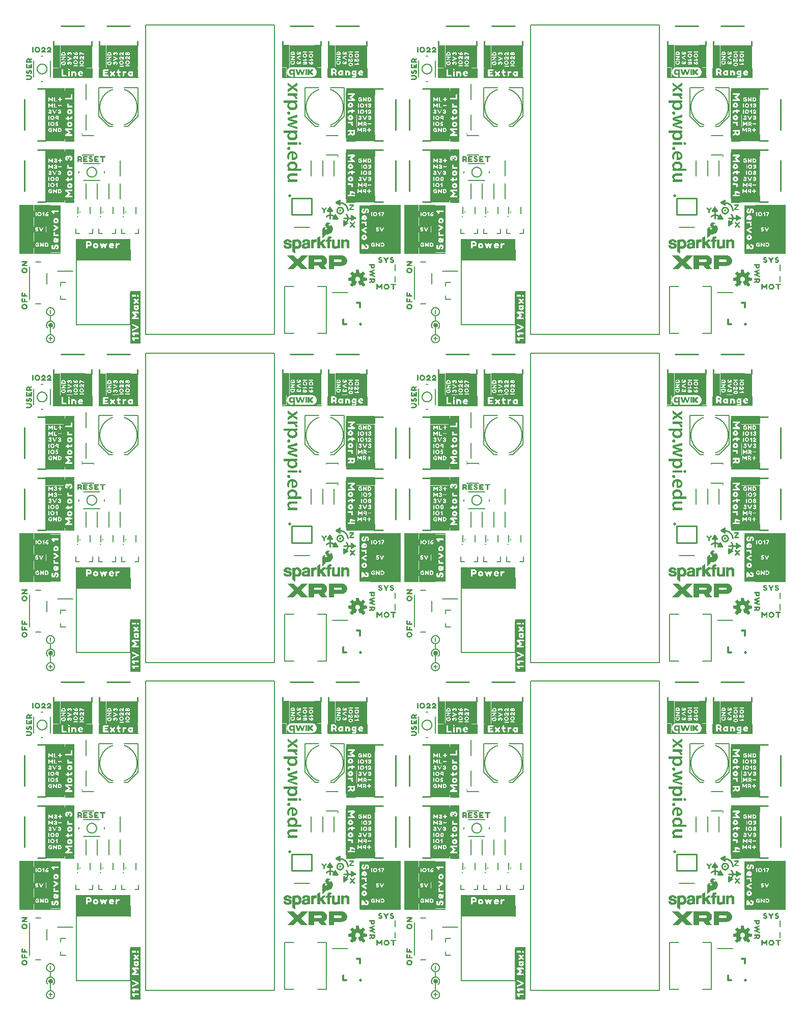
<source format=gto>
G04 EAGLE Gerber RS-274X export*
G75*
%MOMM*%
%FSLAX34Y34*%
%LPD*%
%INSilkscreen Top*%
%IPPOS*%
%AMOC8*
5,1,8,0,0,1.08239X$1,22.5*%
G01*
%ADD10R,3.302000X1.397000*%
%ADD11R,0.381000X6.096000*%
%ADD12R,0.508000X2.032000*%
%ADD13R,0.406400X2.032000*%
%ADD14R,1.270000X3.810000*%
%ADD15R,4.064000X0.889000*%
%ADD16R,4.064000X0.254000*%
%ADD17R,2.794000X1.016000*%
%ADD18R,2.794000X1.524000*%
%ADD19R,0.762000X1.016000*%
%ADD20R,2.413000X8.128000*%
%ADD21R,0.254000X1.524000*%
%ADD22R,6.604000X0.127000*%
%ADD23R,1.524000X0.508000*%
%ADD24R,0.127000X7.874000*%
%ADD25R,1.651000X0.254000*%
%ADD26R,0.127000X7.620000*%
%ADD27C,0.254000*%
%ADD28R,9.144000X1.905000*%
%ADD29R,1.270000X1.651000*%
%ADD30R,0.254000X6.096000*%
%ADD31R,0.355600X6.096000*%
%ADD32R,1.270000X3.683000*%
%ADD33R,4.064000X0.050800*%
%ADD34R,0.762000X1.600200*%
%ADD35R,6.604000X0.177800*%
%ADD36R,0.127000X1.600200*%
%ADD37R,6.604000X0.050800*%
%ADD38R,1.016000X1.524000*%
%ADD39C,0.177800*%
%ADD40C,0.127000*%
%ADD41C,0.203200*%
%ADD42C,0.508000*%
%ADD43C,0.200000*%
%ADD44C,0.300000*%
%ADD45C,0.200000*%
%ADD46C,0.300000*%
%ADD47C,0.152400*%
%ADD48C,0.406400*%

G36*
X1200877Y1430046D02*
X1200877Y1430046D01*
X1201077Y1430746D01*
X1201074Y1430756D01*
X1201079Y1430760D01*
X1201079Y1440111D01*
X1228900Y1440111D01*
X1228906Y1440115D01*
X1228910Y1440112D01*
X1229410Y1440212D01*
X1229438Y1440244D01*
X1229440Y1440245D01*
X1229440Y1440246D01*
X1229449Y1440256D01*
X1229447Y1440258D01*
X1229449Y1440260D01*
X1229449Y1449860D01*
X1229445Y1449866D01*
X1229448Y1449870D01*
X1229348Y1450370D01*
X1229312Y1450402D01*
X1229427Y1450479D01*
X1229433Y1450496D01*
X1229443Y1450504D01*
X1229438Y1450510D01*
X1229439Y1450512D01*
X1229449Y1450520D01*
X1229449Y1460220D01*
X1229437Y1460236D01*
X1229441Y1460247D01*
X1229312Y1460440D01*
X1229347Y1460467D01*
X1229346Y1460469D01*
X1229348Y1460470D01*
X1229448Y1460970D01*
X1229445Y1460977D01*
X1229449Y1460980D01*
X1229449Y1470580D01*
X1229413Y1470627D01*
X1229411Y1470626D01*
X1229410Y1470628D01*
X1229350Y1470640D01*
X1229448Y1471130D01*
X1229445Y1471137D01*
X1229449Y1471140D01*
X1229449Y1480740D01*
X1229413Y1480787D01*
X1229411Y1480786D01*
X1229410Y1480788D01*
X1229264Y1480817D01*
X1229444Y1481178D01*
X1229444Y1481180D01*
X1229444Y1481181D01*
X1229443Y1481182D01*
X1229441Y1481194D01*
X1229449Y1481200D01*
X1229449Y1490900D01*
X1229413Y1490947D01*
X1229412Y1490947D01*
X1229412Y1490948D01*
X1229349Y1490963D01*
X1229449Y1501160D01*
X1229414Y1501207D01*
X1229406Y1501201D01*
X1229400Y1501209D01*
X1201079Y1501209D01*
X1201079Y1510860D01*
X1201058Y1510888D01*
X1201057Y1510901D01*
X1200457Y1511301D01*
X1200437Y1511300D01*
X1200430Y1511309D01*
X1184330Y1511309D01*
X1184297Y1511284D01*
X1184286Y1511282D01*
X1183986Y1510682D01*
X1183989Y1510666D01*
X1183981Y1510660D01*
X1183981Y1430260D01*
X1184016Y1430213D01*
X1184716Y1430013D01*
X1184726Y1430016D01*
X1184730Y1430011D01*
X1200830Y1430011D01*
X1200877Y1430046D01*
G37*
G36*
X560797Y340386D02*
X560797Y340386D01*
X560997Y341086D01*
X560994Y341096D01*
X560999Y341100D01*
X560999Y350451D01*
X588820Y350451D01*
X588826Y350455D01*
X588830Y350452D01*
X589330Y350552D01*
X589358Y350584D01*
X589360Y350585D01*
X589360Y350586D01*
X589369Y350596D01*
X589367Y350598D01*
X589369Y350600D01*
X589369Y360200D01*
X589365Y360206D01*
X589368Y360210D01*
X589268Y360710D01*
X589232Y360742D01*
X589347Y360819D01*
X589353Y360836D01*
X589363Y360844D01*
X589358Y360850D01*
X589359Y360852D01*
X589369Y360860D01*
X589369Y370560D01*
X589357Y370576D01*
X589361Y370587D01*
X589232Y370780D01*
X589267Y370807D01*
X589266Y370809D01*
X589268Y370810D01*
X589368Y371310D01*
X589365Y371317D01*
X589369Y371320D01*
X589369Y380920D01*
X589333Y380967D01*
X589331Y380966D01*
X589330Y380968D01*
X589270Y380980D01*
X589368Y381470D01*
X589365Y381477D01*
X589369Y381480D01*
X589369Y391080D01*
X589333Y391127D01*
X589331Y391126D01*
X589330Y391128D01*
X589184Y391157D01*
X589364Y391518D01*
X589364Y391520D01*
X589364Y391521D01*
X589363Y391522D01*
X589361Y391534D01*
X589369Y391540D01*
X589369Y401240D01*
X589333Y401287D01*
X589332Y401287D01*
X589332Y401288D01*
X589269Y401303D01*
X589369Y411500D01*
X589334Y411547D01*
X589326Y411541D01*
X589320Y411549D01*
X560999Y411549D01*
X560999Y421200D01*
X560978Y421228D01*
X560977Y421241D01*
X560377Y421641D01*
X560357Y421640D01*
X560350Y421649D01*
X544250Y421649D01*
X544217Y421624D01*
X544206Y421622D01*
X543906Y421022D01*
X543909Y421006D01*
X543901Y421000D01*
X543901Y340600D01*
X543936Y340553D01*
X544636Y340353D01*
X544646Y340356D01*
X544650Y340351D01*
X560750Y340351D01*
X560797Y340386D01*
G37*
G36*
X1200877Y885216D02*
X1200877Y885216D01*
X1201077Y885916D01*
X1201074Y885926D01*
X1201079Y885930D01*
X1201079Y895281D01*
X1228900Y895281D01*
X1228906Y895285D01*
X1228910Y895282D01*
X1229410Y895382D01*
X1229438Y895414D01*
X1229440Y895415D01*
X1229440Y895416D01*
X1229449Y895426D01*
X1229447Y895428D01*
X1229449Y895430D01*
X1229449Y905030D01*
X1229445Y905036D01*
X1229448Y905040D01*
X1229348Y905540D01*
X1229312Y905572D01*
X1229427Y905649D01*
X1229433Y905666D01*
X1229443Y905674D01*
X1229438Y905680D01*
X1229439Y905682D01*
X1229449Y905690D01*
X1229449Y915390D01*
X1229437Y915406D01*
X1229441Y915417D01*
X1229312Y915610D01*
X1229347Y915637D01*
X1229346Y915639D01*
X1229348Y915640D01*
X1229448Y916140D01*
X1229445Y916147D01*
X1229449Y916150D01*
X1229449Y925750D01*
X1229413Y925797D01*
X1229411Y925796D01*
X1229410Y925798D01*
X1229350Y925810D01*
X1229448Y926300D01*
X1229445Y926307D01*
X1229449Y926310D01*
X1229449Y935910D01*
X1229413Y935957D01*
X1229411Y935956D01*
X1229410Y935958D01*
X1229264Y935987D01*
X1229444Y936348D01*
X1229444Y936350D01*
X1229444Y936351D01*
X1229443Y936352D01*
X1229441Y936364D01*
X1229449Y936370D01*
X1229449Y946070D01*
X1229413Y946117D01*
X1229412Y946117D01*
X1229412Y946118D01*
X1229349Y946133D01*
X1229449Y956330D01*
X1229414Y956377D01*
X1229406Y956371D01*
X1229400Y956379D01*
X1201079Y956379D01*
X1201079Y966030D01*
X1201058Y966058D01*
X1201057Y966071D01*
X1200457Y966471D01*
X1200437Y966470D01*
X1200430Y966479D01*
X1184330Y966479D01*
X1184297Y966454D01*
X1184286Y966452D01*
X1183986Y965852D01*
X1183989Y965836D01*
X1183981Y965830D01*
X1183981Y885430D01*
X1184016Y885383D01*
X1184716Y885183D01*
X1184726Y885186D01*
X1184730Y885181D01*
X1200830Y885181D01*
X1200877Y885216D01*
G37*
G36*
X560797Y885216D02*
X560797Y885216D01*
X560997Y885916D01*
X560994Y885926D01*
X560999Y885930D01*
X560999Y895281D01*
X588820Y895281D01*
X588826Y895285D01*
X588830Y895282D01*
X589330Y895382D01*
X589358Y895414D01*
X589360Y895415D01*
X589360Y895416D01*
X589369Y895426D01*
X589367Y895428D01*
X589369Y895430D01*
X589369Y905030D01*
X589365Y905036D01*
X589368Y905040D01*
X589268Y905540D01*
X589232Y905572D01*
X589347Y905649D01*
X589353Y905666D01*
X589363Y905674D01*
X589358Y905680D01*
X589359Y905682D01*
X589369Y905690D01*
X589369Y915390D01*
X589357Y915406D01*
X589361Y915417D01*
X589232Y915610D01*
X589267Y915637D01*
X589266Y915639D01*
X589268Y915640D01*
X589368Y916140D01*
X589365Y916147D01*
X589369Y916150D01*
X589369Y925750D01*
X589333Y925797D01*
X589331Y925796D01*
X589330Y925798D01*
X589270Y925810D01*
X589368Y926300D01*
X589365Y926307D01*
X589369Y926310D01*
X589369Y935910D01*
X589333Y935957D01*
X589331Y935956D01*
X589330Y935958D01*
X589184Y935987D01*
X589364Y936348D01*
X589364Y936350D01*
X589364Y936351D01*
X589363Y936352D01*
X589361Y936364D01*
X589369Y936370D01*
X589369Y946070D01*
X589333Y946117D01*
X589332Y946117D01*
X589332Y946118D01*
X589269Y946133D01*
X589369Y956330D01*
X589334Y956377D01*
X589326Y956371D01*
X589320Y956379D01*
X560999Y956379D01*
X560999Y966030D01*
X560978Y966058D01*
X560977Y966071D01*
X560377Y966471D01*
X560357Y966470D01*
X560350Y966479D01*
X544250Y966479D01*
X544217Y966454D01*
X544206Y966452D01*
X543906Y965852D01*
X543909Y965836D01*
X543901Y965830D01*
X543901Y885430D01*
X543936Y885383D01*
X544636Y885183D01*
X544646Y885186D01*
X544650Y885181D01*
X560750Y885181D01*
X560797Y885216D01*
G37*
G36*
X1200877Y340386D02*
X1200877Y340386D01*
X1201077Y341086D01*
X1201074Y341096D01*
X1201079Y341100D01*
X1201079Y350451D01*
X1228900Y350451D01*
X1228906Y350455D01*
X1228910Y350452D01*
X1229410Y350552D01*
X1229438Y350584D01*
X1229440Y350585D01*
X1229440Y350586D01*
X1229449Y350596D01*
X1229447Y350598D01*
X1229449Y350600D01*
X1229449Y360200D01*
X1229445Y360206D01*
X1229448Y360210D01*
X1229348Y360710D01*
X1229312Y360742D01*
X1229427Y360819D01*
X1229433Y360836D01*
X1229443Y360844D01*
X1229438Y360850D01*
X1229439Y360852D01*
X1229449Y360860D01*
X1229449Y370560D01*
X1229437Y370576D01*
X1229441Y370587D01*
X1229312Y370780D01*
X1229347Y370807D01*
X1229346Y370809D01*
X1229348Y370810D01*
X1229448Y371310D01*
X1229445Y371317D01*
X1229449Y371320D01*
X1229449Y380920D01*
X1229413Y380967D01*
X1229411Y380966D01*
X1229410Y380968D01*
X1229350Y380980D01*
X1229448Y381470D01*
X1229445Y381477D01*
X1229449Y381480D01*
X1229449Y391080D01*
X1229413Y391127D01*
X1229411Y391126D01*
X1229410Y391128D01*
X1229264Y391157D01*
X1229444Y391518D01*
X1229444Y391520D01*
X1229444Y391521D01*
X1229443Y391522D01*
X1229441Y391534D01*
X1229449Y391540D01*
X1229449Y401240D01*
X1229413Y401287D01*
X1229412Y401287D01*
X1229412Y401288D01*
X1229349Y401303D01*
X1229449Y411500D01*
X1229414Y411547D01*
X1229406Y411541D01*
X1229400Y411549D01*
X1201079Y411549D01*
X1201079Y421200D01*
X1201058Y421228D01*
X1201057Y421241D01*
X1200457Y421641D01*
X1200437Y421640D01*
X1200430Y421649D01*
X1184330Y421649D01*
X1184297Y421624D01*
X1184286Y421622D01*
X1183986Y421022D01*
X1183989Y421006D01*
X1183981Y421000D01*
X1183981Y340600D01*
X1184016Y340553D01*
X1184716Y340353D01*
X1184726Y340356D01*
X1184730Y340351D01*
X1200830Y340351D01*
X1200877Y340386D01*
G37*
G36*
X560797Y1430046D02*
X560797Y1430046D01*
X560997Y1430746D01*
X560994Y1430756D01*
X560999Y1430760D01*
X560999Y1440111D01*
X588820Y1440111D01*
X588826Y1440115D01*
X588830Y1440112D01*
X589330Y1440212D01*
X589358Y1440244D01*
X589360Y1440245D01*
X589360Y1440246D01*
X589369Y1440256D01*
X589367Y1440258D01*
X589369Y1440260D01*
X589369Y1449860D01*
X589365Y1449866D01*
X589368Y1449870D01*
X589268Y1450370D01*
X589232Y1450402D01*
X589347Y1450479D01*
X589353Y1450496D01*
X589363Y1450504D01*
X589358Y1450510D01*
X589359Y1450512D01*
X589369Y1450520D01*
X589369Y1460220D01*
X589357Y1460236D01*
X589361Y1460247D01*
X589232Y1460440D01*
X589267Y1460467D01*
X589266Y1460469D01*
X589268Y1460470D01*
X589368Y1460970D01*
X589365Y1460977D01*
X589369Y1460980D01*
X589369Y1470580D01*
X589333Y1470627D01*
X589331Y1470626D01*
X589330Y1470628D01*
X589270Y1470640D01*
X589368Y1471130D01*
X589365Y1471137D01*
X589369Y1471140D01*
X589369Y1480740D01*
X589333Y1480787D01*
X589331Y1480786D01*
X589330Y1480788D01*
X589184Y1480817D01*
X589364Y1481178D01*
X589364Y1481180D01*
X589364Y1481181D01*
X589363Y1481182D01*
X589361Y1481194D01*
X589369Y1481200D01*
X589369Y1490900D01*
X589333Y1490947D01*
X589332Y1490947D01*
X589332Y1490948D01*
X589269Y1490963D01*
X589369Y1501160D01*
X589334Y1501207D01*
X589326Y1501201D01*
X589320Y1501209D01*
X560999Y1501209D01*
X560999Y1510860D01*
X560978Y1510888D01*
X560977Y1510901D01*
X560377Y1511301D01*
X560357Y1511300D01*
X560350Y1511309D01*
X544250Y1511309D01*
X544217Y1511284D01*
X544206Y1511282D01*
X543906Y1510682D01*
X543909Y1510666D01*
X543901Y1510660D01*
X543901Y1430260D01*
X543936Y1430213D01*
X544636Y1430013D01*
X544646Y1430016D01*
X544650Y1430011D01*
X560750Y1430011D01*
X560797Y1430046D01*
G37*
G36*
X91097Y1328647D02*
X91097Y1328647D01*
X91092Y1328654D01*
X91099Y1328660D01*
X91099Y1409060D01*
X91080Y1409085D01*
X91081Y1409098D01*
X90581Y1409498D01*
X90558Y1409499D01*
X90550Y1409509D01*
X74450Y1409509D01*
X74429Y1409493D01*
X74415Y1409495D01*
X74015Y1409095D01*
X74012Y1409068D01*
X74001Y1409060D01*
X74001Y1399598D01*
X73962Y1399608D01*
X73954Y1399604D01*
X73950Y1399609D01*
X45880Y1399609D01*
X45847Y1399584D01*
X45836Y1399582D01*
X45636Y1399182D01*
X45637Y1399177D01*
X45633Y1399174D01*
X45639Y1399166D01*
X45631Y1399160D01*
X45631Y1389560D01*
X45656Y1389527D01*
X45658Y1389516D01*
X45930Y1389380D01*
X45658Y1389244D01*
X45647Y1389222D01*
X45633Y1389211D01*
X45637Y1389205D01*
X45631Y1389200D01*
X45631Y1379600D01*
X45640Y1379587D01*
X45636Y1379578D01*
X45815Y1379220D01*
X45636Y1378862D01*
X45637Y1378857D01*
X45633Y1378854D01*
X45639Y1378846D01*
X45631Y1378840D01*
X45631Y1369240D01*
X45656Y1369207D01*
X45658Y1369196D01*
X45791Y1369129D01*
X45780Y1369129D01*
X45733Y1369093D01*
X45734Y1369091D01*
X45732Y1369090D01*
X45632Y1368590D01*
X45635Y1368583D01*
X45631Y1368580D01*
X45631Y1358880D01*
X45667Y1358833D01*
X45674Y1358838D01*
X45680Y1358831D01*
X45780Y1358831D01*
X45636Y1358542D01*
X45637Y1358537D01*
X45633Y1358534D01*
X45639Y1358526D01*
X45631Y1358520D01*
X45631Y1348820D01*
X45667Y1348773D01*
X45669Y1348774D01*
X45670Y1348772D01*
X45730Y1348760D01*
X45632Y1348270D01*
X45635Y1348263D01*
X45631Y1348260D01*
X45631Y1338660D01*
X45667Y1338613D01*
X45669Y1338614D01*
X45670Y1338612D01*
X46170Y1338512D01*
X46177Y1338515D01*
X46180Y1338511D01*
X74001Y1338511D01*
X74001Y1329360D01*
X74004Y1329356D01*
X74001Y1329353D01*
X74101Y1328653D01*
X74144Y1328611D01*
X74147Y1328615D01*
X74150Y1328611D01*
X91050Y1328611D01*
X91097Y1328647D01*
G37*
G36*
X731177Y1328647D02*
X731177Y1328647D01*
X731172Y1328654D01*
X731179Y1328660D01*
X731179Y1409060D01*
X731160Y1409085D01*
X731161Y1409098D01*
X730661Y1409498D01*
X730638Y1409499D01*
X730630Y1409509D01*
X714530Y1409509D01*
X714509Y1409493D01*
X714495Y1409495D01*
X714095Y1409095D01*
X714092Y1409068D01*
X714081Y1409060D01*
X714081Y1399598D01*
X714042Y1399608D01*
X714034Y1399604D01*
X714030Y1399609D01*
X685960Y1399609D01*
X685927Y1399584D01*
X685916Y1399582D01*
X685716Y1399182D01*
X685717Y1399177D01*
X685713Y1399174D01*
X685719Y1399166D01*
X685711Y1399160D01*
X685711Y1389560D01*
X685736Y1389527D01*
X685738Y1389516D01*
X686010Y1389380D01*
X685738Y1389244D01*
X685727Y1389222D01*
X685713Y1389211D01*
X685717Y1389205D01*
X685711Y1389200D01*
X685711Y1379600D01*
X685720Y1379587D01*
X685716Y1379578D01*
X685895Y1379220D01*
X685716Y1378862D01*
X685717Y1378857D01*
X685713Y1378854D01*
X685719Y1378846D01*
X685711Y1378840D01*
X685711Y1369240D01*
X685736Y1369207D01*
X685738Y1369196D01*
X685871Y1369129D01*
X685860Y1369129D01*
X685813Y1369093D01*
X685814Y1369091D01*
X685812Y1369090D01*
X685712Y1368590D01*
X685715Y1368583D01*
X685711Y1368580D01*
X685711Y1358880D01*
X685747Y1358833D01*
X685754Y1358838D01*
X685760Y1358831D01*
X685860Y1358831D01*
X685716Y1358542D01*
X685717Y1358537D01*
X685713Y1358534D01*
X685719Y1358526D01*
X685711Y1358520D01*
X685711Y1348820D01*
X685747Y1348773D01*
X685749Y1348774D01*
X685750Y1348772D01*
X685810Y1348760D01*
X685712Y1348270D01*
X685715Y1348263D01*
X685711Y1348260D01*
X685711Y1338660D01*
X685747Y1338613D01*
X685749Y1338614D01*
X685750Y1338612D01*
X686250Y1338512D01*
X686257Y1338515D01*
X686260Y1338511D01*
X714081Y1338511D01*
X714081Y1329360D01*
X714084Y1329356D01*
X714081Y1329353D01*
X714181Y1328653D01*
X714224Y1328611D01*
X714227Y1328615D01*
X714230Y1328611D01*
X731130Y1328611D01*
X731177Y1328647D01*
G37*
G36*
X731177Y238987D02*
X731177Y238987D01*
X731172Y238994D01*
X731179Y239000D01*
X731179Y319400D01*
X731160Y319425D01*
X731161Y319438D01*
X730661Y319838D01*
X730638Y319839D01*
X730630Y319849D01*
X714530Y319849D01*
X714509Y319833D01*
X714495Y319835D01*
X714095Y319435D01*
X714092Y319408D01*
X714081Y319400D01*
X714081Y309938D01*
X714042Y309948D01*
X714034Y309944D01*
X714030Y309949D01*
X685960Y309949D01*
X685927Y309924D01*
X685916Y309922D01*
X685716Y309522D01*
X685717Y309517D01*
X685713Y309514D01*
X685719Y309506D01*
X685711Y309500D01*
X685711Y299900D01*
X685736Y299867D01*
X685738Y299856D01*
X686010Y299720D01*
X685738Y299584D01*
X685727Y299562D01*
X685713Y299551D01*
X685717Y299545D01*
X685711Y299540D01*
X685711Y289940D01*
X685720Y289927D01*
X685716Y289918D01*
X685895Y289560D01*
X685716Y289202D01*
X685717Y289197D01*
X685713Y289194D01*
X685719Y289186D01*
X685711Y289180D01*
X685711Y279580D01*
X685736Y279547D01*
X685738Y279536D01*
X685871Y279469D01*
X685860Y279469D01*
X685813Y279433D01*
X685814Y279431D01*
X685812Y279430D01*
X685712Y278930D01*
X685715Y278923D01*
X685711Y278920D01*
X685711Y269220D01*
X685747Y269173D01*
X685754Y269178D01*
X685760Y269171D01*
X685860Y269171D01*
X685716Y268882D01*
X685717Y268877D01*
X685713Y268874D01*
X685719Y268866D01*
X685711Y268860D01*
X685711Y259160D01*
X685747Y259113D01*
X685749Y259114D01*
X685750Y259112D01*
X685810Y259100D01*
X685712Y258610D01*
X685715Y258603D01*
X685711Y258600D01*
X685711Y249000D01*
X685747Y248953D01*
X685749Y248954D01*
X685750Y248952D01*
X686250Y248852D01*
X686257Y248855D01*
X686260Y248851D01*
X714081Y248851D01*
X714081Y239700D01*
X714084Y239696D01*
X714081Y239693D01*
X714181Y238993D01*
X714224Y238951D01*
X714227Y238955D01*
X714230Y238951D01*
X731130Y238951D01*
X731177Y238987D01*
G37*
G36*
X91097Y238987D02*
X91097Y238987D01*
X91092Y238994D01*
X91099Y239000D01*
X91099Y319400D01*
X91080Y319425D01*
X91081Y319438D01*
X90581Y319838D01*
X90558Y319839D01*
X90550Y319849D01*
X74450Y319849D01*
X74429Y319833D01*
X74415Y319835D01*
X74015Y319435D01*
X74012Y319408D01*
X74001Y319400D01*
X74001Y309938D01*
X73962Y309948D01*
X73954Y309944D01*
X73950Y309949D01*
X45880Y309949D01*
X45847Y309924D01*
X45836Y309922D01*
X45636Y309522D01*
X45637Y309517D01*
X45633Y309514D01*
X45639Y309506D01*
X45631Y309500D01*
X45631Y299900D01*
X45656Y299867D01*
X45658Y299856D01*
X45930Y299720D01*
X45658Y299584D01*
X45647Y299562D01*
X45633Y299551D01*
X45637Y299545D01*
X45631Y299540D01*
X45631Y289940D01*
X45640Y289927D01*
X45636Y289918D01*
X45815Y289560D01*
X45636Y289202D01*
X45637Y289197D01*
X45633Y289194D01*
X45639Y289186D01*
X45631Y289180D01*
X45631Y279580D01*
X45656Y279547D01*
X45658Y279536D01*
X45791Y279469D01*
X45780Y279469D01*
X45733Y279433D01*
X45734Y279431D01*
X45732Y279430D01*
X45632Y278930D01*
X45635Y278923D01*
X45631Y278920D01*
X45631Y269220D01*
X45667Y269173D01*
X45674Y269178D01*
X45680Y269171D01*
X45780Y269171D01*
X45636Y268882D01*
X45637Y268877D01*
X45633Y268874D01*
X45639Y268866D01*
X45631Y268860D01*
X45631Y259160D01*
X45667Y259113D01*
X45669Y259114D01*
X45670Y259112D01*
X45730Y259100D01*
X45632Y258610D01*
X45635Y258603D01*
X45631Y258600D01*
X45631Y249000D01*
X45667Y248953D01*
X45669Y248954D01*
X45670Y248952D01*
X46170Y248852D01*
X46177Y248855D01*
X46180Y248851D01*
X74001Y248851D01*
X74001Y239700D01*
X74004Y239696D01*
X74001Y239693D01*
X74101Y238993D01*
X74144Y238951D01*
X74147Y238955D01*
X74150Y238951D01*
X91050Y238951D01*
X91097Y238987D01*
G37*
G36*
X731177Y783817D02*
X731177Y783817D01*
X731172Y783824D01*
X731179Y783830D01*
X731179Y864230D01*
X731160Y864255D01*
X731161Y864268D01*
X730661Y864668D01*
X730638Y864669D01*
X730630Y864679D01*
X714530Y864679D01*
X714509Y864663D01*
X714495Y864665D01*
X714095Y864265D01*
X714092Y864238D01*
X714081Y864230D01*
X714081Y854768D01*
X714042Y854778D01*
X714034Y854774D01*
X714030Y854779D01*
X685960Y854779D01*
X685927Y854754D01*
X685916Y854752D01*
X685716Y854352D01*
X685717Y854347D01*
X685713Y854344D01*
X685719Y854336D01*
X685711Y854330D01*
X685711Y844730D01*
X685736Y844697D01*
X685738Y844686D01*
X686010Y844550D01*
X685738Y844414D01*
X685727Y844392D01*
X685713Y844381D01*
X685717Y844375D01*
X685711Y844370D01*
X685711Y834770D01*
X685720Y834757D01*
X685716Y834748D01*
X685895Y834390D01*
X685716Y834032D01*
X685717Y834027D01*
X685713Y834024D01*
X685719Y834016D01*
X685711Y834010D01*
X685711Y824410D01*
X685736Y824377D01*
X685738Y824366D01*
X685871Y824299D01*
X685860Y824299D01*
X685813Y824263D01*
X685814Y824261D01*
X685812Y824260D01*
X685712Y823760D01*
X685715Y823753D01*
X685711Y823750D01*
X685711Y814050D01*
X685747Y814003D01*
X685754Y814008D01*
X685760Y814001D01*
X685860Y814001D01*
X685716Y813712D01*
X685717Y813707D01*
X685713Y813704D01*
X685719Y813696D01*
X685711Y813690D01*
X685711Y803990D01*
X685747Y803943D01*
X685749Y803944D01*
X685750Y803942D01*
X685810Y803930D01*
X685712Y803440D01*
X685715Y803433D01*
X685711Y803430D01*
X685711Y793830D01*
X685747Y793783D01*
X685749Y793784D01*
X685750Y793782D01*
X686250Y793682D01*
X686257Y793685D01*
X686260Y793681D01*
X714081Y793681D01*
X714081Y784530D01*
X714084Y784526D01*
X714081Y784523D01*
X714181Y783823D01*
X714224Y783781D01*
X714227Y783785D01*
X714230Y783781D01*
X731130Y783781D01*
X731177Y783817D01*
G37*
G36*
X91097Y783817D02*
X91097Y783817D01*
X91092Y783824D01*
X91099Y783830D01*
X91099Y864230D01*
X91080Y864255D01*
X91081Y864268D01*
X90581Y864668D01*
X90558Y864669D01*
X90550Y864679D01*
X74450Y864679D01*
X74429Y864663D01*
X74415Y864665D01*
X74015Y864265D01*
X74012Y864238D01*
X74001Y864230D01*
X74001Y854768D01*
X73962Y854778D01*
X73954Y854774D01*
X73950Y854779D01*
X45880Y854779D01*
X45847Y854754D01*
X45836Y854752D01*
X45636Y854352D01*
X45637Y854347D01*
X45633Y854344D01*
X45639Y854336D01*
X45631Y854330D01*
X45631Y844730D01*
X45656Y844697D01*
X45658Y844686D01*
X45930Y844550D01*
X45658Y844414D01*
X45647Y844392D01*
X45633Y844381D01*
X45637Y844375D01*
X45631Y844370D01*
X45631Y834770D01*
X45640Y834757D01*
X45636Y834748D01*
X45815Y834390D01*
X45636Y834032D01*
X45637Y834027D01*
X45633Y834024D01*
X45639Y834016D01*
X45631Y834010D01*
X45631Y824410D01*
X45656Y824377D01*
X45658Y824366D01*
X45791Y824299D01*
X45780Y824299D01*
X45733Y824263D01*
X45734Y824261D01*
X45732Y824260D01*
X45632Y823760D01*
X45635Y823753D01*
X45631Y823750D01*
X45631Y814050D01*
X45667Y814003D01*
X45674Y814008D01*
X45680Y814001D01*
X45780Y814001D01*
X45636Y813712D01*
X45637Y813707D01*
X45633Y813704D01*
X45639Y813696D01*
X45631Y813690D01*
X45631Y803990D01*
X45667Y803943D01*
X45669Y803944D01*
X45670Y803942D01*
X45730Y803930D01*
X45632Y803440D01*
X45635Y803433D01*
X45631Y803430D01*
X45631Y793830D01*
X45667Y793783D01*
X45669Y793784D01*
X45670Y793782D01*
X46170Y793682D01*
X46177Y793685D01*
X46180Y793681D01*
X74001Y793681D01*
X74001Y784530D01*
X74004Y784526D01*
X74001Y784523D01*
X74101Y783823D01*
X74144Y783781D01*
X74147Y783785D01*
X74150Y783781D01*
X91050Y783781D01*
X91097Y783817D01*
G37*
G36*
X560154Y1328714D02*
X560154Y1328714D01*
X560156Y1328711D01*
X560956Y1328811D01*
X560999Y1328853D01*
X560995Y1328857D01*
X560999Y1328860D01*
X560999Y1338511D01*
X589020Y1338511D01*
X589041Y1338527D01*
X589055Y1338525D01*
X589355Y1338825D01*
X589357Y1338837D01*
X589363Y1338842D01*
X589358Y1338849D01*
X589359Y1338852D01*
X589369Y1338860D01*
X589369Y1348460D01*
X589353Y1348481D01*
X589355Y1348495D01*
X589154Y1348696D01*
X589164Y1348698D01*
X589364Y1349098D01*
X589364Y1349100D01*
X589364Y1349101D01*
X589363Y1349102D01*
X589361Y1349114D01*
X589369Y1349120D01*
X589369Y1358720D01*
X589344Y1358753D01*
X589342Y1358764D01*
X589209Y1358831D01*
X589220Y1358831D01*
X589267Y1358867D01*
X589266Y1358869D01*
X589268Y1358870D01*
X589368Y1359370D01*
X589365Y1359377D01*
X589369Y1359380D01*
X589369Y1368980D01*
X589333Y1369027D01*
X589331Y1369026D01*
X589330Y1369028D01*
X589120Y1369070D01*
X589355Y1369305D01*
X589357Y1369317D01*
X589363Y1369322D01*
X589358Y1369329D01*
X589359Y1369332D01*
X589369Y1369340D01*
X589369Y1378940D01*
X589353Y1378961D01*
X589355Y1378975D01*
X589120Y1379210D01*
X589330Y1379252D01*
X589358Y1379284D01*
X589360Y1379285D01*
X589360Y1379286D01*
X589369Y1379296D01*
X589367Y1379298D01*
X589369Y1379300D01*
X589369Y1388900D01*
X589365Y1388906D01*
X589368Y1388910D01*
X589270Y1389403D01*
X589369Y1399560D01*
X589334Y1399607D01*
X589326Y1399601D01*
X589320Y1399609D01*
X560999Y1399609D01*
X560999Y1408560D01*
X560994Y1408567D01*
X560998Y1408572D01*
X560798Y1409372D01*
X560751Y1409409D01*
X560751Y1409408D01*
X560750Y1409409D01*
X544650Y1409409D01*
X544642Y1409403D01*
X544636Y1409407D01*
X543936Y1409207D01*
X543901Y1409160D01*
X543901Y1329560D01*
X543904Y1329556D01*
X543901Y1329554D01*
X544001Y1328754D01*
X544043Y1328711D01*
X544047Y1328715D01*
X544050Y1328711D01*
X560150Y1328711D01*
X560154Y1328714D01*
G37*
G36*
X1200234Y1328714D02*
X1200234Y1328714D01*
X1200236Y1328711D01*
X1201036Y1328811D01*
X1201079Y1328853D01*
X1201075Y1328857D01*
X1201079Y1328860D01*
X1201079Y1338511D01*
X1229100Y1338511D01*
X1229121Y1338527D01*
X1229135Y1338525D01*
X1229435Y1338825D01*
X1229437Y1338837D01*
X1229443Y1338842D01*
X1229438Y1338849D01*
X1229439Y1338852D01*
X1229449Y1338860D01*
X1229449Y1348460D01*
X1229433Y1348481D01*
X1229435Y1348495D01*
X1229234Y1348696D01*
X1229244Y1348698D01*
X1229444Y1349098D01*
X1229444Y1349100D01*
X1229444Y1349101D01*
X1229443Y1349102D01*
X1229441Y1349114D01*
X1229449Y1349120D01*
X1229449Y1358720D01*
X1229424Y1358753D01*
X1229422Y1358764D01*
X1229289Y1358831D01*
X1229300Y1358831D01*
X1229347Y1358867D01*
X1229346Y1358869D01*
X1229348Y1358870D01*
X1229448Y1359370D01*
X1229445Y1359377D01*
X1229449Y1359380D01*
X1229449Y1368980D01*
X1229413Y1369027D01*
X1229411Y1369026D01*
X1229410Y1369028D01*
X1229200Y1369070D01*
X1229435Y1369305D01*
X1229437Y1369317D01*
X1229443Y1369322D01*
X1229438Y1369329D01*
X1229439Y1369332D01*
X1229449Y1369340D01*
X1229449Y1378940D01*
X1229433Y1378961D01*
X1229435Y1378975D01*
X1229200Y1379210D01*
X1229410Y1379252D01*
X1229438Y1379284D01*
X1229440Y1379285D01*
X1229440Y1379286D01*
X1229449Y1379296D01*
X1229447Y1379298D01*
X1229449Y1379300D01*
X1229449Y1388900D01*
X1229445Y1388906D01*
X1229448Y1388910D01*
X1229350Y1389403D01*
X1229449Y1399560D01*
X1229414Y1399607D01*
X1229406Y1399601D01*
X1229400Y1399609D01*
X1201079Y1399609D01*
X1201079Y1408560D01*
X1201074Y1408567D01*
X1201078Y1408572D01*
X1200878Y1409372D01*
X1200831Y1409409D01*
X1200831Y1409408D01*
X1200830Y1409409D01*
X1184730Y1409409D01*
X1184722Y1409403D01*
X1184716Y1409407D01*
X1184016Y1409207D01*
X1183981Y1409160D01*
X1183981Y1329560D01*
X1183984Y1329556D01*
X1183981Y1329554D01*
X1184081Y1328754D01*
X1184123Y1328711D01*
X1184127Y1328715D01*
X1184130Y1328711D01*
X1200230Y1328711D01*
X1200234Y1328714D01*
G37*
G36*
X560154Y239054D02*
X560154Y239054D01*
X560156Y239051D01*
X560956Y239151D01*
X560999Y239193D01*
X560995Y239197D01*
X560999Y239200D01*
X560999Y248851D01*
X589020Y248851D01*
X589041Y248867D01*
X589055Y248865D01*
X589355Y249165D01*
X589356Y249177D01*
X589363Y249182D01*
X589358Y249189D01*
X589359Y249192D01*
X589369Y249200D01*
X589369Y258800D01*
X589353Y258821D01*
X589355Y258835D01*
X589154Y259036D01*
X589164Y259038D01*
X589364Y259438D01*
X589364Y259440D01*
X589364Y259441D01*
X589363Y259442D01*
X589361Y259454D01*
X589369Y259460D01*
X589369Y269060D01*
X589344Y269093D01*
X589342Y269104D01*
X589209Y269171D01*
X589220Y269171D01*
X589267Y269207D01*
X589266Y269209D01*
X589268Y269210D01*
X589368Y269710D01*
X589365Y269717D01*
X589369Y269720D01*
X589369Y279320D01*
X589333Y279367D01*
X589331Y279366D01*
X589330Y279368D01*
X589120Y279410D01*
X589355Y279645D01*
X589357Y279657D01*
X589363Y279662D01*
X589358Y279669D01*
X589359Y279672D01*
X589369Y279680D01*
X589369Y289280D01*
X589353Y289301D01*
X589355Y289315D01*
X589120Y289550D01*
X589330Y289592D01*
X589358Y289624D01*
X589360Y289625D01*
X589360Y289626D01*
X589369Y289636D01*
X589367Y289638D01*
X589369Y289640D01*
X589369Y299240D01*
X589365Y299246D01*
X589368Y299250D01*
X589270Y299743D01*
X589369Y309900D01*
X589334Y309947D01*
X589326Y309941D01*
X589320Y309949D01*
X560999Y309949D01*
X560999Y318900D01*
X560994Y318907D01*
X560998Y318912D01*
X560798Y319712D01*
X560751Y319749D01*
X560751Y319748D01*
X560750Y319749D01*
X544650Y319749D01*
X544642Y319743D01*
X544636Y319747D01*
X543936Y319547D01*
X543901Y319500D01*
X543901Y239900D01*
X543904Y239896D01*
X543901Y239894D01*
X544001Y239094D01*
X544043Y239051D01*
X544047Y239055D01*
X544050Y239051D01*
X560150Y239051D01*
X560154Y239054D01*
G37*
G36*
X1200234Y239054D02*
X1200234Y239054D01*
X1200236Y239051D01*
X1201036Y239151D01*
X1201079Y239193D01*
X1201075Y239197D01*
X1201079Y239200D01*
X1201079Y248851D01*
X1229100Y248851D01*
X1229121Y248867D01*
X1229135Y248865D01*
X1229435Y249165D01*
X1229436Y249177D01*
X1229443Y249182D01*
X1229438Y249189D01*
X1229439Y249192D01*
X1229449Y249200D01*
X1229449Y258800D01*
X1229433Y258821D01*
X1229435Y258835D01*
X1229234Y259036D01*
X1229244Y259038D01*
X1229444Y259438D01*
X1229444Y259440D01*
X1229444Y259441D01*
X1229443Y259442D01*
X1229441Y259454D01*
X1229449Y259460D01*
X1229449Y269060D01*
X1229424Y269093D01*
X1229422Y269104D01*
X1229289Y269171D01*
X1229300Y269171D01*
X1229347Y269207D01*
X1229346Y269209D01*
X1229348Y269210D01*
X1229448Y269710D01*
X1229445Y269717D01*
X1229449Y269720D01*
X1229449Y279320D01*
X1229413Y279367D01*
X1229411Y279366D01*
X1229410Y279368D01*
X1229200Y279410D01*
X1229435Y279645D01*
X1229437Y279657D01*
X1229443Y279662D01*
X1229438Y279669D01*
X1229439Y279672D01*
X1229449Y279680D01*
X1229449Y289280D01*
X1229433Y289301D01*
X1229435Y289315D01*
X1229200Y289550D01*
X1229410Y289592D01*
X1229438Y289624D01*
X1229440Y289625D01*
X1229440Y289626D01*
X1229449Y289636D01*
X1229447Y289638D01*
X1229449Y289640D01*
X1229449Y299240D01*
X1229445Y299246D01*
X1229448Y299250D01*
X1229350Y299743D01*
X1229449Y309900D01*
X1229414Y309947D01*
X1229406Y309941D01*
X1229400Y309949D01*
X1201079Y309949D01*
X1201079Y318900D01*
X1201074Y318907D01*
X1201078Y318912D01*
X1200878Y319712D01*
X1200831Y319749D01*
X1200831Y319748D01*
X1200830Y319749D01*
X1184730Y319749D01*
X1184722Y319743D01*
X1184716Y319747D01*
X1184016Y319547D01*
X1183981Y319500D01*
X1183981Y239900D01*
X1183984Y239896D01*
X1183981Y239894D01*
X1184081Y239094D01*
X1184123Y239051D01*
X1184127Y239055D01*
X1184130Y239051D01*
X1200230Y239051D01*
X1200234Y239054D01*
G37*
G36*
X1200234Y783884D02*
X1200234Y783884D01*
X1200236Y783881D01*
X1201036Y783981D01*
X1201079Y784023D01*
X1201075Y784027D01*
X1201079Y784030D01*
X1201079Y793681D01*
X1229100Y793681D01*
X1229121Y793697D01*
X1229135Y793695D01*
X1229435Y793995D01*
X1229437Y794007D01*
X1229443Y794012D01*
X1229438Y794019D01*
X1229439Y794022D01*
X1229449Y794030D01*
X1229449Y803630D01*
X1229433Y803651D01*
X1229435Y803665D01*
X1229234Y803866D01*
X1229244Y803868D01*
X1229444Y804268D01*
X1229444Y804270D01*
X1229444Y804271D01*
X1229443Y804272D01*
X1229441Y804284D01*
X1229449Y804290D01*
X1229449Y813890D01*
X1229424Y813923D01*
X1229422Y813934D01*
X1229289Y814001D01*
X1229300Y814001D01*
X1229347Y814037D01*
X1229346Y814039D01*
X1229348Y814040D01*
X1229448Y814540D01*
X1229445Y814547D01*
X1229449Y814550D01*
X1229449Y824150D01*
X1229413Y824197D01*
X1229411Y824196D01*
X1229410Y824198D01*
X1229200Y824240D01*
X1229435Y824475D01*
X1229436Y824487D01*
X1229443Y824492D01*
X1229438Y824499D01*
X1229439Y824502D01*
X1229449Y824510D01*
X1229449Y834110D01*
X1229433Y834131D01*
X1229435Y834145D01*
X1229200Y834380D01*
X1229410Y834422D01*
X1229438Y834454D01*
X1229440Y834455D01*
X1229440Y834456D01*
X1229449Y834466D01*
X1229447Y834468D01*
X1229449Y834470D01*
X1229449Y844070D01*
X1229445Y844076D01*
X1229448Y844080D01*
X1229350Y844573D01*
X1229449Y854730D01*
X1229414Y854777D01*
X1229406Y854771D01*
X1229400Y854779D01*
X1201079Y854779D01*
X1201079Y863730D01*
X1201074Y863737D01*
X1201078Y863742D01*
X1200878Y864542D01*
X1200831Y864579D01*
X1200831Y864578D01*
X1200830Y864579D01*
X1184730Y864579D01*
X1184722Y864573D01*
X1184716Y864577D01*
X1184016Y864377D01*
X1183981Y864330D01*
X1183981Y784730D01*
X1183984Y784726D01*
X1183981Y784724D01*
X1184081Y783924D01*
X1184123Y783881D01*
X1184127Y783885D01*
X1184130Y783881D01*
X1200230Y783881D01*
X1200234Y783884D01*
G37*
G36*
X560154Y783884D02*
X560154Y783884D01*
X560156Y783881D01*
X560956Y783981D01*
X560999Y784023D01*
X560995Y784027D01*
X560999Y784030D01*
X560999Y793681D01*
X589020Y793681D01*
X589041Y793697D01*
X589055Y793695D01*
X589355Y793995D01*
X589357Y794007D01*
X589363Y794012D01*
X589358Y794019D01*
X589359Y794022D01*
X589369Y794030D01*
X589369Y803630D01*
X589353Y803651D01*
X589355Y803665D01*
X589154Y803866D01*
X589164Y803868D01*
X589364Y804268D01*
X589364Y804270D01*
X589364Y804271D01*
X589363Y804272D01*
X589361Y804284D01*
X589369Y804290D01*
X589369Y813890D01*
X589344Y813923D01*
X589342Y813934D01*
X589209Y814001D01*
X589220Y814001D01*
X589267Y814037D01*
X589266Y814039D01*
X589268Y814040D01*
X589368Y814540D01*
X589365Y814547D01*
X589369Y814550D01*
X589369Y824150D01*
X589333Y824197D01*
X589331Y824196D01*
X589330Y824198D01*
X589120Y824240D01*
X589355Y824475D01*
X589356Y824487D01*
X589363Y824492D01*
X589358Y824499D01*
X589359Y824502D01*
X589369Y824510D01*
X589369Y834110D01*
X589353Y834131D01*
X589355Y834145D01*
X589120Y834380D01*
X589330Y834422D01*
X589358Y834454D01*
X589360Y834455D01*
X589360Y834456D01*
X589369Y834466D01*
X589367Y834468D01*
X589369Y834470D01*
X589369Y844070D01*
X589365Y844076D01*
X589368Y844080D01*
X589270Y844573D01*
X589369Y854730D01*
X589334Y854777D01*
X589326Y854771D01*
X589320Y854779D01*
X560999Y854779D01*
X560999Y863730D01*
X560994Y863737D01*
X560998Y863742D01*
X560798Y864542D01*
X560751Y864579D01*
X560751Y864578D01*
X560750Y864579D01*
X544650Y864579D01*
X544642Y864573D01*
X544636Y864577D01*
X543936Y864377D01*
X543901Y864330D01*
X543901Y784730D01*
X543904Y784726D01*
X543901Y784724D01*
X544001Y783924D01*
X544043Y783881D01*
X544047Y783885D01*
X544050Y783881D01*
X560150Y783881D01*
X560154Y783884D01*
G37*
G36*
X90565Y1430522D02*
X90565Y1430522D01*
X90575Y1430518D01*
X91075Y1430818D01*
X91083Y1430837D01*
X91090Y1430842D01*
X91087Y1430846D01*
X91089Y1430852D01*
X91099Y1430860D01*
X91099Y1510560D01*
X91067Y1510603D01*
X91066Y1510607D01*
X90466Y1510807D01*
X90455Y1510803D01*
X90450Y1510809D01*
X74350Y1510809D01*
X74317Y1510784D01*
X74306Y1510782D01*
X74006Y1510182D01*
X74009Y1510166D01*
X74001Y1510160D01*
X74001Y1501160D01*
X73998Y1501172D01*
X73951Y1501209D01*
X73951Y1501208D01*
X73950Y1501209D01*
X45980Y1501209D01*
X45973Y1501204D01*
X45972Y1501204D01*
X45963Y1501197D01*
X45953Y1501201D01*
X45653Y1501001D01*
X45646Y1500981D01*
X45633Y1500971D01*
X45637Y1500965D01*
X45631Y1500960D01*
X45631Y1491260D01*
X45643Y1491244D01*
X45639Y1491233D01*
X45761Y1491049D01*
X45680Y1491049D01*
X45633Y1491013D01*
X45635Y1491010D01*
X45633Y1491008D01*
X45636Y1491004D01*
X45631Y1491000D01*
X45631Y1480800D01*
X45667Y1480753D01*
X45674Y1480758D01*
X45680Y1480751D01*
X45780Y1480751D01*
X45636Y1480462D01*
X45637Y1480457D01*
X45633Y1480454D01*
X45639Y1480446D01*
X45631Y1480440D01*
X45631Y1470840D01*
X45656Y1470807D01*
X45658Y1470796D01*
X45886Y1470682D01*
X45668Y1470628D01*
X45645Y1470599D01*
X45633Y1470590D01*
X45635Y1470587D01*
X45631Y1470581D01*
X45632Y1470581D01*
X45631Y1470580D01*
X45631Y1460880D01*
X45640Y1460867D01*
X45636Y1460858D01*
X45836Y1460458D01*
X45844Y1460454D01*
X45645Y1460255D01*
X45643Y1460241D01*
X45633Y1460233D01*
X45638Y1460225D01*
X45631Y1460220D01*
X45631Y1450620D01*
X45647Y1450599D01*
X45645Y1450585D01*
X45821Y1450409D01*
X45780Y1450409D01*
X45733Y1450373D01*
X45734Y1450371D01*
X45732Y1450370D01*
X45632Y1449870D01*
X45635Y1449863D01*
X45631Y1449860D01*
X45631Y1440260D01*
X45667Y1440213D01*
X45669Y1440214D01*
X45670Y1440212D01*
X46170Y1440112D01*
X46177Y1440115D01*
X46180Y1440111D01*
X74001Y1440111D01*
X74001Y1431060D01*
X74015Y1431042D01*
X74012Y1431029D01*
X74412Y1430529D01*
X74442Y1430522D01*
X74450Y1430511D01*
X90550Y1430511D01*
X90565Y1430522D01*
G37*
G36*
X730645Y1430522D02*
X730645Y1430522D01*
X730655Y1430518D01*
X731155Y1430818D01*
X731163Y1430837D01*
X731170Y1430842D01*
X731167Y1430846D01*
X731169Y1430852D01*
X731179Y1430860D01*
X731179Y1510560D01*
X731147Y1510603D01*
X731146Y1510607D01*
X730546Y1510807D01*
X730535Y1510803D01*
X730530Y1510809D01*
X714430Y1510809D01*
X714397Y1510784D01*
X714386Y1510782D01*
X714086Y1510182D01*
X714089Y1510166D01*
X714081Y1510160D01*
X714081Y1501160D01*
X714078Y1501172D01*
X714031Y1501209D01*
X714031Y1501208D01*
X714030Y1501209D01*
X686060Y1501209D01*
X686053Y1501204D01*
X686052Y1501204D01*
X686043Y1501197D01*
X686033Y1501201D01*
X685733Y1501001D01*
X685726Y1500981D01*
X685713Y1500971D01*
X685717Y1500965D01*
X685711Y1500960D01*
X685711Y1491260D01*
X685723Y1491244D01*
X685719Y1491233D01*
X685841Y1491049D01*
X685760Y1491049D01*
X685713Y1491013D01*
X685715Y1491010D01*
X685713Y1491008D01*
X685716Y1491004D01*
X685711Y1491000D01*
X685711Y1480800D01*
X685747Y1480753D01*
X685754Y1480758D01*
X685760Y1480751D01*
X685860Y1480751D01*
X685716Y1480462D01*
X685717Y1480457D01*
X685713Y1480454D01*
X685719Y1480446D01*
X685711Y1480440D01*
X685711Y1470840D01*
X685736Y1470807D01*
X685738Y1470796D01*
X685966Y1470682D01*
X685748Y1470628D01*
X685725Y1470599D01*
X685713Y1470590D01*
X685715Y1470587D01*
X685711Y1470581D01*
X685712Y1470581D01*
X685711Y1470580D01*
X685711Y1460880D01*
X685720Y1460867D01*
X685716Y1460858D01*
X685916Y1460458D01*
X685924Y1460454D01*
X685725Y1460255D01*
X685723Y1460241D01*
X685713Y1460233D01*
X685718Y1460225D01*
X685711Y1460220D01*
X685711Y1450620D01*
X685727Y1450599D01*
X685725Y1450585D01*
X685901Y1450409D01*
X685860Y1450409D01*
X685813Y1450373D01*
X685814Y1450371D01*
X685812Y1450370D01*
X685712Y1449870D01*
X685715Y1449863D01*
X685711Y1449860D01*
X685711Y1440260D01*
X685747Y1440213D01*
X685749Y1440214D01*
X685750Y1440212D01*
X686250Y1440112D01*
X686257Y1440115D01*
X686260Y1440111D01*
X714081Y1440111D01*
X714081Y1431060D01*
X714095Y1431042D01*
X714092Y1431029D01*
X714492Y1430529D01*
X714522Y1430522D01*
X714530Y1430511D01*
X730630Y1430511D01*
X730645Y1430522D01*
G37*
G36*
X90565Y340862D02*
X90565Y340862D01*
X90575Y340858D01*
X91075Y341158D01*
X91083Y341177D01*
X91090Y341182D01*
X91087Y341186D01*
X91089Y341192D01*
X91099Y341200D01*
X91099Y420900D01*
X91067Y420943D01*
X91066Y420947D01*
X90466Y421147D01*
X90455Y421143D01*
X90450Y421149D01*
X74350Y421149D01*
X74317Y421124D01*
X74306Y421122D01*
X74006Y420522D01*
X74009Y420506D01*
X74001Y420500D01*
X74001Y411500D01*
X73998Y411512D01*
X73951Y411549D01*
X73951Y411548D01*
X73950Y411549D01*
X45980Y411549D01*
X45973Y411544D01*
X45972Y411544D01*
X45963Y411537D01*
X45953Y411541D01*
X45653Y411341D01*
X45646Y411321D01*
X45633Y411311D01*
X45637Y411305D01*
X45631Y411300D01*
X45631Y401600D01*
X45643Y401584D01*
X45639Y401573D01*
X45761Y401389D01*
X45680Y401389D01*
X45633Y401353D01*
X45635Y401350D01*
X45633Y401348D01*
X45636Y401344D01*
X45631Y401340D01*
X45631Y391140D01*
X45667Y391093D01*
X45674Y391098D01*
X45680Y391091D01*
X45780Y391091D01*
X45636Y390802D01*
X45637Y390797D01*
X45633Y390794D01*
X45639Y390786D01*
X45631Y390780D01*
X45631Y381180D01*
X45656Y381147D01*
X45658Y381136D01*
X45886Y381022D01*
X45668Y380968D01*
X45645Y380939D01*
X45633Y380930D01*
X45635Y380927D01*
X45631Y380921D01*
X45632Y380921D01*
X45631Y380920D01*
X45631Y371220D01*
X45640Y371207D01*
X45636Y371198D01*
X45836Y370798D01*
X45844Y370794D01*
X45645Y370595D01*
X45643Y370581D01*
X45633Y370573D01*
X45638Y370565D01*
X45631Y370560D01*
X45631Y360960D01*
X45647Y360939D01*
X45645Y360925D01*
X45821Y360749D01*
X45780Y360749D01*
X45733Y360713D01*
X45734Y360711D01*
X45732Y360710D01*
X45632Y360210D01*
X45635Y360203D01*
X45631Y360200D01*
X45631Y350600D01*
X45667Y350553D01*
X45669Y350554D01*
X45670Y350552D01*
X46170Y350452D01*
X46177Y350455D01*
X46180Y350451D01*
X74001Y350451D01*
X74001Y341400D01*
X74015Y341382D01*
X74012Y341369D01*
X74412Y340869D01*
X74442Y340862D01*
X74450Y340851D01*
X90550Y340851D01*
X90565Y340862D01*
G37*
G36*
X730645Y340862D02*
X730645Y340862D01*
X730655Y340858D01*
X731155Y341158D01*
X731163Y341177D01*
X731170Y341182D01*
X731167Y341186D01*
X731169Y341192D01*
X731179Y341200D01*
X731179Y420900D01*
X731147Y420943D01*
X731146Y420947D01*
X730546Y421147D01*
X730535Y421143D01*
X730530Y421149D01*
X714430Y421149D01*
X714397Y421124D01*
X714386Y421122D01*
X714086Y420522D01*
X714089Y420506D01*
X714081Y420500D01*
X714081Y411500D01*
X714078Y411512D01*
X714031Y411549D01*
X714031Y411548D01*
X714030Y411549D01*
X686060Y411549D01*
X686053Y411544D01*
X686052Y411544D01*
X686043Y411537D01*
X686033Y411541D01*
X685733Y411341D01*
X685726Y411321D01*
X685713Y411311D01*
X685717Y411305D01*
X685711Y411300D01*
X685711Y401600D01*
X685723Y401584D01*
X685719Y401573D01*
X685841Y401389D01*
X685760Y401389D01*
X685713Y401353D01*
X685715Y401350D01*
X685713Y401348D01*
X685716Y401344D01*
X685711Y401340D01*
X685711Y391140D01*
X685747Y391093D01*
X685754Y391098D01*
X685760Y391091D01*
X685860Y391091D01*
X685716Y390802D01*
X685717Y390797D01*
X685713Y390794D01*
X685719Y390786D01*
X685711Y390780D01*
X685711Y381180D01*
X685736Y381147D01*
X685738Y381136D01*
X685966Y381022D01*
X685748Y380968D01*
X685725Y380939D01*
X685713Y380930D01*
X685715Y380927D01*
X685711Y380921D01*
X685712Y380921D01*
X685711Y380920D01*
X685711Y371220D01*
X685720Y371207D01*
X685716Y371198D01*
X685916Y370798D01*
X685924Y370794D01*
X685725Y370595D01*
X685723Y370581D01*
X685713Y370573D01*
X685718Y370565D01*
X685711Y370560D01*
X685711Y360960D01*
X685727Y360939D01*
X685725Y360925D01*
X685901Y360749D01*
X685860Y360749D01*
X685813Y360713D01*
X685814Y360711D01*
X685812Y360710D01*
X685712Y360210D01*
X685715Y360203D01*
X685711Y360200D01*
X685711Y350600D01*
X685747Y350553D01*
X685749Y350554D01*
X685750Y350552D01*
X686250Y350452D01*
X686257Y350455D01*
X686260Y350451D01*
X714081Y350451D01*
X714081Y341400D01*
X714095Y341382D01*
X714092Y341369D01*
X714492Y340869D01*
X714522Y340862D01*
X714530Y340851D01*
X730630Y340851D01*
X730645Y340862D01*
G37*
G36*
X730645Y885692D02*
X730645Y885692D01*
X730655Y885688D01*
X731155Y885988D01*
X731163Y886007D01*
X731170Y886012D01*
X731167Y886016D01*
X731169Y886022D01*
X731179Y886030D01*
X731179Y965730D01*
X731147Y965773D01*
X731146Y965777D01*
X730546Y965977D01*
X730535Y965973D01*
X730530Y965979D01*
X714430Y965979D01*
X714397Y965954D01*
X714386Y965952D01*
X714086Y965352D01*
X714089Y965336D01*
X714081Y965330D01*
X714081Y956330D01*
X714078Y956342D01*
X714031Y956379D01*
X714031Y956378D01*
X714030Y956379D01*
X686060Y956379D01*
X686053Y956374D01*
X686052Y956374D01*
X686043Y956367D01*
X686033Y956371D01*
X685733Y956171D01*
X685726Y956151D01*
X685713Y956141D01*
X685717Y956135D01*
X685711Y956130D01*
X685711Y946430D01*
X685723Y946414D01*
X685719Y946403D01*
X685841Y946219D01*
X685760Y946219D01*
X685713Y946183D01*
X685715Y946180D01*
X685713Y946178D01*
X685716Y946174D01*
X685711Y946170D01*
X685711Y935970D01*
X685747Y935923D01*
X685754Y935928D01*
X685760Y935921D01*
X685860Y935921D01*
X685716Y935632D01*
X685717Y935627D01*
X685713Y935624D01*
X685719Y935616D01*
X685711Y935610D01*
X685711Y926010D01*
X685736Y925977D01*
X685738Y925966D01*
X685966Y925852D01*
X685748Y925798D01*
X685725Y925769D01*
X685713Y925760D01*
X685715Y925757D01*
X685711Y925751D01*
X685712Y925751D01*
X685711Y925750D01*
X685711Y916050D01*
X685720Y916037D01*
X685716Y916028D01*
X685916Y915628D01*
X685924Y915624D01*
X685725Y915425D01*
X685723Y915411D01*
X685713Y915403D01*
X685718Y915395D01*
X685711Y915390D01*
X685711Y905790D01*
X685727Y905769D01*
X685725Y905755D01*
X685901Y905579D01*
X685860Y905579D01*
X685813Y905543D01*
X685814Y905541D01*
X685812Y905540D01*
X685712Y905040D01*
X685715Y905033D01*
X685711Y905030D01*
X685711Y895430D01*
X685747Y895383D01*
X685749Y895384D01*
X685750Y895382D01*
X686250Y895282D01*
X686257Y895285D01*
X686260Y895281D01*
X714081Y895281D01*
X714081Y886230D01*
X714095Y886212D01*
X714092Y886199D01*
X714492Y885699D01*
X714522Y885692D01*
X714530Y885681D01*
X730630Y885681D01*
X730645Y885692D01*
G37*
G36*
X90565Y885692D02*
X90565Y885692D01*
X90575Y885688D01*
X91075Y885988D01*
X91083Y886007D01*
X91090Y886012D01*
X91087Y886016D01*
X91089Y886022D01*
X91099Y886030D01*
X91099Y965730D01*
X91067Y965773D01*
X91066Y965777D01*
X90466Y965977D01*
X90455Y965973D01*
X90450Y965979D01*
X74350Y965979D01*
X74317Y965954D01*
X74306Y965952D01*
X74006Y965352D01*
X74009Y965336D01*
X74001Y965330D01*
X74001Y956330D01*
X73998Y956342D01*
X73951Y956379D01*
X73951Y956378D01*
X73950Y956379D01*
X45980Y956379D01*
X45973Y956374D01*
X45972Y956374D01*
X45963Y956367D01*
X45953Y956371D01*
X45653Y956171D01*
X45646Y956151D01*
X45633Y956141D01*
X45637Y956135D01*
X45631Y956130D01*
X45631Y946430D01*
X45643Y946414D01*
X45639Y946403D01*
X45761Y946219D01*
X45680Y946219D01*
X45633Y946183D01*
X45635Y946180D01*
X45633Y946178D01*
X45636Y946174D01*
X45631Y946170D01*
X45631Y935970D01*
X45667Y935923D01*
X45674Y935928D01*
X45680Y935921D01*
X45780Y935921D01*
X45636Y935632D01*
X45637Y935627D01*
X45633Y935624D01*
X45639Y935616D01*
X45631Y935610D01*
X45631Y926010D01*
X45656Y925977D01*
X45658Y925966D01*
X45886Y925852D01*
X45668Y925798D01*
X45645Y925769D01*
X45633Y925760D01*
X45635Y925757D01*
X45631Y925751D01*
X45632Y925751D01*
X45631Y925750D01*
X45631Y916050D01*
X45640Y916037D01*
X45636Y916028D01*
X45836Y915628D01*
X45844Y915624D01*
X45645Y915425D01*
X45643Y915411D01*
X45633Y915403D01*
X45638Y915395D01*
X45631Y915390D01*
X45631Y905790D01*
X45647Y905769D01*
X45645Y905755D01*
X45821Y905579D01*
X45780Y905579D01*
X45733Y905543D01*
X45734Y905541D01*
X45732Y905540D01*
X45632Y905040D01*
X45635Y905033D01*
X45631Y905030D01*
X45631Y895430D01*
X45667Y895383D01*
X45669Y895384D01*
X45670Y895382D01*
X46170Y895282D01*
X46177Y895285D01*
X46180Y895281D01*
X74001Y895281D01*
X74001Y886230D01*
X74015Y886212D01*
X74012Y886199D01*
X74412Y885699D01*
X74442Y885692D01*
X74450Y885681D01*
X90550Y885681D01*
X90565Y885692D01*
G37*
G36*
X577813Y1531970D02*
X577813Y1531970D01*
X577822Y1531966D01*
X578422Y1532266D01*
X578433Y1532288D01*
X578438Y1532292D01*
X578436Y1532295D01*
X578441Y1532303D01*
X578449Y1532310D01*
X578449Y1549680D01*
X578442Y1549689D01*
X578447Y1549696D01*
X578247Y1550296D01*
X578203Y1550326D01*
X578200Y1550329D01*
X566489Y1550329D01*
X566489Y1578550D01*
X566453Y1578597D01*
X566451Y1578596D01*
X566450Y1578598D01*
X565950Y1578698D01*
X565943Y1578695D01*
X565940Y1578699D01*
X556340Y1578699D01*
X556293Y1578663D01*
X556294Y1578661D01*
X556292Y1578660D01*
X556264Y1578520D01*
X556007Y1578691D01*
X555987Y1578690D01*
X555980Y1578699D01*
X546280Y1578699D01*
X546247Y1578674D01*
X546236Y1578672D01*
X546143Y1578487D01*
X546142Y1578494D01*
X545742Y1578694D01*
X545726Y1578691D01*
X545720Y1578699D01*
X536120Y1578699D01*
X536087Y1578674D01*
X536076Y1578672D01*
X536009Y1578539D01*
X536009Y1578550D01*
X535973Y1578597D01*
X535971Y1578596D01*
X535970Y1578598D01*
X535470Y1578698D01*
X535463Y1578695D01*
X535460Y1578699D01*
X525860Y1578699D01*
X525813Y1578663D01*
X525814Y1578661D01*
X525812Y1578660D01*
X525712Y1578160D01*
X525715Y1578153D01*
X525711Y1578150D01*
X525711Y1550329D01*
X514200Y1550329D01*
X514175Y1550310D01*
X514162Y1550311D01*
X513762Y1549811D01*
X513761Y1549804D01*
X513760Y1549803D01*
X513761Y1549801D01*
X513761Y1549788D01*
X513751Y1549780D01*
X513751Y1532410D01*
X513770Y1532385D01*
X513769Y1532372D01*
X514269Y1531972D01*
X514292Y1531971D01*
X514300Y1531961D01*
X577800Y1531961D01*
X577813Y1531970D01*
G37*
G36*
X1217893Y1531970D02*
X1217893Y1531970D01*
X1217902Y1531966D01*
X1218502Y1532266D01*
X1218513Y1532288D01*
X1218518Y1532292D01*
X1218516Y1532295D01*
X1218521Y1532303D01*
X1218529Y1532310D01*
X1218529Y1549680D01*
X1218522Y1549689D01*
X1218527Y1549696D01*
X1218327Y1550296D01*
X1218283Y1550326D01*
X1218280Y1550329D01*
X1206569Y1550329D01*
X1206569Y1578550D01*
X1206533Y1578597D01*
X1206531Y1578596D01*
X1206530Y1578598D01*
X1206030Y1578698D01*
X1206023Y1578695D01*
X1206020Y1578699D01*
X1196420Y1578699D01*
X1196373Y1578663D01*
X1196374Y1578661D01*
X1196372Y1578660D01*
X1196344Y1578520D01*
X1196087Y1578691D01*
X1196067Y1578690D01*
X1196060Y1578699D01*
X1186360Y1578699D01*
X1186327Y1578674D01*
X1186316Y1578672D01*
X1186223Y1578487D01*
X1186222Y1578494D01*
X1185822Y1578694D01*
X1185806Y1578691D01*
X1185800Y1578699D01*
X1176200Y1578699D01*
X1176167Y1578674D01*
X1176156Y1578672D01*
X1176089Y1578539D01*
X1176089Y1578550D01*
X1176053Y1578597D01*
X1176051Y1578596D01*
X1176050Y1578598D01*
X1175550Y1578698D01*
X1175543Y1578695D01*
X1175540Y1578699D01*
X1165940Y1578699D01*
X1165893Y1578663D01*
X1165894Y1578661D01*
X1165892Y1578660D01*
X1165792Y1578160D01*
X1165795Y1578153D01*
X1165791Y1578150D01*
X1165791Y1550329D01*
X1154280Y1550329D01*
X1154255Y1550310D01*
X1154242Y1550311D01*
X1153842Y1549811D01*
X1153841Y1549804D01*
X1153840Y1549803D01*
X1153841Y1549801D01*
X1153841Y1549788D01*
X1153831Y1549780D01*
X1153831Y1532410D01*
X1153850Y1532385D01*
X1153849Y1532372D01*
X1154349Y1531972D01*
X1154372Y1531971D01*
X1154380Y1531961D01*
X1217880Y1531961D01*
X1217893Y1531970D01*
G37*
G36*
X1217893Y987140D02*
X1217893Y987140D01*
X1217902Y987136D01*
X1218502Y987436D01*
X1218513Y987458D01*
X1218518Y987462D01*
X1218516Y987465D01*
X1218521Y987473D01*
X1218529Y987480D01*
X1218529Y1004850D01*
X1218522Y1004859D01*
X1218527Y1004866D01*
X1218327Y1005466D01*
X1218283Y1005496D01*
X1218280Y1005499D01*
X1206569Y1005499D01*
X1206569Y1033720D01*
X1206533Y1033767D01*
X1206531Y1033766D01*
X1206530Y1033768D01*
X1206030Y1033868D01*
X1206023Y1033865D01*
X1206020Y1033869D01*
X1196420Y1033869D01*
X1196373Y1033833D01*
X1196374Y1033831D01*
X1196372Y1033830D01*
X1196344Y1033690D01*
X1196087Y1033861D01*
X1196067Y1033860D01*
X1196060Y1033869D01*
X1186360Y1033869D01*
X1186327Y1033844D01*
X1186316Y1033842D01*
X1186223Y1033657D01*
X1186222Y1033664D01*
X1185822Y1033864D01*
X1185806Y1033861D01*
X1185800Y1033869D01*
X1176200Y1033869D01*
X1176167Y1033844D01*
X1176156Y1033842D01*
X1176089Y1033709D01*
X1176089Y1033720D01*
X1176053Y1033767D01*
X1176051Y1033766D01*
X1176050Y1033768D01*
X1175550Y1033868D01*
X1175543Y1033865D01*
X1175540Y1033869D01*
X1165940Y1033869D01*
X1165893Y1033833D01*
X1165894Y1033831D01*
X1165892Y1033830D01*
X1165792Y1033330D01*
X1165795Y1033323D01*
X1165791Y1033320D01*
X1165791Y1005499D01*
X1154280Y1005499D01*
X1154255Y1005480D01*
X1154242Y1005481D01*
X1153842Y1004981D01*
X1153841Y1004974D01*
X1153840Y1004973D01*
X1153841Y1004971D01*
X1153841Y1004958D01*
X1153831Y1004950D01*
X1153831Y987580D01*
X1153850Y987555D01*
X1153849Y987542D01*
X1154349Y987142D01*
X1154372Y987141D01*
X1154380Y987131D01*
X1217880Y987131D01*
X1217893Y987140D01*
G37*
G36*
X577813Y987140D02*
X577813Y987140D01*
X577822Y987136D01*
X578422Y987436D01*
X578433Y987458D01*
X578438Y987462D01*
X578436Y987465D01*
X578441Y987473D01*
X578449Y987480D01*
X578449Y1004850D01*
X578442Y1004859D01*
X578447Y1004866D01*
X578247Y1005466D01*
X578203Y1005496D01*
X578200Y1005499D01*
X566489Y1005499D01*
X566489Y1033720D01*
X566453Y1033767D01*
X566451Y1033766D01*
X566450Y1033768D01*
X565950Y1033868D01*
X565943Y1033865D01*
X565940Y1033869D01*
X556340Y1033869D01*
X556293Y1033833D01*
X556294Y1033831D01*
X556292Y1033830D01*
X556264Y1033690D01*
X556007Y1033861D01*
X555987Y1033860D01*
X555980Y1033869D01*
X546280Y1033869D01*
X546247Y1033844D01*
X546236Y1033842D01*
X546143Y1033657D01*
X546142Y1033664D01*
X545742Y1033864D01*
X545726Y1033861D01*
X545720Y1033869D01*
X536120Y1033869D01*
X536087Y1033844D01*
X536076Y1033842D01*
X536009Y1033709D01*
X536009Y1033720D01*
X535973Y1033767D01*
X535971Y1033766D01*
X535970Y1033768D01*
X535470Y1033868D01*
X535463Y1033865D01*
X535460Y1033869D01*
X525860Y1033869D01*
X525813Y1033833D01*
X525814Y1033831D01*
X525812Y1033830D01*
X525712Y1033330D01*
X525715Y1033323D01*
X525711Y1033320D01*
X525711Y1005499D01*
X514200Y1005499D01*
X514175Y1005480D01*
X514162Y1005481D01*
X513762Y1004981D01*
X513761Y1004974D01*
X513760Y1004973D01*
X513761Y1004971D01*
X513761Y1004958D01*
X513751Y1004950D01*
X513751Y987580D01*
X513770Y987555D01*
X513769Y987542D01*
X514269Y987142D01*
X514292Y987141D01*
X514300Y987131D01*
X577800Y987131D01*
X577813Y987140D01*
G37*
G36*
X577813Y442310D02*
X577813Y442310D01*
X577822Y442306D01*
X578422Y442606D01*
X578433Y442628D01*
X578438Y442632D01*
X578436Y442635D01*
X578441Y442643D01*
X578449Y442650D01*
X578449Y460020D01*
X578442Y460029D01*
X578447Y460036D01*
X578247Y460636D01*
X578203Y460666D01*
X578200Y460669D01*
X566489Y460669D01*
X566489Y488890D01*
X566453Y488937D01*
X566451Y488936D01*
X566450Y488938D01*
X565950Y489038D01*
X565943Y489035D01*
X565940Y489039D01*
X556340Y489039D01*
X556293Y489003D01*
X556294Y489001D01*
X556292Y489000D01*
X556264Y488860D01*
X556007Y489031D01*
X555987Y489030D01*
X555980Y489039D01*
X546280Y489039D01*
X546247Y489014D01*
X546236Y489012D01*
X546143Y488827D01*
X546142Y488834D01*
X545742Y489034D01*
X545726Y489031D01*
X545720Y489039D01*
X536120Y489039D01*
X536087Y489014D01*
X536076Y489012D01*
X536009Y488879D01*
X536009Y488890D01*
X535973Y488937D01*
X535971Y488936D01*
X535970Y488938D01*
X535470Y489038D01*
X535463Y489035D01*
X535460Y489039D01*
X525860Y489039D01*
X525813Y489003D01*
X525814Y489001D01*
X525812Y489000D01*
X525712Y488500D01*
X525715Y488493D01*
X525711Y488490D01*
X525711Y460669D01*
X514200Y460669D01*
X514175Y460650D01*
X514162Y460651D01*
X513762Y460151D01*
X513761Y460144D01*
X513760Y460143D01*
X513761Y460141D01*
X513761Y460128D01*
X513751Y460120D01*
X513751Y442750D01*
X513770Y442725D01*
X513769Y442712D01*
X514269Y442312D01*
X514292Y442311D01*
X514300Y442301D01*
X577800Y442301D01*
X577813Y442310D01*
G37*
G36*
X1217893Y442310D02*
X1217893Y442310D01*
X1217902Y442306D01*
X1218502Y442606D01*
X1218513Y442628D01*
X1218518Y442632D01*
X1218516Y442635D01*
X1218521Y442643D01*
X1218529Y442650D01*
X1218529Y460020D01*
X1218522Y460029D01*
X1218527Y460036D01*
X1218327Y460636D01*
X1218283Y460666D01*
X1218280Y460669D01*
X1206569Y460669D01*
X1206569Y488890D01*
X1206533Y488937D01*
X1206531Y488936D01*
X1206530Y488938D01*
X1206030Y489038D01*
X1206023Y489035D01*
X1206020Y489039D01*
X1196420Y489039D01*
X1196373Y489003D01*
X1196374Y489001D01*
X1196372Y489000D01*
X1196344Y488860D01*
X1196087Y489031D01*
X1196067Y489030D01*
X1196060Y489039D01*
X1186360Y489039D01*
X1186327Y489014D01*
X1186316Y489012D01*
X1186223Y488827D01*
X1186222Y488834D01*
X1185822Y489034D01*
X1185806Y489031D01*
X1185800Y489039D01*
X1176200Y489039D01*
X1176167Y489014D01*
X1176156Y489012D01*
X1176089Y488879D01*
X1176089Y488890D01*
X1176053Y488937D01*
X1176051Y488936D01*
X1176050Y488938D01*
X1175550Y489038D01*
X1175543Y489035D01*
X1175540Y489039D01*
X1165940Y489039D01*
X1165893Y489003D01*
X1165894Y489001D01*
X1165892Y489000D01*
X1165792Y488500D01*
X1165795Y488493D01*
X1165791Y488490D01*
X1165791Y460669D01*
X1154280Y460669D01*
X1154255Y460650D01*
X1154242Y460651D01*
X1153842Y460151D01*
X1153841Y460144D01*
X1153840Y460143D01*
X1153841Y460141D01*
X1153841Y460128D01*
X1153831Y460120D01*
X1153831Y442750D01*
X1153850Y442725D01*
X1153849Y442712D01*
X1154349Y442312D01*
X1154372Y442311D01*
X1154380Y442301D01*
X1217880Y442301D01*
X1217893Y442310D01*
G37*
G36*
X834984Y987134D02*
X834984Y987134D01*
X834986Y987131D01*
X835786Y987231D01*
X835829Y987273D01*
X835825Y987277D01*
X835829Y987280D01*
X835829Y1003380D01*
X835824Y1003387D01*
X835828Y1003392D01*
X835628Y1004192D01*
X835581Y1004229D01*
X835581Y1004228D01*
X835580Y1004229D01*
X825569Y1004229D01*
X825569Y1033420D01*
X825560Y1033433D01*
X825564Y1033442D01*
X825364Y1033842D01*
X825327Y1033861D01*
X825320Y1033869D01*
X815720Y1033869D01*
X815707Y1033860D01*
X815698Y1033864D01*
X815337Y1033684D01*
X815308Y1033830D01*
X815264Y1033869D01*
X815262Y1033867D01*
X815260Y1033869D01*
X805660Y1033869D01*
X805654Y1033865D01*
X805650Y1033868D01*
X805180Y1033774D01*
X804710Y1033868D01*
X804703Y1033865D01*
X804700Y1033869D01*
X795100Y1033869D01*
X795053Y1033833D01*
X795054Y1033831D01*
X795052Y1033830D01*
X795040Y1033769D01*
X784840Y1033869D01*
X784793Y1033834D01*
X784799Y1033826D01*
X784791Y1033820D01*
X784791Y1005420D01*
X784827Y1005373D01*
X784834Y1005378D01*
X784840Y1005371D01*
X794940Y1005371D01*
X794987Y1005407D01*
X794987Y1005408D01*
X794988Y1005408D01*
X795088Y1005808D01*
X795084Y1005816D01*
X795089Y1005820D01*
X795089Y1006020D01*
X795378Y1005876D01*
X795394Y1005879D01*
X795400Y1005871D01*
X805000Y1005871D01*
X805033Y1005896D01*
X805044Y1005898D01*
X805111Y1006031D01*
X805111Y1005320D01*
X805113Y1005317D01*
X805111Y1005313D01*
X805119Y1005309D01*
X805147Y1005273D01*
X805159Y1005282D01*
X805160Y1005281D01*
X805169Y1005281D01*
X805170Y1005280D01*
X805138Y1005264D01*
X805120Y1005227D01*
X805111Y1005220D01*
X805111Y1004229D01*
X775280Y1004229D01*
X775272Y1004223D01*
X775266Y1004227D01*
X774566Y1004027D01*
X774542Y1003995D01*
X774533Y1003988D01*
X774535Y1003985D01*
X774531Y1003980D01*
X774531Y987880D01*
X774539Y987869D01*
X774535Y987861D01*
X774835Y987161D01*
X774875Y987138D01*
X774880Y987131D01*
X834980Y987131D01*
X834984Y987134D01*
G37*
G36*
X194904Y987134D02*
X194904Y987134D01*
X194906Y987131D01*
X195706Y987231D01*
X195749Y987273D01*
X195745Y987277D01*
X195749Y987280D01*
X195749Y1003380D01*
X195744Y1003387D01*
X195748Y1003392D01*
X195548Y1004192D01*
X195501Y1004229D01*
X195501Y1004228D01*
X195500Y1004229D01*
X185489Y1004229D01*
X185489Y1033420D01*
X185480Y1033433D01*
X185484Y1033442D01*
X185284Y1033842D01*
X185247Y1033861D01*
X185240Y1033869D01*
X175640Y1033869D01*
X175627Y1033860D01*
X175618Y1033864D01*
X175257Y1033684D01*
X175228Y1033830D01*
X175184Y1033869D01*
X175182Y1033867D01*
X175180Y1033869D01*
X165580Y1033869D01*
X165574Y1033865D01*
X165570Y1033868D01*
X165100Y1033774D01*
X164630Y1033868D01*
X164623Y1033865D01*
X164620Y1033869D01*
X155020Y1033869D01*
X154973Y1033833D01*
X154974Y1033831D01*
X154972Y1033830D01*
X154960Y1033769D01*
X144760Y1033869D01*
X144713Y1033834D01*
X144719Y1033826D01*
X144711Y1033820D01*
X144711Y1005420D01*
X144747Y1005373D01*
X144754Y1005378D01*
X144760Y1005371D01*
X154860Y1005371D01*
X154907Y1005407D01*
X154907Y1005408D01*
X154908Y1005408D01*
X155008Y1005808D01*
X155004Y1005816D01*
X155009Y1005820D01*
X155009Y1006020D01*
X155298Y1005876D01*
X155314Y1005879D01*
X155320Y1005871D01*
X164920Y1005871D01*
X164953Y1005896D01*
X164964Y1005898D01*
X165031Y1006031D01*
X165031Y1005320D01*
X165033Y1005317D01*
X165031Y1005313D01*
X165039Y1005309D01*
X165067Y1005273D01*
X165079Y1005282D01*
X165080Y1005281D01*
X165089Y1005281D01*
X165090Y1005280D01*
X165058Y1005264D01*
X165040Y1005227D01*
X165031Y1005220D01*
X165031Y1004229D01*
X135200Y1004229D01*
X135192Y1004223D01*
X135186Y1004227D01*
X134486Y1004027D01*
X134462Y1003995D01*
X134453Y1003988D01*
X134455Y1003985D01*
X134451Y1003980D01*
X134451Y987880D01*
X134459Y987869D01*
X134455Y987861D01*
X134755Y987161D01*
X134795Y987138D01*
X134800Y987131D01*
X194900Y987131D01*
X194904Y987134D01*
G37*
G36*
X194904Y442304D02*
X194904Y442304D01*
X194906Y442301D01*
X195706Y442401D01*
X195749Y442443D01*
X195745Y442447D01*
X195749Y442450D01*
X195749Y458550D01*
X195744Y458557D01*
X195748Y458562D01*
X195548Y459362D01*
X195501Y459399D01*
X195501Y459398D01*
X195500Y459399D01*
X185489Y459399D01*
X185489Y488590D01*
X185480Y488603D01*
X185484Y488612D01*
X185284Y489012D01*
X185247Y489031D01*
X185240Y489039D01*
X175640Y489039D01*
X175627Y489030D01*
X175618Y489034D01*
X175257Y488854D01*
X175228Y489000D01*
X175184Y489039D01*
X175182Y489037D01*
X175180Y489039D01*
X165580Y489039D01*
X165574Y489035D01*
X165570Y489038D01*
X165100Y488944D01*
X164630Y489038D01*
X164623Y489035D01*
X164620Y489039D01*
X155020Y489039D01*
X154973Y489003D01*
X154974Y489001D01*
X154972Y489000D01*
X154960Y488939D01*
X144760Y489039D01*
X144713Y489004D01*
X144719Y488996D01*
X144711Y488990D01*
X144711Y460590D01*
X144747Y460543D01*
X144754Y460548D01*
X144760Y460541D01*
X154860Y460541D01*
X154907Y460577D01*
X154907Y460578D01*
X154908Y460578D01*
X155008Y460978D01*
X155004Y460986D01*
X155009Y460990D01*
X155009Y461190D01*
X155298Y461046D01*
X155314Y461049D01*
X155320Y461041D01*
X164920Y461041D01*
X164953Y461066D01*
X164964Y461068D01*
X165031Y461201D01*
X165031Y460490D01*
X165033Y460487D01*
X165031Y460483D01*
X165039Y460479D01*
X165067Y460443D01*
X165079Y460452D01*
X165080Y460451D01*
X165089Y460451D01*
X165090Y460450D01*
X165058Y460434D01*
X165040Y460397D01*
X165031Y460390D01*
X165031Y459399D01*
X135200Y459399D01*
X135192Y459393D01*
X135186Y459397D01*
X134486Y459197D01*
X134462Y459165D01*
X134453Y459158D01*
X134455Y459155D01*
X134451Y459150D01*
X134451Y443050D01*
X134459Y443039D01*
X134455Y443031D01*
X134755Y442331D01*
X134795Y442308D01*
X134800Y442301D01*
X194900Y442301D01*
X194904Y442304D01*
G37*
G36*
X834984Y442304D02*
X834984Y442304D01*
X834986Y442301D01*
X835786Y442401D01*
X835829Y442443D01*
X835825Y442447D01*
X835829Y442450D01*
X835829Y458550D01*
X835824Y458557D01*
X835828Y458562D01*
X835628Y459362D01*
X835581Y459399D01*
X835581Y459398D01*
X835580Y459399D01*
X825569Y459399D01*
X825569Y488590D01*
X825560Y488603D01*
X825564Y488612D01*
X825364Y489012D01*
X825327Y489031D01*
X825320Y489039D01*
X815720Y489039D01*
X815707Y489030D01*
X815698Y489034D01*
X815337Y488854D01*
X815308Y489000D01*
X815264Y489039D01*
X815262Y489037D01*
X815260Y489039D01*
X805660Y489039D01*
X805654Y489035D01*
X805650Y489038D01*
X805180Y488944D01*
X804710Y489038D01*
X804703Y489035D01*
X804700Y489039D01*
X795100Y489039D01*
X795053Y489003D01*
X795054Y489001D01*
X795052Y489000D01*
X795040Y488939D01*
X784840Y489039D01*
X784793Y489004D01*
X784799Y488996D01*
X784791Y488990D01*
X784791Y460590D01*
X784827Y460543D01*
X784834Y460548D01*
X784840Y460541D01*
X794940Y460541D01*
X794987Y460577D01*
X794987Y460578D01*
X794988Y460578D01*
X795088Y460978D01*
X795084Y460986D01*
X795089Y460990D01*
X795089Y461190D01*
X795378Y461046D01*
X795394Y461049D01*
X795400Y461041D01*
X805000Y461041D01*
X805033Y461066D01*
X805044Y461068D01*
X805111Y461201D01*
X805111Y460490D01*
X805113Y460487D01*
X805111Y460483D01*
X805119Y460479D01*
X805147Y460443D01*
X805159Y460452D01*
X805160Y460451D01*
X805169Y460451D01*
X805170Y460450D01*
X805138Y460434D01*
X805120Y460397D01*
X805111Y460390D01*
X805111Y459399D01*
X775280Y459399D01*
X775272Y459393D01*
X775266Y459397D01*
X774566Y459197D01*
X774542Y459165D01*
X774533Y459158D01*
X774535Y459155D01*
X774531Y459150D01*
X774531Y443050D01*
X774539Y443039D01*
X774535Y443031D01*
X774835Y442331D01*
X774875Y442308D01*
X774880Y442301D01*
X834980Y442301D01*
X834984Y442304D01*
G37*
G36*
X194904Y1531964D02*
X194904Y1531964D01*
X194906Y1531961D01*
X195706Y1532061D01*
X195749Y1532103D01*
X195745Y1532107D01*
X195749Y1532110D01*
X195749Y1548210D01*
X195744Y1548217D01*
X195748Y1548222D01*
X195548Y1549022D01*
X195501Y1549059D01*
X195501Y1549058D01*
X195500Y1549059D01*
X185489Y1549059D01*
X185489Y1578250D01*
X185480Y1578263D01*
X185484Y1578272D01*
X185284Y1578672D01*
X185247Y1578691D01*
X185240Y1578699D01*
X175640Y1578699D01*
X175627Y1578690D01*
X175618Y1578694D01*
X175257Y1578514D01*
X175228Y1578660D01*
X175184Y1578699D01*
X175182Y1578697D01*
X175180Y1578699D01*
X165580Y1578699D01*
X165574Y1578695D01*
X165570Y1578698D01*
X165100Y1578604D01*
X164630Y1578698D01*
X164623Y1578695D01*
X164620Y1578699D01*
X155020Y1578699D01*
X154973Y1578663D01*
X154974Y1578661D01*
X154972Y1578660D01*
X154960Y1578599D01*
X144760Y1578699D01*
X144713Y1578664D01*
X144719Y1578656D01*
X144711Y1578650D01*
X144711Y1550250D01*
X144747Y1550203D01*
X144754Y1550208D01*
X144760Y1550201D01*
X154860Y1550201D01*
X154907Y1550237D01*
X154907Y1550238D01*
X154908Y1550238D01*
X155008Y1550638D01*
X155004Y1550646D01*
X155009Y1550650D01*
X155009Y1550850D01*
X155298Y1550706D01*
X155314Y1550709D01*
X155320Y1550701D01*
X164920Y1550701D01*
X164953Y1550726D01*
X164964Y1550728D01*
X165031Y1550861D01*
X165031Y1550150D01*
X165033Y1550147D01*
X165031Y1550143D01*
X165039Y1550139D01*
X165067Y1550103D01*
X165079Y1550112D01*
X165080Y1550111D01*
X165089Y1550111D01*
X165090Y1550110D01*
X165058Y1550094D01*
X165040Y1550057D01*
X165031Y1550050D01*
X165031Y1549059D01*
X135200Y1549059D01*
X135192Y1549053D01*
X135186Y1549057D01*
X134486Y1548857D01*
X134462Y1548825D01*
X134453Y1548818D01*
X134455Y1548815D01*
X134451Y1548810D01*
X134451Y1532710D01*
X134459Y1532699D01*
X134455Y1532691D01*
X134755Y1531991D01*
X134795Y1531968D01*
X134800Y1531961D01*
X194900Y1531961D01*
X194904Y1531964D01*
G37*
G36*
X834984Y1531964D02*
X834984Y1531964D01*
X834986Y1531961D01*
X835786Y1532061D01*
X835829Y1532103D01*
X835825Y1532107D01*
X835829Y1532110D01*
X835829Y1548210D01*
X835824Y1548217D01*
X835828Y1548222D01*
X835628Y1549022D01*
X835581Y1549059D01*
X835581Y1549058D01*
X835580Y1549059D01*
X825569Y1549059D01*
X825569Y1578250D01*
X825560Y1578263D01*
X825564Y1578272D01*
X825364Y1578672D01*
X825327Y1578691D01*
X825320Y1578699D01*
X815720Y1578699D01*
X815707Y1578690D01*
X815698Y1578694D01*
X815337Y1578514D01*
X815308Y1578660D01*
X815264Y1578699D01*
X815262Y1578697D01*
X815260Y1578699D01*
X805660Y1578699D01*
X805654Y1578695D01*
X805650Y1578698D01*
X805180Y1578604D01*
X804710Y1578698D01*
X804703Y1578695D01*
X804700Y1578699D01*
X795100Y1578699D01*
X795053Y1578663D01*
X795054Y1578661D01*
X795052Y1578660D01*
X795040Y1578599D01*
X784840Y1578699D01*
X784793Y1578664D01*
X784799Y1578656D01*
X784791Y1578650D01*
X784791Y1550250D01*
X784827Y1550203D01*
X784834Y1550208D01*
X784840Y1550201D01*
X794940Y1550201D01*
X794987Y1550237D01*
X794987Y1550238D01*
X794988Y1550238D01*
X795088Y1550638D01*
X795084Y1550646D01*
X795089Y1550650D01*
X795089Y1550850D01*
X795378Y1550706D01*
X795394Y1550709D01*
X795400Y1550701D01*
X805000Y1550701D01*
X805033Y1550726D01*
X805044Y1550728D01*
X805111Y1550861D01*
X805111Y1550150D01*
X805113Y1550147D01*
X805111Y1550143D01*
X805119Y1550139D01*
X805147Y1550103D01*
X805159Y1550112D01*
X805160Y1550111D01*
X805169Y1550111D01*
X805170Y1550110D01*
X805138Y1550094D01*
X805120Y1550057D01*
X805111Y1550050D01*
X805111Y1549059D01*
X775280Y1549059D01*
X775272Y1549053D01*
X775266Y1549057D01*
X774566Y1548857D01*
X774542Y1548825D01*
X774533Y1548818D01*
X774535Y1548815D01*
X774531Y1548810D01*
X774531Y1532710D01*
X774539Y1532699D01*
X774535Y1532691D01*
X774835Y1531991D01*
X774875Y1531968D01*
X774880Y1531961D01*
X834980Y1531961D01*
X834984Y1531964D01*
G37*
G36*
X495400Y988277D02*
X495400Y988277D01*
X495404Y988281D01*
X495404Y988282D01*
X495404Y1005580D01*
X495403Y1005582D01*
X495403Y1005583D01*
X495348Y1005628D01*
X495346Y1005628D01*
X495346Y1005629D01*
X495345Y1005629D01*
X490243Y1005629D01*
X490288Y1005808D01*
X490284Y1005816D01*
X490289Y1005820D01*
X490289Y1033620D01*
X490268Y1033648D01*
X490267Y1033661D01*
X489967Y1033861D01*
X489947Y1033860D01*
X489940Y1033869D01*
X480240Y1033869D01*
X480212Y1033848D01*
X480199Y1033847D01*
X480040Y1033609D01*
X479924Y1033842D01*
X479887Y1033861D01*
X479880Y1033869D01*
X470180Y1033869D01*
X470164Y1033857D01*
X470153Y1033861D01*
X469894Y1033688D01*
X469542Y1033864D01*
X469526Y1033861D01*
X469520Y1033869D01*
X459920Y1033869D01*
X459887Y1033844D01*
X459876Y1033842D01*
X459809Y1033709D01*
X459809Y1033720D01*
X459773Y1033767D01*
X459771Y1033766D01*
X459770Y1033768D01*
X459270Y1033868D01*
X459263Y1033865D01*
X459260Y1033869D01*
X449660Y1033869D01*
X449613Y1033833D01*
X449614Y1033831D01*
X449612Y1033830D01*
X449512Y1033330D01*
X449515Y1033323D01*
X449511Y1033320D01*
X449511Y1005629D01*
X444447Y1005629D01*
X444446Y1005628D01*
X444444Y1005628D01*
X444397Y1005575D01*
X444397Y1005573D01*
X444396Y1005572D01*
X444402Y988280D01*
X444406Y988276D01*
X495400Y988277D01*
G37*
G36*
X1135480Y1533107D02*
X1135480Y1533107D01*
X1135484Y1533111D01*
X1135484Y1533112D01*
X1135484Y1550410D01*
X1135483Y1550412D01*
X1135483Y1550413D01*
X1135428Y1550458D01*
X1135426Y1550458D01*
X1135426Y1550459D01*
X1135425Y1550459D01*
X1130323Y1550459D01*
X1130368Y1550638D01*
X1130364Y1550646D01*
X1130369Y1550650D01*
X1130369Y1578450D01*
X1130348Y1578478D01*
X1130347Y1578491D01*
X1130047Y1578691D01*
X1130027Y1578690D01*
X1130020Y1578699D01*
X1120320Y1578699D01*
X1120292Y1578678D01*
X1120279Y1578677D01*
X1120120Y1578439D01*
X1120004Y1578672D01*
X1119967Y1578691D01*
X1119960Y1578699D01*
X1110260Y1578699D01*
X1110244Y1578687D01*
X1110233Y1578691D01*
X1109974Y1578518D01*
X1109622Y1578694D01*
X1109606Y1578691D01*
X1109600Y1578699D01*
X1100000Y1578699D01*
X1099967Y1578674D01*
X1099956Y1578672D01*
X1099889Y1578539D01*
X1099889Y1578550D01*
X1099853Y1578597D01*
X1099851Y1578596D01*
X1099850Y1578598D01*
X1099350Y1578698D01*
X1099343Y1578695D01*
X1099340Y1578699D01*
X1089740Y1578699D01*
X1089693Y1578663D01*
X1089694Y1578661D01*
X1089692Y1578660D01*
X1089592Y1578160D01*
X1089595Y1578153D01*
X1089591Y1578150D01*
X1089591Y1550459D01*
X1084527Y1550459D01*
X1084526Y1550458D01*
X1084524Y1550458D01*
X1084477Y1550405D01*
X1084477Y1550403D01*
X1084476Y1550402D01*
X1084482Y1533110D01*
X1084486Y1533106D01*
X1135480Y1533107D01*
G37*
G36*
X495400Y443447D02*
X495400Y443447D01*
X495404Y443451D01*
X495404Y443452D01*
X495404Y460750D01*
X495403Y460752D01*
X495403Y460753D01*
X495348Y460798D01*
X495346Y460798D01*
X495346Y460799D01*
X495345Y460799D01*
X490243Y460799D01*
X490288Y460978D01*
X490284Y460986D01*
X490289Y460990D01*
X490289Y488790D01*
X490268Y488818D01*
X490267Y488831D01*
X489967Y489031D01*
X489947Y489030D01*
X489940Y489039D01*
X480240Y489039D01*
X480212Y489018D01*
X480199Y489017D01*
X480040Y488779D01*
X479924Y489012D01*
X479887Y489031D01*
X479880Y489039D01*
X470180Y489039D01*
X470164Y489027D01*
X470153Y489031D01*
X469894Y488858D01*
X469542Y489034D01*
X469526Y489031D01*
X469520Y489039D01*
X459920Y489039D01*
X459887Y489014D01*
X459876Y489012D01*
X459809Y488879D01*
X459809Y488890D01*
X459773Y488937D01*
X459771Y488936D01*
X459770Y488938D01*
X459270Y489038D01*
X459263Y489035D01*
X459260Y489039D01*
X449660Y489039D01*
X449613Y489003D01*
X449614Y489001D01*
X449612Y489000D01*
X449512Y488500D01*
X449515Y488493D01*
X449511Y488490D01*
X449511Y460799D01*
X444447Y460799D01*
X444446Y460798D01*
X444444Y460798D01*
X444397Y460745D01*
X444397Y460743D01*
X444396Y460742D01*
X444402Y443450D01*
X444406Y443446D01*
X495400Y443447D01*
G37*
G36*
X1135480Y443447D02*
X1135480Y443447D01*
X1135484Y443451D01*
X1135484Y443452D01*
X1135484Y460750D01*
X1135483Y460752D01*
X1135483Y460753D01*
X1135428Y460798D01*
X1135426Y460798D01*
X1135426Y460799D01*
X1135425Y460799D01*
X1130323Y460799D01*
X1130368Y460978D01*
X1130364Y460986D01*
X1130369Y460990D01*
X1130369Y488790D01*
X1130348Y488818D01*
X1130347Y488831D01*
X1130047Y489031D01*
X1130027Y489030D01*
X1130020Y489039D01*
X1120320Y489039D01*
X1120292Y489018D01*
X1120279Y489017D01*
X1120120Y488779D01*
X1120004Y489012D01*
X1119967Y489031D01*
X1119960Y489039D01*
X1110260Y489039D01*
X1110244Y489027D01*
X1110233Y489031D01*
X1109974Y488858D01*
X1109622Y489034D01*
X1109606Y489031D01*
X1109600Y489039D01*
X1100000Y489039D01*
X1099967Y489014D01*
X1099956Y489012D01*
X1099889Y488879D01*
X1099889Y488890D01*
X1099853Y488937D01*
X1099851Y488936D01*
X1099850Y488938D01*
X1099350Y489038D01*
X1099343Y489035D01*
X1099340Y489039D01*
X1089740Y489039D01*
X1089693Y489003D01*
X1089694Y489001D01*
X1089692Y489000D01*
X1089592Y488500D01*
X1089595Y488493D01*
X1089591Y488490D01*
X1089591Y460799D01*
X1084527Y460799D01*
X1084526Y460798D01*
X1084524Y460798D01*
X1084477Y460745D01*
X1084477Y460743D01*
X1084476Y460742D01*
X1084482Y443450D01*
X1084486Y443446D01*
X1135480Y443447D01*
G37*
G36*
X1135480Y988277D02*
X1135480Y988277D01*
X1135484Y988281D01*
X1135484Y988282D01*
X1135484Y1005580D01*
X1135483Y1005582D01*
X1135483Y1005583D01*
X1135428Y1005628D01*
X1135426Y1005628D01*
X1135426Y1005629D01*
X1135425Y1005629D01*
X1130323Y1005629D01*
X1130368Y1005808D01*
X1130364Y1005816D01*
X1130369Y1005820D01*
X1130369Y1033620D01*
X1130348Y1033648D01*
X1130347Y1033661D01*
X1130047Y1033861D01*
X1130027Y1033860D01*
X1130020Y1033869D01*
X1120320Y1033869D01*
X1120292Y1033848D01*
X1120279Y1033847D01*
X1120120Y1033609D01*
X1120004Y1033842D01*
X1119967Y1033861D01*
X1119960Y1033869D01*
X1110260Y1033869D01*
X1110244Y1033857D01*
X1110233Y1033861D01*
X1109974Y1033688D01*
X1109622Y1033864D01*
X1109606Y1033861D01*
X1109600Y1033869D01*
X1100000Y1033869D01*
X1099967Y1033844D01*
X1099956Y1033842D01*
X1099889Y1033709D01*
X1099889Y1033720D01*
X1099853Y1033767D01*
X1099851Y1033766D01*
X1099850Y1033768D01*
X1099350Y1033868D01*
X1099343Y1033865D01*
X1099340Y1033869D01*
X1089740Y1033869D01*
X1089693Y1033833D01*
X1089694Y1033831D01*
X1089692Y1033830D01*
X1089592Y1033330D01*
X1089595Y1033323D01*
X1089591Y1033320D01*
X1089591Y1005629D01*
X1084527Y1005629D01*
X1084526Y1005628D01*
X1084524Y1005628D01*
X1084477Y1005575D01*
X1084477Y1005573D01*
X1084476Y1005572D01*
X1084482Y988280D01*
X1084486Y988276D01*
X1135480Y988277D01*
G37*
G36*
X495400Y1533107D02*
X495400Y1533107D01*
X495404Y1533111D01*
X495404Y1533112D01*
X495404Y1550410D01*
X495403Y1550412D01*
X495403Y1550413D01*
X495348Y1550458D01*
X495346Y1550458D01*
X495346Y1550459D01*
X495345Y1550459D01*
X490243Y1550459D01*
X490288Y1550638D01*
X490284Y1550646D01*
X490289Y1550650D01*
X490289Y1578450D01*
X490268Y1578478D01*
X490267Y1578491D01*
X489967Y1578691D01*
X489947Y1578690D01*
X489940Y1578699D01*
X480240Y1578699D01*
X480212Y1578678D01*
X480199Y1578677D01*
X480040Y1578439D01*
X479924Y1578672D01*
X479887Y1578691D01*
X479880Y1578699D01*
X470180Y1578699D01*
X470164Y1578687D01*
X470153Y1578691D01*
X469894Y1578518D01*
X469542Y1578694D01*
X469526Y1578691D01*
X469520Y1578699D01*
X459920Y1578699D01*
X459887Y1578674D01*
X459876Y1578672D01*
X459809Y1578539D01*
X459809Y1578550D01*
X459773Y1578597D01*
X459771Y1578596D01*
X459770Y1578598D01*
X459270Y1578698D01*
X459263Y1578695D01*
X459260Y1578699D01*
X449660Y1578699D01*
X449613Y1578663D01*
X449614Y1578661D01*
X449612Y1578660D01*
X449512Y1578160D01*
X449515Y1578153D01*
X449511Y1578150D01*
X449511Y1550459D01*
X444447Y1550459D01*
X444446Y1550458D01*
X444444Y1550458D01*
X444397Y1550405D01*
X444397Y1550403D01*
X444396Y1550402D01*
X444402Y1533110D01*
X444406Y1533106D01*
X495400Y1533107D01*
G37*
G36*
X751893Y442310D02*
X751893Y442310D01*
X751902Y442306D01*
X752502Y442606D01*
X752513Y442628D01*
X752518Y442632D01*
X752516Y442635D01*
X752521Y442643D01*
X752529Y442650D01*
X752529Y458750D01*
X752517Y458766D01*
X752521Y458777D01*
X752121Y459377D01*
X752088Y459389D01*
X752080Y459399D01*
X749369Y459399D01*
X749369Y488690D01*
X749353Y488711D01*
X749355Y488725D01*
X749055Y489025D01*
X749028Y489029D01*
X749020Y489039D01*
X739420Y489039D01*
X739399Y489023D01*
X739385Y489025D01*
X739209Y488849D01*
X739209Y488890D01*
X739173Y488937D01*
X739171Y488936D01*
X739170Y488938D01*
X738670Y489038D01*
X738663Y489035D01*
X738660Y489039D01*
X728960Y489039D01*
X728913Y489003D01*
X728918Y488996D01*
X728911Y488990D01*
X728911Y488958D01*
X728510Y489038D01*
X728503Y489035D01*
X728500Y489039D01*
X718900Y489039D01*
X718853Y489003D01*
X718854Y489001D01*
X718852Y489000D01*
X718840Y488939D01*
X708640Y489039D01*
X708593Y489004D01*
X708599Y488996D01*
X708591Y488990D01*
X708591Y460590D01*
X708627Y460543D01*
X708634Y460548D01*
X708640Y460541D01*
X718740Y460541D01*
X718787Y460577D01*
X718787Y460578D01*
X718788Y460578D01*
X718888Y460978D01*
X718884Y460986D01*
X718889Y460990D01*
X718889Y461190D01*
X719178Y461046D01*
X719194Y461049D01*
X719200Y461041D01*
X728800Y461041D01*
X728833Y461066D01*
X728844Y461068D01*
X728911Y461201D01*
X728911Y459399D01*
X705780Y459399D01*
X705747Y459374D01*
X705736Y459372D01*
X705436Y458772D01*
X705437Y458767D01*
X705433Y458764D01*
X705439Y458756D01*
X705431Y458750D01*
X705431Y442650D01*
X705458Y442614D01*
X705461Y442605D01*
X706161Y442305D01*
X706174Y442308D01*
X706180Y442301D01*
X751880Y442301D01*
X751893Y442310D01*
G37*
G36*
X111813Y442310D02*
X111813Y442310D01*
X111822Y442306D01*
X112422Y442606D01*
X112433Y442628D01*
X112438Y442632D01*
X112436Y442635D01*
X112441Y442643D01*
X112449Y442650D01*
X112449Y458750D01*
X112437Y458766D01*
X112441Y458777D01*
X112041Y459377D01*
X112008Y459389D01*
X112000Y459399D01*
X109289Y459399D01*
X109289Y488690D01*
X109273Y488711D01*
X109275Y488725D01*
X108975Y489025D01*
X108948Y489029D01*
X108940Y489039D01*
X99340Y489039D01*
X99319Y489023D01*
X99305Y489025D01*
X99129Y488849D01*
X99129Y488890D01*
X99093Y488937D01*
X99091Y488936D01*
X99090Y488938D01*
X98590Y489038D01*
X98583Y489035D01*
X98580Y489039D01*
X88880Y489039D01*
X88833Y489003D01*
X88838Y488996D01*
X88831Y488990D01*
X88831Y488958D01*
X88430Y489038D01*
X88423Y489035D01*
X88420Y489039D01*
X78820Y489039D01*
X78773Y489003D01*
X78774Y489001D01*
X78772Y489000D01*
X78760Y488939D01*
X68560Y489039D01*
X68513Y489004D01*
X68519Y488996D01*
X68511Y488990D01*
X68511Y460590D01*
X68547Y460543D01*
X68554Y460548D01*
X68560Y460541D01*
X78660Y460541D01*
X78707Y460577D01*
X78707Y460578D01*
X78708Y460578D01*
X78808Y460978D01*
X78804Y460986D01*
X78809Y460990D01*
X78809Y461190D01*
X79098Y461046D01*
X79114Y461049D01*
X79120Y461041D01*
X88720Y461041D01*
X88753Y461066D01*
X88764Y461068D01*
X88831Y461201D01*
X88831Y459399D01*
X65700Y459399D01*
X65667Y459374D01*
X65656Y459372D01*
X65356Y458772D01*
X65357Y458767D01*
X65353Y458764D01*
X65359Y458756D01*
X65351Y458750D01*
X65351Y442650D01*
X65378Y442614D01*
X65381Y442605D01*
X66081Y442305D01*
X66094Y442308D01*
X66100Y442301D01*
X111800Y442301D01*
X111813Y442310D01*
G37*
G36*
X751893Y1531970D02*
X751893Y1531970D01*
X751902Y1531966D01*
X752502Y1532266D01*
X752513Y1532288D01*
X752518Y1532292D01*
X752516Y1532295D01*
X752521Y1532303D01*
X752529Y1532310D01*
X752529Y1548410D01*
X752517Y1548426D01*
X752521Y1548437D01*
X752121Y1549037D01*
X752088Y1549049D01*
X752080Y1549059D01*
X749369Y1549059D01*
X749369Y1578350D01*
X749353Y1578371D01*
X749355Y1578385D01*
X749055Y1578685D01*
X749028Y1578689D01*
X749020Y1578699D01*
X739420Y1578699D01*
X739399Y1578683D01*
X739385Y1578685D01*
X739209Y1578509D01*
X739209Y1578550D01*
X739173Y1578597D01*
X739171Y1578596D01*
X739170Y1578598D01*
X738670Y1578698D01*
X738663Y1578695D01*
X738660Y1578699D01*
X728960Y1578699D01*
X728913Y1578663D01*
X728918Y1578656D01*
X728911Y1578650D01*
X728911Y1578618D01*
X728510Y1578698D01*
X728503Y1578695D01*
X728500Y1578699D01*
X718900Y1578699D01*
X718853Y1578663D01*
X718854Y1578661D01*
X718852Y1578660D01*
X718840Y1578599D01*
X708640Y1578699D01*
X708593Y1578664D01*
X708599Y1578656D01*
X708591Y1578650D01*
X708591Y1550250D01*
X708627Y1550203D01*
X708634Y1550208D01*
X708640Y1550201D01*
X718740Y1550201D01*
X718787Y1550237D01*
X718787Y1550238D01*
X718788Y1550238D01*
X718888Y1550638D01*
X718884Y1550646D01*
X718889Y1550650D01*
X718889Y1550850D01*
X719178Y1550706D01*
X719194Y1550709D01*
X719200Y1550701D01*
X728800Y1550701D01*
X728833Y1550726D01*
X728844Y1550728D01*
X728911Y1550861D01*
X728911Y1549059D01*
X705780Y1549059D01*
X705747Y1549034D01*
X705736Y1549032D01*
X705436Y1548432D01*
X705437Y1548427D01*
X705433Y1548424D01*
X705439Y1548416D01*
X705431Y1548410D01*
X705431Y1532310D01*
X705458Y1532274D01*
X705461Y1532265D01*
X706161Y1531965D01*
X706174Y1531968D01*
X706180Y1531961D01*
X751880Y1531961D01*
X751893Y1531970D01*
G37*
G36*
X111813Y987140D02*
X111813Y987140D01*
X111822Y987136D01*
X112422Y987436D01*
X112433Y987458D01*
X112438Y987462D01*
X112436Y987465D01*
X112441Y987473D01*
X112449Y987480D01*
X112449Y1003580D01*
X112437Y1003596D01*
X112441Y1003607D01*
X112041Y1004207D01*
X112008Y1004219D01*
X112000Y1004229D01*
X109289Y1004229D01*
X109289Y1033520D01*
X109273Y1033541D01*
X109275Y1033555D01*
X108975Y1033855D01*
X108948Y1033859D01*
X108940Y1033869D01*
X99340Y1033869D01*
X99319Y1033853D01*
X99305Y1033855D01*
X99129Y1033679D01*
X99129Y1033720D01*
X99093Y1033767D01*
X99091Y1033766D01*
X99090Y1033768D01*
X98590Y1033868D01*
X98583Y1033865D01*
X98580Y1033869D01*
X88880Y1033869D01*
X88833Y1033833D01*
X88838Y1033826D01*
X88831Y1033820D01*
X88831Y1033788D01*
X88430Y1033868D01*
X88423Y1033865D01*
X88420Y1033869D01*
X78820Y1033869D01*
X78773Y1033833D01*
X78774Y1033831D01*
X78772Y1033830D01*
X78760Y1033769D01*
X68560Y1033869D01*
X68513Y1033834D01*
X68519Y1033826D01*
X68511Y1033820D01*
X68511Y1005420D01*
X68547Y1005373D01*
X68554Y1005378D01*
X68560Y1005371D01*
X78660Y1005371D01*
X78707Y1005407D01*
X78707Y1005408D01*
X78708Y1005408D01*
X78808Y1005808D01*
X78804Y1005816D01*
X78809Y1005820D01*
X78809Y1006020D01*
X79098Y1005876D01*
X79114Y1005879D01*
X79120Y1005871D01*
X88720Y1005871D01*
X88753Y1005896D01*
X88764Y1005898D01*
X88831Y1006031D01*
X88831Y1004229D01*
X65700Y1004229D01*
X65667Y1004204D01*
X65656Y1004202D01*
X65356Y1003602D01*
X65357Y1003597D01*
X65353Y1003594D01*
X65359Y1003586D01*
X65351Y1003580D01*
X65351Y987480D01*
X65378Y987444D01*
X65381Y987435D01*
X66081Y987135D01*
X66094Y987138D01*
X66100Y987131D01*
X111800Y987131D01*
X111813Y987140D01*
G37*
G36*
X751893Y987140D02*
X751893Y987140D01*
X751902Y987136D01*
X752502Y987436D01*
X752513Y987458D01*
X752518Y987462D01*
X752516Y987465D01*
X752521Y987473D01*
X752529Y987480D01*
X752529Y1003580D01*
X752517Y1003596D01*
X752521Y1003607D01*
X752121Y1004207D01*
X752088Y1004219D01*
X752080Y1004229D01*
X749369Y1004229D01*
X749369Y1033520D01*
X749353Y1033541D01*
X749355Y1033555D01*
X749055Y1033855D01*
X749028Y1033859D01*
X749020Y1033869D01*
X739420Y1033869D01*
X739399Y1033853D01*
X739385Y1033855D01*
X739209Y1033679D01*
X739209Y1033720D01*
X739173Y1033767D01*
X739171Y1033766D01*
X739170Y1033768D01*
X738670Y1033868D01*
X738663Y1033865D01*
X738660Y1033869D01*
X728960Y1033869D01*
X728913Y1033833D01*
X728918Y1033826D01*
X728911Y1033820D01*
X728911Y1033788D01*
X728510Y1033868D01*
X728503Y1033865D01*
X728500Y1033869D01*
X718900Y1033869D01*
X718853Y1033833D01*
X718854Y1033831D01*
X718852Y1033830D01*
X718840Y1033769D01*
X708640Y1033869D01*
X708593Y1033834D01*
X708599Y1033826D01*
X708591Y1033820D01*
X708591Y1005420D01*
X708627Y1005373D01*
X708634Y1005378D01*
X708640Y1005371D01*
X718740Y1005371D01*
X718787Y1005407D01*
X718787Y1005408D01*
X718788Y1005408D01*
X718888Y1005808D01*
X718884Y1005816D01*
X718889Y1005820D01*
X718889Y1006020D01*
X719178Y1005876D01*
X719194Y1005879D01*
X719200Y1005871D01*
X728800Y1005871D01*
X728833Y1005896D01*
X728844Y1005898D01*
X728911Y1006031D01*
X728911Y1004229D01*
X705780Y1004229D01*
X705747Y1004204D01*
X705736Y1004202D01*
X705436Y1003602D01*
X705437Y1003597D01*
X705433Y1003594D01*
X705439Y1003586D01*
X705431Y1003580D01*
X705431Y987480D01*
X705458Y987444D01*
X705461Y987435D01*
X706161Y987135D01*
X706174Y987138D01*
X706180Y987131D01*
X751880Y987131D01*
X751893Y987140D01*
G37*
G36*
X111813Y1531970D02*
X111813Y1531970D01*
X111822Y1531966D01*
X112422Y1532266D01*
X112433Y1532288D01*
X112438Y1532292D01*
X112436Y1532295D01*
X112441Y1532303D01*
X112449Y1532310D01*
X112449Y1548410D01*
X112437Y1548426D01*
X112441Y1548437D01*
X112041Y1549037D01*
X112008Y1549049D01*
X112000Y1549059D01*
X109289Y1549059D01*
X109289Y1578350D01*
X109273Y1578371D01*
X109275Y1578385D01*
X108975Y1578685D01*
X108948Y1578689D01*
X108940Y1578699D01*
X99340Y1578699D01*
X99319Y1578683D01*
X99305Y1578685D01*
X99129Y1578509D01*
X99129Y1578550D01*
X99093Y1578597D01*
X99091Y1578596D01*
X99090Y1578598D01*
X98590Y1578698D01*
X98583Y1578695D01*
X98580Y1578699D01*
X88880Y1578699D01*
X88833Y1578663D01*
X88838Y1578656D01*
X88831Y1578650D01*
X88831Y1578618D01*
X88430Y1578698D01*
X88423Y1578695D01*
X88420Y1578699D01*
X78820Y1578699D01*
X78773Y1578663D01*
X78774Y1578661D01*
X78772Y1578660D01*
X78760Y1578599D01*
X68560Y1578699D01*
X68513Y1578664D01*
X68519Y1578656D01*
X68511Y1578650D01*
X68511Y1550250D01*
X68547Y1550203D01*
X68554Y1550208D01*
X68560Y1550201D01*
X78660Y1550201D01*
X78707Y1550237D01*
X78707Y1550238D01*
X78708Y1550238D01*
X78808Y1550638D01*
X78804Y1550646D01*
X78809Y1550650D01*
X78809Y1550850D01*
X79098Y1550706D01*
X79114Y1550709D01*
X79120Y1550701D01*
X88720Y1550701D01*
X88753Y1550726D01*
X88764Y1550728D01*
X88831Y1550861D01*
X88831Y1549059D01*
X65700Y1549059D01*
X65667Y1549034D01*
X65656Y1549032D01*
X65356Y1548432D01*
X65357Y1548427D01*
X65353Y1548424D01*
X65359Y1548416D01*
X65351Y1548410D01*
X65351Y1532310D01*
X65378Y1532274D01*
X65381Y1532265D01*
X66081Y1531965D01*
X66094Y1531968D01*
X66100Y1531961D01*
X111800Y1531961D01*
X111813Y1531970D01*
G37*
G36*
X1223837Y695517D02*
X1223837Y695517D01*
X1223834Y695521D01*
X1223839Y695524D01*
X1223939Y696324D01*
X1223937Y696328D01*
X1223939Y696330D01*
X1223939Y704781D01*
X1250890Y704781D01*
X1250937Y704817D01*
X1250932Y704824D01*
X1250939Y704830D01*
X1251039Y715030D01*
X1251004Y715077D01*
X1250996Y715071D01*
X1250990Y715079D01*
X1223939Y715079D01*
X1223939Y755581D01*
X1250490Y755581D01*
X1250496Y755585D01*
X1250500Y755582D01*
X1251000Y755682D01*
X1251028Y755714D01*
X1251030Y755715D01*
X1251030Y755716D01*
X1251039Y755726D01*
X1251037Y755728D01*
X1251039Y755730D01*
X1251039Y765330D01*
X1251035Y765336D01*
X1251038Y765340D01*
X1250938Y765840D01*
X1250894Y765879D01*
X1250892Y765877D01*
X1250890Y765879D01*
X1224990Y765879D01*
X1224987Y765877D01*
X1224983Y765879D01*
X1224979Y765871D01*
X1224943Y765843D01*
X1224946Y765839D01*
X1224945Y765838D01*
X1224954Y765826D01*
X1224950Y765820D01*
X1224934Y765852D01*
X1224897Y765871D01*
X1224890Y765879D01*
X1223939Y765879D01*
X1223939Y770830D01*
X1223935Y770836D01*
X1223938Y770843D01*
X1223926Y770848D01*
X1223903Y770877D01*
X1223885Y770864D01*
X1223881Y770866D01*
X1223916Y770888D01*
X1223924Y770908D01*
X1223937Y770918D01*
X1223933Y770925D01*
X1223939Y770930D01*
X1223939Y775030D01*
X1223903Y775077D01*
X1223899Y775074D01*
X1223896Y775079D01*
X1223096Y775179D01*
X1223092Y775177D01*
X1223090Y775179D01*
X1206990Y775179D01*
X1206943Y775143D01*
X1206946Y775139D01*
X1206941Y775136D01*
X1206841Y774336D01*
X1206843Y774332D01*
X1206841Y774330D01*
X1206841Y695630D01*
X1206877Y695583D01*
X1206881Y695586D01*
X1206884Y695581D01*
X1207684Y695481D01*
X1207688Y695483D01*
X1207690Y695481D01*
X1223790Y695481D01*
X1223837Y695517D01*
G37*
G36*
X1223837Y1240347D02*
X1223837Y1240347D01*
X1223834Y1240351D01*
X1223839Y1240354D01*
X1223939Y1241154D01*
X1223937Y1241158D01*
X1223939Y1241160D01*
X1223939Y1249611D01*
X1250890Y1249611D01*
X1250937Y1249647D01*
X1250932Y1249654D01*
X1250939Y1249660D01*
X1251039Y1259860D01*
X1251004Y1259907D01*
X1250996Y1259901D01*
X1250990Y1259909D01*
X1223939Y1259909D01*
X1223939Y1300411D01*
X1250490Y1300411D01*
X1250496Y1300415D01*
X1250500Y1300412D01*
X1251000Y1300512D01*
X1251028Y1300544D01*
X1251030Y1300545D01*
X1251030Y1300546D01*
X1251039Y1300556D01*
X1251037Y1300558D01*
X1251039Y1300560D01*
X1251039Y1310160D01*
X1251035Y1310166D01*
X1251038Y1310170D01*
X1250938Y1310670D01*
X1250894Y1310709D01*
X1250892Y1310707D01*
X1250890Y1310709D01*
X1224990Y1310709D01*
X1224987Y1310707D01*
X1224983Y1310709D01*
X1224979Y1310701D01*
X1224943Y1310673D01*
X1224946Y1310669D01*
X1224945Y1310668D01*
X1224954Y1310656D01*
X1224950Y1310650D01*
X1224934Y1310682D01*
X1224897Y1310701D01*
X1224890Y1310709D01*
X1223939Y1310709D01*
X1223939Y1315660D01*
X1223935Y1315666D01*
X1223938Y1315673D01*
X1223926Y1315678D01*
X1223903Y1315707D01*
X1223885Y1315694D01*
X1223881Y1315696D01*
X1223916Y1315718D01*
X1223924Y1315738D01*
X1223937Y1315748D01*
X1223933Y1315755D01*
X1223939Y1315760D01*
X1223939Y1319860D01*
X1223903Y1319907D01*
X1223899Y1319904D01*
X1223896Y1319909D01*
X1223096Y1320009D01*
X1223092Y1320007D01*
X1223090Y1320009D01*
X1206990Y1320009D01*
X1206943Y1319973D01*
X1206946Y1319969D01*
X1206941Y1319966D01*
X1206841Y1319166D01*
X1206843Y1319162D01*
X1206841Y1319160D01*
X1206841Y1240460D01*
X1206877Y1240413D01*
X1206881Y1240416D01*
X1206884Y1240411D01*
X1207684Y1240311D01*
X1207688Y1240313D01*
X1207690Y1240311D01*
X1223790Y1240311D01*
X1223837Y1240347D01*
G37*
G36*
X583757Y1240347D02*
X583757Y1240347D01*
X583754Y1240351D01*
X583759Y1240354D01*
X583859Y1241154D01*
X583857Y1241158D01*
X583859Y1241160D01*
X583859Y1249611D01*
X610810Y1249611D01*
X610857Y1249647D01*
X610852Y1249654D01*
X610859Y1249660D01*
X610959Y1259860D01*
X610924Y1259907D01*
X610916Y1259901D01*
X610910Y1259909D01*
X583859Y1259909D01*
X583859Y1300411D01*
X610410Y1300411D01*
X610416Y1300415D01*
X610420Y1300412D01*
X610920Y1300512D01*
X610948Y1300544D01*
X610950Y1300545D01*
X610950Y1300546D01*
X610959Y1300556D01*
X610957Y1300558D01*
X610959Y1300560D01*
X610959Y1310160D01*
X610955Y1310166D01*
X610958Y1310170D01*
X610858Y1310670D01*
X610814Y1310709D01*
X610812Y1310707D01*
X610810Y1310709D01*
X584910Y1310709D01*
X584907Y1310707D01*
X584903Y1310709D01*
X584899Y1310701D01*
X584863Y1310673D01*
X584866Y1310669D01*
X584865Y1310668D01*
X584874Y1310656D01*
X584870Y1310650D01*
X584854Y1310682D01*
X584817Y1310701D01*
X584810Y1310709D01*
X583859Y1310709D01*
X583859Y1315660D01*
X583855Y1315666D01*
X583858Y1315673D01*
X583846Y1315678D01*
X583823Y1315707D01*
X583805Y1315694D01*
X583801Y1315696D01*
X583836Y1315718D01*
X583844Y1315738D01*
X583857Y1315748D01*
X583853Y1315755D01*
X583859Y1315760D01*
X583859Y1319860D01*
X583823Y1319907D01*
X583819Y1319904D01*
X583816Y1319909D01*
X583016Y1320009D01*
X583012Y1320007D01*
X583010Y1320009D01*
X566910Y1320009D01*
X566863Y1319973D01*
X566866Y1319969D01*
X566861Y1319966D01*
X566761Y1319166D01*
X566763Y1319162D01*
X566761Y1319160D01*
X566761Y1240460D01*
X566797Y1240413D01*
X566801Y1240416D01*
X566804Y1240411D01*
X567604Y1240311D01*
X567608Y1240313D01*
X567610Y1240311D01*
X583710Y1240311D01*
X583757Y1240347D01*
G37*
G36*
X1223837Y150687D02*
X1223837Y150687D01*
X1223834Y150691D01*
X1223839Y150694D01*
X1223939Y151494D01*
X1223937Y151498D01*
X1223939Y151500D01*
X1223939Y159951D01*
X1250890Y159951D01*
X1250937Y159987D01*
X1250932Y159994D01*
X1250939Y160000D01*
X1251039Y170200D01*
X1251004Y170247D01*
X1250996Y170241D01*
X1250990Y170249D01*
X1223939Y170249D01*
X1223939Y210751D01*
X1250490Y210751D01*
X1250496Y210755D01*
X1250500Y210752D01*
X1251000Y210852D01*
X1251028Y210884D01*
X1251030Y210885D01*
X1251030Y210886D01*
X1251039Y210896D01*
X1251037Y210898D01*
X1251039Y210900D01*
X1251039Y220500D01*
X1251035Y220506D01*
X1251038Y220510D01*
X1250938Y221010D01*
X1250894Y221049D01*
X1250892Y221047D01*
X1250890Y221049D01*
X1224990Y221049D01*
X1224987Y221047D01*
X1224983Y221049D01*
X1224979Y221041D01*
X1224943Y221013D01*
X1224946Y221009D01*
X1224945Y221008D01*
X1224954Y220996D01*
X1224950Y220990D01*
X1224934Y221022D01*
X1224897Y221041D01*
X1224890Y221049D01*
X1223939Y221049D01*
X1223939Y226000D01*
X1223935Y226006D01*
X1223938Y226013D01*
X1223926Y226018D01*
X1223903Y226047D01*
X1223885Y226034D01*
X1223881Y226036D01*
X1223916Y226058D01*
X1223924Y226078D01*
X1223937Y226088D01*
X1223933Y226095D01*
X1223939Y226100D01*
X1223939Y230200D01*
X1223903Y230247D01*
X1223899Y230244D01*
X1223896Y230249D01*
X1223096Y230349D01*
X1223092Y230347D01*
X1223090Y230349D01*
X1206990Y230349D01*
X1206943Y230313D01*
X1206946Y230309D01*
X1206941Y230306D01*
X1206841Y229506D01*
X1206843Y229502D01*
X1206841Y229500D01*
X1206841Y150800D01*
X1206877Y150753D01*
X1206881Y150756D01*
X1206884Y150751D01*
X1207684Y150651D01*
X1207688Y150653D01*
X1207690Y150651D01*
X1223790Y150651D01*
X1223837Y150687D01*
G37*
G36*
X583757Y150687D02*
X583757Y150687D01*
X583754Y150691D01*
X583759Y150694D01*
X583859Y151494D01*
X583857Y151498D01*
X583859Y151500D01*
X583859Y159951D01*
X610810Y159951D01*
X610857Y159987D01*
X610852Y159994D01*
X610859Y160000D01*
X610959Y170200D01*
X610924Y170247D01*
X610916Y170241D01*
X610910Y170249D01*
X583859Y170249D01*
X583859Y210751D01*
X610410Y210751D01*
X610416Y210755D01*
X610420Y210752D01*
X610920Y210852D01*
X610948Y210884D01*
X610950Y210885D01*
X610950Y210886D01*
X610959Y210896D01*
X610957Y210898D01*
X610959Y210900D01*
X610959Y220500D01*
X610955Y220506D01*
X610958Y220510D01*
X610858Y221010D01*
X610814Y221049D01*
X610812Y221047D01*
X610810Y221049D01*
X584910Y221049D01*
X584907Y221047D01*
X584903Y221049D01*
X584899Y221041D01*
X584863Y221013D01*
X584866Y221009D01*
X584865Y221008D01*
X584874Y220996D01*
X584870Y220990D01*
X584854Y221022D01*
X584817Y221041D01*
X584810Y221049D01*
X583859Y221049D01*
X583859Y226000D01*
X583855Y226006D01*
X583858Y226013D01*
X583846Y226018D01*
X583823Y226047D01*
X583805Y226034D01*
X583801Y226036D01*
X583836Y226058D01*
X583844Y226078D01*
X583857Y226088D01*
X583853Y226095D01*
X583859Y226100D01*
X583859Y230200D01*
X583823Y230247D01*
X583819Y230244D01*
X583816Y230249D01*
X583016Y230349D01*
X583012Y230347D01*
X583010Y230349D01*
X566910Y230349D01*
X566863Y230313D01*
X566866Y230309D01*
X566861Y230306D01*
X566761Y229506D01*
X566763Y229502D01*
X566761Y229500D01*
X566761Y150800D01*
X566797Y150753D01*
X566801Y150756D01*
X566804Y150751D01*
X567604Y150651D01*
X567608Y150653D01*
X567610Y150651D01*
X583710Y150651D01*
X583757Y150687D01*
G37*
G36*
X583757Y695517D02*
X583757Y695517D01*
X583754Y695521D01*
X583759Y695524D01*
X583859Y696324D01*
X583857Y696328D01*
X583859Y696330D01*
X583859Y704781D01*
X610810Y704781D01*
X610857Y704817D01*
X610852Y704824D01*
X610859Y704830D01*
X610959Y715030D01*
X610924Y715077D01*
X610916Y715071D01*
X610910Y715079D01*
X583859Y715079D01*
X583859Y755581D01*
X610410Y755581D01*
X610416Y755585D01*
X610420Y755582D01*
X610920Y755682D01*
X610948Y755714D01*
X610950Y755715D01*
X610950Y755716D01*
X610959Y755726D01*
X610957Y755728D01*
X610959Y755730D01*
X610959Y765330D01*
X610955Y765336D01*
X610958Y765340D01*
X610858Y765840D01*
X610814Y765879D01*
X610812Y765877D01*
X610810Y765879D01*
X584910Y765879D01*
X584907Y765877D01*
X584903Y765879D01*
X584899Y765871D01*
X584863Y765843D01*
X584866Y765839D01*
X584865Y765838D01*
X584874Y765826D01*
X584870Y765820D01*
X584854Y765852D01*
X584817Y765871D01*
X584810Y765879D01*
X583859Y765879D01*
X583859Y770830D01*
X583855Y770836D01*
X583858Y770843D01*
X583846Y770848D01*
X583823Y770877D01*
X583805Y770864D01*
X583801Y770866D01*
X583836Y770888D01*
X583844Y770908D01*
X583857Y770918D01*
X583853Y770925D01*
X583859Y770930D01*
X583859Y775030D01*
X583823Y775077D01*
X583819Y775074D01*
X583816Y775079D01*
X583016Y775179D01*
X583012Y775177D01*
X583010Y775179D01*
X566910Y775179D01*
X566863Y775143D01*
X566866Y775139D01*
X566861Y775136D01*
X566761Y774336D01*
X566763Y774332D01*
X566761Y774330D01*
X566761Y695630D01*
X566797Y695583D01*
X566801Y695586D01*
X566804Y695581D01*
X567604Y695481D01*
X567608Y695483D01*
X567610Y695481D01*
X583710Y695481D01*
X583757Y695517D01*
G37*
G36*
X67815Y1242130D02*
X67815Y1242130D01*
X67828Y1242129D01*
X68228Y1242629D01*
X68229Y1242637D01*
X68231Y1242639D01*
X68229Y1242643D01*
X68229Y1242652D01*
X68239Y1242660D01*
X68239Y1317960D01*
X68204Y1318007D01*
X67504Y1318207D01*
X67494Y1318204D01*
X67490Y1318209D01*
X51390Y1318209D01*
X51347Y1318177D01*
X51343Y1318176D01*
X51143Y1317576D01*
X51143Y1317575D01*
X51144Y1317574D01*
X51152Y1317551D01*
X51146Y1317539D01*
X51170Y1317487D01*
X51167Y1317480D01*
X51141Y1317460D01*
X51141Y1310709D01*
X24290Y1310709D01*
X24262Y1310688D01*
X24249Y1310687D01*
X24049Y1310387D01*
X24050Y1310378D01*
X24043Y1310373D01*
X24048Y1310365D01*
X24041Y1310360D01*
X24041Y1300660D01*
X24066Y1300627D01*
X24068Y1300616D01*
X24468Y1300416D01*
X24484Y1300419D01*
X24490Y1300411D01*
X51141Y1300411D01*
X51141Y1259909D01*
X24190Y1259909D01*
X24143Y1259873D01*
X24144Y1259871D01*
X24142Y1259870D01*
X24042Y1259370D01*
X24045Y1259363D01*
X24041Y1259360D01*
X24041Y1249760D01*
X24077Y1249713D01*
X24079Y1249714D01*
X24080Y1249712D01*
X24580Y1249612D01*
X24587Y1249615D01*
X24590Y1249611D01*
X51141Y1249611D01*
X51141Y1242460D01*
X51163Y1242430D01*
X51165Y1242418D01*
X51665Y1242118D01*
X51683Y1242120D01*
X51690Y1242111D01*
X67790Y1242111D01*
X67815Y1242130D01*
G37*
G36*
X707895Y697300D02*
X707895Y697300D01*
X707908Y697299D01*
X708308Y697799D01*
X708309Y697807D01*
X708311Y697809D01*
X708309Y697813D01*
X708309Y697822D01*
X708319Y697830D01*
X708319Y773130D01*
X708284Y773177D01*
X707584Y773377D01*
X707574Y773374D01*
X707570Y773379D01*
X691470Y773379D01*
X691427Y773347D01*
X691423Y773346D01*
X691223Y772746D01*
X691223Y772745D01*
X691224Y772744D01*
X691232Y772721D01*
X691226Y772709D01*
X691250Y772657D01*
X691247Y772650D01*
X691221Y772630D01*
X691221Y765879D01*
X664370Y765879D01*
X664342Y765858D01*
X664329Y765857D01*
X664129Y765557D01*
X664130Y765548D01*
X664123Y765543D01*
X664128Y765535D01*
X664121Y765530D01*
X664121Y755830D01*
X664146Y755797D01*
X664148Y755786D01*
X664548Y755586D01*
X664564Y755589D01*
X664570Y755581D01*
X691221Y755581D01*
X691221Y715079D01*
X664270Y715079D01*
X664223Y715043D01*
X664224Y715041D01*
X664222Y715040D01*
X664122Y714540D01*
X664125Y714533D01*
X664121Y714530D01*
X664121Y704930D01*
X664157Y704883D01*
X664159Y704884D01*
X664160Y704882D01*
X664660Y704782D01*
X664667Y704785D01*
X664670Y704781D01*
X691221Y704781D01*
X691221Y697630D01*
X691243Y697600D01*
X691245Y697588D01*
X691745Y697288D01*
X691763Y697290D01*
X691770Y697281D01*
X707870Y697281D01*
X707895Y697300D01*
G37*
G36*
X67815Y152470D02*
X67815Y152470D01*
X67828Y152469D01*
X68228Y152969D01*
X68229Y152977D01*
X68231Y152979D01*
X68229Y152983D01*
X68229Y152992D01*
X68239Y153000D01*
X68239Y228300D01*
X68204Y228347D01*
X67504Y228547D01*
X67494Y228544D01*
X67490Y228549D01*
X51390Y228549D01*
X51347Y228517D01*
X51343Y228516D01*
X51143Y227916D01*
X51143Y227915D01*
X51144Y227914D01*
X51152Y227891D01*
X51146Y227879D01*
X51170Y227827D01*
X51167Y227820D01*
X51141Y227800D01*
X51141Y221049D01*
X24290Y221049D01*
X24262Y221028D01*
X24249Y221027D01*
X24049Y220727D01*
X24050Y220718D01*
X24043Y220713D01*
X24048Y220705D01*
X24041Y220700D01*
X24041Y211000D01*
X24066Y210967D01*
X24068Y210956D01*
X24468Y210756D01*
X24484Y210759D01*
X24490Y210751D01*
X51141Y210751D01*
X51141Y170249D01*
X24190Y170249D01*
X24143Y170213D01*
X24144Y170211D01*
X24142Y170210D01*
X24042Y169710D01*
X24045Y169703D01*
X24041Y169700D01*
X24041Y160100D01*
X24077Y160053D01*
X24079Y160054D01*
X24080Y160052D01*
X24580Y159952D01*
X24587Y159955D01*
X24590Y159951D01*
X51141Y159951D01*
X51141Y152800D01*
X51163Y152770D01*
X51165Y152758D01*
X51665Y152458D01*
X51683Y152460D01*
X51690Y152451D01*
X67790Y152451D01*
X67815Y152470D01*
G37*
G36*
X707895Y152470D02*
X707895Y152470D01*
X707908Y152469D01*
X708308Y152969D01*
X708309Y152977D01*
X708311Y152979D01*
X708309Y152983D01*
X708309Y152992D01*
X708319Y153000D01*
X708319Y228300D01*
X708284Y228347D01*
X707584Y228547D01*
X707574Y228544D01*
X707570Y228549D01*
X691470Y228549D01*
X691427Y228517D01*
X691423Y228516D01*
X691223Y227916D01*
X691223Y227915D01*
X691224Y227914D01*
X691232Y227891D01*
X691226Y227879D01*
X691250Y227827D01*
X691247Y227820D01*
X691221Y227800D01*
X691221Y221049D01*
X664370Y221049D01*
X664342Y221028D01*
X664329Y221027D01*
X664129Y220727D01*
X664130Y220718D01*
X664123Y220713D01*
X664128Y220705D01*
X664121Y220700D01*
X664121Y211000D01*
X664146Y210967D01*
X664148Y210956D01*
X664548Y210756D01*
X664564Y210759D01*
X664570Y210751D01*
X691221Y210751D01*
X691221Y170249D01*
X664270Y170249D01*
X664223Y170213D01*
X664224Y170211D01*
X664222Y170210D01*
X664122Y169710D01*
X664125Y169703D01*
X664121Y169700D01*
X664121Y160100D01*
X664157Y160053D01*
X664159Y160054D01*
X664160Y160052D01*
X664660Y159952D01*
X664667Y159955D01*
X664670Y159951D01*
X691221Y159951D01*
X691221Y152800D01*
X691243Y152770D01*
X691245Y152758D01*
X691745Y152458D01*
X691763Y152460D01*
X691770Y152451D01*
X707870Y152451D01*
X707895Y152470D01*
G37*
G36*
X707895Y1242130D02*
X707895Y1242130D01*
X707908Y1242129D01*
X708308Y1242629D01*
X708309Y1242637D01*
X708311Y1242639D01*
X708309Y1242643D01*
X708309Y1242652D01*
X708319Y1242660D01*
X708319Y1317960D01*
X708284Y1318007D01*
X707584Y1318207D01*
X707574Y1318204D01*
X707570Y1318209D01*
X691470Y1318209D01*
X691427Y1318177D01*
X691423Y1318176D01*
X691223Y1317576D01*
X691223Y1317575D01*
X691224Y1317574D01*
X691232Y1317551D01*
X691226Y1317539D01*
X691250Y1317487D01*
X691247Y1317480D01*
X691221Y1317460D01*
X691221Y1310709D01*
X664370Y1310709D01*
X664342Y1310688D01*
X664329Y1310687D01*
X664129Y1310387D01*
X664130Y1310378D01*
X664123Y1310373D01*
X664128Y1310365D01*
X664121Y1310360D01*
X664121Y1300660D01*
X664146Y1300627D01*
X664148Y1300616D01*
X664548Y1300416D01*
X664564Y1300419D01*
X664570Y1300411D01*
X691221Y1300411D01*
X691221Y1259909D01*
X664270Y1259909D01*
X664223Y1259873D01*
X664224Y1259871D01*
X664222Y1259870D01*
X664122Y1259370D01*
X664125Y1259363D01*
X664121Y1259360D01*
X664121Y1249760D01*
X664157Y1249713D01*
X664159Y1249714D01*
X664160Y1249712D01*
X664660Y1249612D01*
X664667Y1249615D01*
X664670Y1249611D01*
X691221Y1249611D01*
X691221Y1242460D01*
X691243Y1242430D01*
X691245Y1242418D01*
X691745Y1242118D01*
X691763Y1242120D01*
X691770Y1242111D01*
X707870Y1242111D01*
X707895Y1242130D01*
G37*
G36*
X67815Y697300D02*
X67815Y697300D01*
X67828Y697299D01*
X68228Y697799D01*
X68229Y697807D01*
X68231Y697809D01*
X68229Y697813D01*
X68229Y697822D01*
X68239Y697830D01*
X68239Y773130D01*
X68204Y773177D01*
X67504Y773377D01*
X67494Y773374D01*
X67490Y773379D01*
X51390Y773379D01*
X51347Y773347D01*
X51343Y773346D01*
X51143Y772746D01*
X51143Y772745D01*
X51144Y772744D01*
X51152Y772721D01*
X51146Y772709D01*
X51170Y772657D01*
X51167Y772650D01*
X51141Y772630D01*
X51141Y765879D01*
X24290Y765879D01*
X24262Y765858D01*
X24249Y765857D01*
X24049Y765557D01*
X24050Y765548D01*
X24043Y765543D01*
X24048Y765535D01*
X24041Y765530D01*
X24041Y755830D01*
X24066Y755797D01*
X24068Y755786D01*
X24468Y755586D01*
X24484Y755589D01*
X24490Y755581D01*
X51141Y755581D01*
X51141Y715079D01*
X24190Y715079D01*
X24143Y715043D01*
X24144Y715041D01*
X24142Y715040D01*
X24042Y714540D01*
X24045Y714533D01*
X24041Y714530D01*
X24041Y704930D01*
X24077Y704883D01*
X24079Y704884D01*
X24080Y704882D01*
X24580Y704782D01*
X24587Y704785D01*
X24590Y704781D01*
X51141Y704781D01*
X51141Y697630D01*
X51163Y697600D01*
X51165Y697588D01*
X51665Y697288D01*
X51683Y697290D01*
X51690Y697281D01*
X67790Y697281D01*
X67815Y697300D01*
G37*
G36*
X840924Y1090464D02*
X840924Y1090464D01*
X840927Y1090461D01*
X841627Y1090561D01*
X841669Y1090604D01*
X841665Y1090607D01*
X841669Y1090610D01*
X841669Y1176910D01*
X841666Y1176914D01*
X841669Y1176916D01*
X841569Y1177716D01*
X841527Y1177759D01*
X841523Y1177755D01*
X841520Y1177759D01*
X825420Y1177759D01*
X825416Y1177756D01*
X825414Y1177759D01*
X824614Y1177659D01*
X824571Y1177617D01*
X824575Y1177613D01*
X824571Y1177610D01*
X824571Y1091210D01*
X824577Y1091202D01*
X824573Y1091196D01*
X824773Y1090496D01*
X824820Y1090461D01*
X840920Y1090461D01*
X840924Y1090464D01*
G37*
G36*
X200844Y1090464D02*
X200844Y1090464D01*
X200847Y1090461D01*
X201547Y1090561D01*
X201589Y1090604D01*
X201585Y1090607D01*
X201589Y1090610D01*
X201589Y1176910D01*
X201586Y1176914D01*
X201589Y1176916D01*
X201489Y1177716D01*
X201447Y1177759D01*
X201443Y1177755D01*
X201440Y1177759D01*
X185340Y1177759D01*
X185336Y1177756D01*
X185334Y1177759D01*
X184534Y1177659D01*
X184491Y1177617D01*
X184495Y1177613D01*
X184491Y1177610D01*
X184491Y1091210D01*
X184497Y1091202D01*
X184493Y1091196D01*
X184693Y1090496D01*
X184740Y1090461D01*
X200840Y1090461D01*
X200844Y1090464D01*
G37*
G36*
X200844Y545634D02*
X200844Y545634D01*
X200847Y545631D01*
X201547Y545731D01*
X201589Y545774D01*
X201585Y545777D01*
X201589Y545780D01*
X201589Y632080D01*
X201586Y632084D01*
X201589Y632086D01*
X201489Y632886D01*
X201447Y632929D01*
X201443Y632925D01*
X201440Y632929D01*
X185340Y632929D01*
X185336Y632926D01*
X185334Y632929D01*
X184534Y632829D01*
X184491Y632787D01*
X184495Y632783D01*
X184491Y632780D01*
X184491Y546380D01*
X184497Y546372D01*
X184493Y546366D01*
X184693Y545666D01*
X184740Y545631D01*
X200840Y545631D01*
X200844Y545634D01*
G37*
G36*
X840924Y804D02*
X840924Y804D01*
X840927Y801D01*
X841627Y901D01*
X841669Y944D01*
X841665Y947D01*
X841669Y950D01*
X841669Y87250D01*
X841666Y87254D01*
X841669Y87256D01*
X841569Y88056D01*
X841527Y88099D01*
X841523Y88095D01*
X841520Y88099D01*
X825420Y88099D01*
X825416Y88096D01*
X825414Y88099D01*
X824614Y87999D01*
X824571Y87957D01*
X824575Y87953D01*
X824571Y87950D01*
X824571Y1550D01*
X824577Y1542D01*
X824573Y1536D01*
X824773Y836D01*
X824820Y801D01*
X840920Y801D01*
X840924Y804D01*
G37*
G36*
X200844Y804D02*
X200844Y804D01*
X200847Y801D01*
X201547Y901D01*
X201589Y944D01*
X201585Y947D01*
X201589Y950D01*
X201589Y87250D01*
X201586Y87254D01*
X201589Y87256D01*
X201489Y88056D01*
X201447Y88099D01*
X201443Y88095D01*
X201440Y88099D01*
X185340Y88099D01*
X185336Y88096D01*
X185334Y88099D01*
X184534Y87999D01*
X184491Y87957D01*
X184495Y87953D01*
X184491Y87950D01*
X184491Y1550D01*
X184497Y1542D01*
X184493Y1536D01*
X184693Y836D01*
X184740Y801D01*
X200840Y801D01*
X200844Y804D01*
G37*
G36*
X840924Y545634D02*
X840924Y545634D01*
X840927Y545631D01*
X841627Y545731D01*
X841669Y545774D01*
X841665Y545777D01*
X841669Y545780D01*
X841669Y632080D01*
X841666Y632084D01*
X841669Y632086D01*
X841569Y632886D01*
X841527Y632929D01*
X841523Y632925D01*
X841520Y632929D01*
X825420Y632929D01*
X825416Y632926D01*
X825414Y632929D01*
X824614Y632829D01*
X824571Y632787D01*
X824575Y632783D01*
X824571Y632780D01*
X824571Y546380D01*
X824577Y546372D01*
X824573Y546366D01*
X824773Y545666D01*
X824820Y545631D01*
X840920Y545631D01*
X840924Y545634D01*
G37*
G36*
X172843Y1246243D02*
X172843Y1246243D01*
X172847Y1246244D01*
X173047Y1246844D01*
X173043Y1246855D01*
X173049Y1246860D01*
X173049Y1262960D01*
X173024Y1262993D01*
X173022Y1263004D01*
X172422Y1263304D01*
X172406Y1263301D01*
X172400Y1263309D01*
X106900Y1263309D01*
X106882Y1263295D01*
X106869Y1263298D01*
X106369Y1262898D01*
X106364Y1262880D01*
X106353Y1262871D01*
X106357Y1262865D01*
X106351Y1262860D01*
X106351Y1246760D01*
X106362Y1246745D01*
X106358Y1246735D01*
X106658Y1246235D01*
X106692Y1246221D01*
X106700Y1246211D01*
X172800Y1246211D01*
X172843Y1246243D01*
G37*
G36*
X812923Y156583D02*
X812923Y156583D01*
X812927Y156584D01*
X813127Y157184D01*
X813123Y157195D01*
X813129Y157200D01*
X813129Y173300D01*
X813104Y173333D01*
X813102Y173344D01*
X812502Y173644D01*
X812486Y173641D01*
X812480Y173649D01*
X746980Y173649D01*
X746962Y173635D01*
X746949Y173638D01*
X746449Y173238D01*
X746444Y173220D01*
X746433Y173211D01*
X746437Y173205D01*
X746431Y173200D01*
X746431Y157100D01*
X746442Y157085D01*
X746438Y157075D01*
X746738Y156575D01*
X746772Y156561D01*
X746780Y156551D01*
X812880Y156551D01*
X812923Y156583D01*
G37*
G36*
X812923Y1246243D02*
X812923Y1246243D01*
X812927Y1246244D01*
X813127Y1246844D01*
X813123Y1246855D01*
X813129Y1246860D01*
X813129Y1262960D01*
X813104Y1262993D01*
X813102Y1263004D01*
X812502Y1263304D01*
X812486Y1263301D01*
X812480Y1263309D01*
X746980Y1263309D01*
X746962Y1263295D01*
X746949Y1263298D01*
X746449Y1262898D01*
X746444Y1262880D01*
X746433Y1262871D01*
X746437Y1262865D01*
X746431Y1262860D01*
X746431Y1246760D01*
X746442Y1246745D01*
X746438Y1246735D01*
X746738Y1246235D01*
X746772Y1246221D01*
X746780Y1246211D01*
X812880Y1246211D01*
X812923Y1246243D01*
G37*
G36*
X172843Y156583D02*
X172843Y156583D01*
X172847Y156584D01*
X173047Y157184D01*
X173043Y157195D01*
X173049Y157200D01*
X173049Y173300D01*
X173024Y173333D01*
X173022Y173344D01*
X172422Y173644D01*
X172406Y173641D01*
X172400Y173649D01*
X106900Y173649D01*
X106882Y173635D01*
X106869Y173638D01*
X106369Y173238D01*
X106364Y173220D01*
X106353Y173211D01*
X106357Y173205D01*
X106351Y173200D01*
X106351Y157100D01*
X106362Y157085D01*
X106358Y157075D01*
X106658Y156575D01*
X106692Y156561D01*
X106700Y156551D01*
X172800Y156551D01*
X172843Y156583D01*
G37*
G36*
X172843Y701413D02*
X172843Y701413D01*
X172847Y701414D01*
X173047Y702014D01*
X173043Y702025D01*
X173049Y702030D01*
X173049Y718130D01*
X173024Y718163D01*
X173022Y718174D01*
X172422Y718474D01*
X172406Y718471D01*
X172400Y718479D01*
X106900Y718479D01*
X106882Y718465D01*
X106869Y718468D01*
X106369Y718068D01*
X106364Y718050D01*
X106353Y718041D01*
X106357Y718035D01*
X106351Y718030D01*
X106351Y701930D01*
X106362Y701915D01*
X106358Y701905D01*
X106658Y701405D01*
X106692Y701391D01*
X106700Y701381D01*
X172800Y701381D01*
X172843Y701413D01*
G37*
G36*
X812923Y701413D02*
X812923Y701413D01*
X812927Y701414D01*
X813127Y702014D01*
X813123Y702025D01*
X813129Y702030D01*
X813129Y718130D01*
X813104Y718163D01*
X813102Y718174D01*
X812502Y718474D01*
X812486Y718471D01*
X812480Y718479D01*
X746980Y718479D01*
X746962Y718465D01*
X746949Y718468D01*
X746449Y718068D01*
X746444Y718050D01*
X746433Y718041D01*
X746437Y718035D01*
X746431Y718030D01*
X746431Y701930D01*
X746442Y701915D01*
X746438Y701905D01*
X746738Y701405D01*
X746772Y701391D01*
X746780Y701381D01*
X812880Y701381D01*
X812923Y701413D01*
G37*
%LPC*%
G36*
X458641Y988926D02*
X458641Y988926D01*
X458690Y988958D01*
X458690Y988961D01*
X458692Y988962D01*
X458692Y1001456D01*
X458690Y1001457D01*
X458690Y1001459D01*
X458639Y1001507D01*
X458637Y1001507D01*
X458636Y1001508D01*
X455641Y1001505D01*
X455636Y1001501D01*
X455637Y1001501D01*
X455636Y1001500D01*
X455636Y1000312D01*
X455247Y1000723D01*
X454854Y1001032D01*
X454419Y1001278D01*
X454418Y1001277D01*
X454418Y1001278D01*
X454141Y1001392D01*
X453855Y1001482D01*
X453854Y1001482D01*
X453562Y1001547D01*
X453561Y1001547D01*
X453265Y1001589D01*
X453264Y1001589D01*
X452665Y1001608D01*
X452266Y1001578D01*
X451969Y1001534D01*
X451388Y1001386D01*
X450925Y1001199D01*
X450924Y1001199D01*
X450573Y1001007D01*
X450244Y1000780D01*
X450244Y1000779D01*
X449941Y1000519D01*
X449941Y1000518D01*
X449667Y1000227D01*
X449368Y999827D01*
X449368Y999826D01*
X449165Y999482D01*
X449165Y999481D01*
X448957Y999027D01*
X448798Y998553D01*
X448685Y998066D01*
X448615Y997571D01*
X448585Y997072D01*
X448586Y997072D01*
X448585Y997072D01*
X448598Y996472D01*
X448649Y995975D01*
X448740Y995483D01*
X448875Y995002D01*
X449099Y994446D01*
X449099Y994445D01*
X449339Y994007D01*
X449629Y993600D01*
X449629Y993599D01*
X449966Y993231D01*
X449967Y993231D01*
X450349Y992909D01*
X450349Y992908D01*
X450769Y992639D01*
X450770Y992639D01*
X451221Y992425D01*
X451222Y992425D01*
X451793Y992245D01*
X451794Y992245D01*
X452385Y992145D01*
X452984Y992120D01*
X452985Y992120D01*
X453483Y992159D01*
X453483Y992160D01*
X453971Y992265D01*
X453972Y992265D01*
X454439Y992441D01*
X454439Y992442D01*
X454440Y992442D01*
X454873Y992689D01*
X454873Y992690D01*
X454874Y992690D01*
X455261Y993004D01*
X455261Y993005D01*
X455262Y993005D01*
X455636Y993409D01*
X455636Y988926D01*
X453127Y988926D01*
X452528Y988951D01*
X452032Y989004D01*
X451442Y989110D01*
X450861Y989259D01*
X450293Y989452D01*
X449742Y989687D01*
X449209Y989962D01*
X448699Y990277D01*
X448213Y990628D01*
X447755Y991015D01*
X447327Y991435D01*
X446931Y991885D01*
X446570Y992363D01*
X446245Y992867D01*
X445959Y993394D01*
X445713Y993941D01*
X445509Y994504D01*
X445348Y995082D01*
X445202Y995867D01*
X445134Y996664D01*
X445145Y997463D01*
X445234Y998257D01*
X445402Y999038D01*
X445613Y999705D01*
X445924Y1000441D01*
X446307Y1001143D01*
X446758Y1001803D01*
X447272Y1002414D01*
X447844Y1002973D01*
X448468Y1003471D01*
X449139Y1003906D01*
X449849Y1004271D01*
X450593Y1004564D01*
X451265Y1004758D01*
X451656Y1004842D01*
X452150Y1004919D01*
X452647Y1004966D01*
X453146Y1004982D01*
X486643Y1004982D01*
X486647Y1004986D01*
X486647Y1005019D01*
X486700Y1004983D01*
X486701Y1004983D01*
X486702Y1004982D01*
X487500Y1004937D01*
X488289Y1004813D01*
X489063Y1004611D01*
X489811Y1004333D01*
X490529Y1003981D01*
X491208Y1003559D01*
X491842Y1003072D01*
X492424Y1002525D01*
X492887Y1002000D01*
X493303Y1001438D01*
X493669Y1000842D01*
X493939Y1000307D01*
X494170Y999754D01*
X494384Y999088D01*
X494540Y998406D01*
X494636Y997713D01*
X494671Y997015D01*
X494638Y996217D01*
X494544Y995524D01*
X494390Y994841D01*
X494177Y994175D01*
X493907Y993530D01*
X493581Y992912D01*
X493144Y992243D01*
X492709Y991695D01*
X492156Y991118D01*
X491627Y990660D01*
X490977Y990195D01*
X490284Y989797D01*
X489647Y989507D01*
X488989Y989274D01*
X488311Y989100D01*
X487522Y988974D01*
X487124Y988940D01*
X486624Y988926D01*
X458641Y988926D01*
G37*
%LPD*%
%LPC*%
G36*
X1098721Y1533756D02*
X1098721Y1533756D01*
X1098770Y1533788D01*
X1098770Y1533791D01*
X1098772Y1533792D01*
X1098772Y1546286D01*
X1098770Y1546287D01*
X1098770Y1546289D01*
X1098719Y1546337D01*
X1098717Y1546337D01*
X1098716Y1546338D01*
X1095721Y1546335D01*
X1095716Y1546331D01*
X1095717Y1546331D01*
X1095716Y1546330D01*
X1095716Y1545142D01*
X1095327Y1545553D01*
X1094934Y1545862D01*
X1094499Y1546108D01*
X1094498Y1546107D01*
X1094498Y1546108D01*
X1094221Y1546222D01*
X1093935Y1546312D01*
X1093934Y1546312D01*
X1093642Y1546377D01*
X1093641Y1546377D01*
X1093345Y1546419D01*
X1093344Y1546419D01*
X1092745Y1546438D01*
X1092346Y1546408D01*
X1092049Y1546364D01*
X1091468Y1546216D01*
X1091005Y1546029D01*
X1091004Y1546029D01*
X1090653Y1545837D01*
X1090324Y1545610D01*
X1090324Y1545609D01*
X1090021Y1545349D01*
X1090021Y1545348D01*
X1089747Y1545057D01*
X1089448Y1544657D01*
X1089448Y1544656D01*
X1089245Y1544312D01*
X1089245Y1544311D01*
X1089037Y1543857D01*
X1088878Y1543383D01*
X1088765Y1542896D01*
X1088695Y1542401D01*
X1088665Y1541902D01*
X1088666Y1541902D01*
X1088665Y1541902D01*
X1088678Y1541302D01*
X1088729Y1540805D01*
X1088820Y1540313D01*
X1088955Y1539832D01*
X1089179Y1539276D01*
X1089179Y1539275D01*
X1089419Y1538837D01*
X1089709Y1538430D01*
X1089709Y1538429D01*
X1090046Y1538061D01*
X1090047Y1538061D01*
X1090429Y1537739D01*
X1090429Y1537738D01*
X1090849Y1537469D01*
X1090850Y1537469D01*
X1091301Y1537255D01*
X1091302Y1537255D01*
X1091873Y1537075D01*
X1091874Y1537075D01*
X1092465Y1536975D01*
X1093064Y1536950D01*
X1093065Y1536950D01*
X1093563Y1536989D01*
X1093563Y1536990D01*
X1094051Y1537095D01*
X1094052Y1537095D01*
X1094519Y1537271D01*
X1094519Y1537272D01*
X1094520Y1537272D01*
X1094953Y1537519D01*
X1094953Y1537520D01*
X1094954Y1537520D01*
X1095341Y1537834D01*
X1095341Y1537835D01*
X1095342Y1537835D01*
X1095716Y1538239D01*
X1095716Y1533756D01*
X1093207Y1533756D01*
X1092608Y1533781D01*
X1092112Y1533834D01*
X1091522Y1533940D01*
X1090941Y1534089D01*
X1090373Y1534282D01*
X1089822Y1534517D01*
X1089289Y1534792D01*
X1088779Y1535107D01*
X1088293Y1535458D01*
X1087835Y1535845D01*
X1087407Y1536265D01*
X1087011Y1536715D01*
X1086650Y1537193D01*
X1086325Y1537697D01*
X1086039Y1538224D01*
X1085793Y1538771D01*
X1085589Y1539334D01*
X1085428Y1539912D01*
X1085282Y1540697D01*
X1085214Y1541494D01*
X1085225Y1542293D01*
X1085314Y1543087D01*
X1085482Y1543868D01*
X1085693Y1544535D01*
X1086004Y1545271D01*
X1086387Y1545973D01*
X1086838Y1546633D01*
X1087352Y1547244D01*
X1087924Y1547803D01*
X1088548Y1548301D01*
X1089219Y1548736D01*
X1089929Y1549101D01*
X1090673Y1549394D01*
X1091345Y1549588D01*
X1091736Y1549672D01*
X1092230Y1549749D01*
X1092727Y1549796D01*
X1093226Y1549812D01*
X1126723Y1549812D01*
X1126727Y1549816D01*
X1126727Y1549849D01*
X1126780Y1549813D01*
X1126781Y1549813D01*
X1126782Y1549812D01*
X1127580Y1549767D01*
X1128369Y1549643D01*
X1129143Y1549441D01*
X1129891Y1549163D01*
X1130609Y1548811D01*
X1131288Y1548389D01*
X1131922Y1547902D01*
X1132504Y1547355D01*
X1132967Y1546830D01*
X1133383Y1546268D01*
X1133749Y1545672D01*
X1134019Y1545137D01*
X1134250Y1544584D01*
X1134464Y1543918D01*
X1134620Y1543236D01*
X1134716Y1542543D01*
X1134751Y1541845D01*
X1134718Y1541047D01*
X1134624Y1540354D01*
X1134470Y1539671D01*
X1134257Y1539005D01*
X1133987Y1538360D01*
X1133661Y1537742D01*
X1133224Y1537073D01*
X1132789Y1536525D01*
X1132236Y1535948D01*
X1131707Y1535490D01*
X1131057Y1535025D01*
X1130364Y1534627D01*
X1129727Y1534337D01*
X1129069Y1534104D01*
X1128391Y1533930D01*
X1127602Y1533804D01*
X1127204Y1533770D01*
X1126704Y1533756D01*
X1098721Y1533756D01*
G37*
%LPD*%
%LPC*%
G36*
X1098721Y988926D02*
X1098721Y988926D01*
X1098770Y988958D01*
X1098770Y988961D01*
X1098772Y988962D01*
X1098772Y1001456D01*
X1098770Y1001457D01*
X1098770Y1001459D01*
X1098719Y1001507D01*
X1098717Y1001507D01*
X1098716Y1001508D01*
X1095721Y1001505D01*
X1095716Y1001501D01*
X1095717Y1001501D01*
X1095716Y1001500D01*
X1095716Y1000312D01*
X1095327Y1000723D01*
X1094934Y1001032D01*
X1094499Y1001278D01*
X1094498Y1001277D01*
X1094498Y1001278D01*
X1094221Y1001392D01*
X1093935Y1001482D01*
X1093934Y1001482D01*
X1093642Y1001547D01*
X1093641Y1001547D01*
X1093345Y1001589D01*
X1093344Y1001589D01*
X1092745Y1001608D01*
X1092346Y1001578D01*
X1092049Y1001534D01*
X1091468Y1001386D01*
X1091005Y1001199D01*
X1091004Y1001199D01*
X1090653Y1001007D01*
X1090324Y1000780D01*
X1090324Y1000779D01*
X1090021Y1000519D01*
X1090021Y1000518D01*
X1089747Y1000227D01*
X1089448Y999827D01*
X1089448Y999826D01*
X1089245Y999482D01*
X1089245Y999481D01*
X1089037Y999027D01*
X1088878Y998553D01*
X1088765Y998066D01*
X1088695Y997571D01*
X1088665Y997072D01*
X1088666Y997072D01*
X1088665Y997072D01*
X1088678Y996472D01*
X1088729Y995975D01*
X1088820Y995483D01*
X1088955Y995002D01*
X1089179Y994446D01*
X1089179Y994445D01*
X1089419Y994007D01*
X1089709Y993600D01*
X1089709Y993599D01*
X1090046Y993231D01*
X1090047Y993231D01*
X1090429Y992909D01*
X1090429Y992908D01*
X1090849Y992639D01*
X1090850Y992639D01*
X1091301Y992425D01*
X1091302Y992425D01*
X1091873Y992245D01*
X1091874Y992245D01*
X1092465Y992145D01*
X1093064Y992120D01*
X1093065Y992120D01*
X1093563Y992159D01*
X1093563Y992160D01*
X1094051Y992265D01*
X1094052Y992265D01*
X1094519Y992441D01*
X1094519Y992442D01*
X1094520Y992442D01*
X1094953Y992689D01*
X1094953Y992690D01*
X1094954Y992690D01*
X1095341Y993004D01*
X1095341Y993005D01*
X1095342Y993005D01*
X1095716Y993409D01*
X1095716Y988926D01*
X1093207Y988926D01*
X1092608Y988951D01*
X1092112Y989004D01*
X1091522Y989110D01*
X1090941Y989259D01*
X1090373Y989452D01*
X1089822Y989687D01*
X1089289Y989962D01*
X1088779Y990277D01*
X1088293Y990628D01*
X1087835Y991015D01*
X1087407Y991435D01*
X1087011Y991885D01*
X1086650Y992363D01*
X1086325Y992867D01*
X1086039Y993394D01*
X1085793Y993941D01*
X1085589Y994504D01*
X1085428Y995082D01*
X1085282Y995867D01*
X1085214Y996664D01*
X1085225Y997463D01*
X1085314Y998257D01*
X1085482Y999038D01*
X1085693Y999705D01*
X1086004Y1000441D01*
X1086387Y1001143D01*
X1086838Y1001803D01*
X1087352Y1002414D01*
X1087924Y1002973D01*
X1088548Y1003471D01*
X1089219Y1003906D01*
X1089929Y1004271D01*
X1090673Y1004564D01*
X1091345Y1004758D01*
X1091736Y1004842D01*
X1092230Y1004919D01*
X1092727Y1004966D01*
X1093226Y1004982D01*
X1126723Y1004982D01*
X1126727Y1004986D01*
X1126727Y1005019D01*
X1126780Y1004983D01*
X1126781Y1004983D01*
X1126782Y1004982D01*
X1127580Y1004937D01*
X1128369Y1004813D01*
X1129143Y1004611D01*
X1129891Y1004333D01*
X1130609Y1003981D01*
X1131288Y1003559D01*
X1131922Y1003072D01*
X1132504Y1002525D01*
X1132967Y1002000D01*
X1133383Y1001438D01*
X1133749Y1000842D01*
X1134019Y1000307D01*
X1134250Y999754D01*
X1134464Y999088D01*
X1134620Y998406D01*
X1134716Y997713D01*
X1134751Y997015D01*
X1134718Y996217D01*
X1134624Y995524D01*
X1134470Y994841D01*
X1134257Y994175D01*
X1133987Y993530D01*
X1133661Y992912D01*
X1133224Y992243D01*
X1132789Y991695D01*
X1132236Y991118D01*
X1131707Y990660D01*
X1131057Y990195D01*
X1130364Y989797D01*
X1129727Y989507D01*
X1129069Y989274D01*
X1128391Y989100D01*
X1127602Y988974D01*
X1127204Y988940D01*
X1126704Y988926D01*
X1098721Y988926D01*
G37*
%LPD*%
%LPC*%
G36*
X458641Y1533756D02*
X458641Y1533756D01*
X458690Y1533788D01*
X458690Y1533791D01*
X458692Y1533792D01*
X458692Y1546286D01*
X458690Y1546287D01*
X458690Y1546289D01*
X458639Y1546337D01*
X458637Y1546337D01*
X458636Y1546338D01*
X455641Y1546335D01*
X455636Y1546331D01*
X455637Y1546331D01*
X455636Y1546330D01*
X455636Y1545142D01*
X455247Y1545553D01*
X454854Y1545862D01*
X454419Y1546108D01*
X454418Y1546107D01*
X454418Y1546108D01*
X454141Y1546222D01*
X453855Y1546312D01*
X453854Y1546312D01*
X453562Y1546377D01*
X453561Y1546377D01*
X453265Y1546419D01*
X453264Y1546419D01*
X452665Y1546438D01*
X452266Y1546408D01*
X451969Y1546364D01*
X451388Y1546216D01*
X450925Y1546029D01*
X450924Y1546029D01*
X450573Y1545837D01*
X450244Y1545610D01*
X450244Y1545609D01*
X449941Y1545349D01*
X449941Y1545348D01*
X449667Y1545057D01*
X449368Y1544657D01*
X449368Y1544656D01*
X449165Y1544312D01*
X449165Y1544311D01*
X448957Y1543857D01*
X448798Y1543383D01*
X448685Y1542896D01*
X448615Y1542401D01*
X448585Y1541902D01*
X448586Y1541902D01*
X448585Y1541902D01*
X448598Y1541302D01*
X448649Y1540805D01*
X448740Y1540313D01*
X448875Y1539832D01*
X449099Y1539276D01*
X449099Y1539275D01*
X449339Y1538837D01*
X449629Y1538430D01*
X449629Y1538429D01*
X449966Y1538061D01*
X449967Y1538061D01*
X450349Y1537739D01*
X450349Y1537738D01*
X450769Y1537469D01*
X450770Y1537469D01*
X451221Y1537255D01*
X451222Y1537255D01*
X451793Y1537075D01*
X451794Y1537075D01*
X452385Y1536975D01*
X452984Y1536950D01*
X452985Y1536950D01*
X453483Y1536989D01*
X453483Y1536990D01*
X453971Y1537095D01*
X453972Y1537095D01*
X454439Y1537271D01*
X454439Y1537272D01*
X454440Y1537272D01*
X454873Y1537519D01*
X454873Y1537520D01*
X454874Y1537520D01*
X455261Y1537834D01*
X455261Y1537835D01*
X455262Y1537835D01*
X455636Y1538239D01*
X455636Y1533756D01*
X453127Y1533756D01*
X452528Y1533781D01*
X452032Y1533834D01*
X451442Y1533940D01*
X450861Y1534089D01*
X450293Y1534282D01*
X449742Y1534517D01*
X449209Y1534792D01*
X448699Y1535107D01*
X448213Y1535458D01*
X447755Y1535845D01*
X447327Y1536265D01*
X446931Y1536715D01*
X446570Y1537193D01*
X446245Y1537697D01*
X445959Y1538224D01*
X445713Y1538771D01*
X445509Y1539334D01*
X445348Y1539912D01*
X445202Y1540697D01*
X445134Y1541494D01*
X445145Y1542293D01*
X445234Y1543087D01*
X445402Y1543868D01*
X445613Y1544535D01*
X445924Y1545271D01*
X446307Y1545973D01*
X446758Y1546633D01*
X447272Y1547244D01*
X447844Y1547803D01*
X448468Y1548301D01*
X449139Y1548736D01*
X449849Y1549101D01*
X450593Y1549394D01*
X451265Y1549588D01*
X451656Y1549672D01*
X452150Y1549749D01*
X452647Y1549796D01*
X453146Y1549812D01*
X486643Y1549812D01*
X486647Y1549816D01*
X486647Y1549849D01*
X486700Y1549813D01*
X486701Y1549813D01*
X486702Y1549812D01*
X487500Y1549767D01*
X488289Y1549643D01*
X489063Y1549441D01*
X489811Y1549163D01*
X490529Y1548811D01*
X491208Y1548389D01*
X491842Y1547902D01*
X492424Y1547355D01*
X492887Y1546830D01*
X493303Y1546268D01*
X493669Y1545672D01*
X493939Y1545137D01*
X494170Y1544584D01*
X494384Y1543918D01*
X494540Y1543236D01*
X494636Y1542543D01*
X494671Y1541845D01*
X494638Y1541047D01*
X494544Y1540354D01*
X494390Y1539671D01*
X494177Y1539005D01*
X493907Y1538360D01*
X493581Y1537742D01*
X493144Y1537073D01*
X492709Y1536525D01*
X492156Y1535948D01*
X491627Y1535490D01*
X490977Y1535025D01*
X490284Y1534627D01*
X489647Y1534337D01*
X488989Y1534104D01*
X488311Y1533930D01*
X487522Y1533804D01*
X487124Y1533770D01*
X486624Y1533756D01*
X458641Y1533756D01*
G37*
%LPD*%
%LPC*%
G36*
X1098721Y444096D02*
X1098721Y444096D01*
X1098770Y444128D01*
X1098770Y444131D01*
X1098772Y444132D01*
X1098772Y456626D01*
X1098770Y456627D01*
X1098770Y456629D01*
X1098719Y456677D01*
X1098717Y456677D01*
X1098716Y456678D01*
X1095721Y456675D01*
X1095716Y456671D01*
X1095717Y456671D01*
X1095716Y456670D01*
X1095716Y455482D01*
X1095327Y455893D01*
X1094934Y456202D01*
X1094499Y456448D01*
X1094498Y456447D01*
X1094498Y456448D01*
X1094221Y456562D01*
X1093935Y456652D01*
X1093934Y456652D01*
X1093642Y456717D01*
X1093641Y456717D01*
X1093345Y456759D01*
X1093344Y456759D01*
X1092745Y456778D01*
X1092346Y456748D01*
X1092049Y456704D01*
X1091468Y456556D01*
X1091005Y456369D01*
X1091004Y456369D01*
X1090653Y456177D01*
X1090324Y455950D01*
X1090324Y455949D01*
X1090021Y455689D01*
X1090021Y455688D01*
X1089747Y455397D01*
X1089448Y454997D01*
X1089448Y454996D01*
X1089245Y454652D01*
X1089245Y454651D01*
X1089037Y454197D01*
X1088878Y453723D01*
X1088765Y453236D01*
X1088695Y452741D01*
X1088665Y452242D01*
X1088666Y452242D01*
X1088665Y452242D01*
X1088678Y451642D01*
X1088729Y451145D01*
X1088820Y450653D01*
X1088955Y450172D01*
X1089179Y449616D01*
X1089179Y449615D01*
X1089419Y449177D01*
X1089709Y448770D01*
X1089709Y448769D01*
X1090046Y448401D01*
X1090047Y448401D01*
X1090429Y448079D01*
X1090429Y448078D01*
X1090849Y447809D01*
X1090850Y447809D01*
X1091301Y447595D01*
X1091302Y447595D01*
X1091873Y447415D01*
X1091874Y447415D01*
X1092465Y447315D01*
X1093064Y447290D01*
X1093065Y447290D01*
X1093563Y447329D01*
X1093563Y447330D01*
X1094051Y447435D01*
X1094052Y447435D01*
X1094519Y447611D01*
X1094519Y447612D01*
X1094520Y447612D01*
X1094953Y447859D01*
X1094953Y447860D01*
X1094954Y447860D01*
X1095341Y448174D01*
X1095341Y448175D01*
X1095342Y448175D01*
X1095716Y448579D01*
X1095716Y444096D01*
X1093207Y444096D01*
X1092608Y444121D01*
X1092112Y444174D01*
X1091522Y444280D01*
X1090941Y444429D01*
X1090373Y444622D01*
X1089822Y444857D01*
X1089289Y445132D01*
X1088779Y445447D01*
X1088293Y445798D01*
X1087835Y446185D01*
X1087407Y446605D01*
X1087011Y447055D01*
X1086650Y447533D01*
X1086325Y448037D01*
X1086039Y448564D01*
X1085793Y449111D01*
X1085589Y449674D01*
X1085428Y450252D01*
X1085282Y451037D01*
X1085214Y451834D01*
X1085225Y452633D01*
X1085314Y453427D01*
X1085482Y454208D01*
X1085693Y454875D01*
X1086004Y455611D01*
X1086387Y456313D01*
X1086838Y456973D01*
X1087352Y457584D01*
X1087924Y458143D01*
X1088548Y458641D01*
X1089219Y459076D01*
X1089929Y459441D01*
X1090673Y459734D01*
X1091345Y459928D01*
X1091736Y460012D01*
X1092230Y460089D01*
X1092727Y460136D01*
X1093226Y460152D01*
X1126723Y460152D01*
X1126727Y460156D01*
X1126727Y460189D01*
X1126780Y460153D01*
X1126781Y460153D01*
X1126782Y460152D01*
X1127580Y460107D01*
X1128369Y459983D01*
X1129143Y459781D01*
X1129891Y459503D01*
X1130609Y459151D01*
X1131288Y458729D01*
X1131922Y458242D01*
X1132504Y457695D01*
X1132967Y457170D01*
X1133383Y456608D01*
X1133749Y456012D01*
X1134019Y455477D01*
X1134250Y454924D01*
X1134464Y454258D01*
X1134620Y453576D01*
X1134716Y452883D01*
X1134751Y452185D01*
X1134718Y451387D01*
X1134624Y450694D01*
X1134470Y450011D01*
X1134257Y449345D01*
X1133987Y448700D01*
X1133661Y448082D01*
X1133224Y447413D01*
X1132789Y446865D01*
X1132236Y446288D01*
X1131707Y445830D01*
X1131057Y445365D01*
X1130364Y444967D01*
X1129727Y444677D01*
X1129069Y444444D01*
X1128391Y444270D01*
X1127602Y444144D01*
X1127204Y444110D01*
X1126704Y444096D01*
X1098721Y444096D01*
G37*
%LPD*%
%LPC*%
G36*
X458641Y444096D02*
X458641Y444096D01*
X458690Y444128D01*
X458690Y444131D01*
X458692Y444132D01*
X458692Y456626D01*
X458690Y456627D01*
X458690Y456629D01*
X458639Y456677D01*
X458637Y456677D01*
X458636Y456678D01*
X455641Y456675D01*
X455636Y456671D01*
X455637Y456671D01*
X455636Y456670D01*
X455636Y455482D01*
X455247Y455893D01*
X454854Y456202D01*
X454419Y456448D01*
X454418Y456447D01*
X454418Y456448D01*
X454141Y456562D01*
X453855Y456652D01*
X453854Y456652D01*
X453562Y456717D01*
X453561Y456717D01*
X453265Y456759D01*
X453264Y456759D01*
X452665Y456778D01*
X452266Y456748D01*
X451969Y456704D01*
X451388Y456556D01*
X450925Y456369D01*
X450924Y456369D01*
X450573Y456177D01*
X450244Y455950D01*
X450244Y455949D01*
X449941Y455689D01*
X449941Y455688D01*
X449667Y455397D01*
X449368Y454997D01*
X449368Y454996D01*
X449165Y454652D01*
X449165Y454651D01*
X448957Y454197D01*
X448798Y453723D01*
X448685Y453236D01*
X448615Y452741D01*
X448585Y452242D01*
X448586Y452242D01*
X448585Y452242D01*
X448598Y451642D01*
X448649Y451145D01*
X448740Y450653D01*
X448875Y450172D01*
X449099Y449616D01*
X449099Y449615D01*
X449339Y449177D01*
X449629Y448770D01*
X449629Y448769D01*
X449966Y448401D01*
X449967Y448401D01*
X450349Y448079D01*
X450349Y448078D01*
X450769Y447809D01*
X450770Y447809D01*
X451221Y447595D01*
X451222Y447595D01*
X451793Y447415D01*
X451794Y447415D01*
X452385Y447315D01*
X452984Y447290D01*
X452985Y447290D01*
X453483Y447329D01*
X453483Y447330D01*
X453971Y447435D01*
X453972Y447435D01*
X454439Y447611D01*
X454439Y447612D01*
X454440Y447612D01*
X454873Y447859D01*
X454873Y447860D01*
X454874Y447860D01*
X455261Y448174D01*
X455261Y448175D01*
X455262Y448175D01*
X455636Y448579D01*
X455636Y444096D01*
X453127Y444096D01*
X452528Y444121D01*
X452032Y444174D01*
X451442Y444280D01*
X450861Y444429D01*
X450293Y444622D01*
X449742Y444857D01*
X449209Y445132D01*
X448699Y445447D01*
X448213Y445798D01*
X447755Y446185D01*
X447327Y446605D01*
X446931Y447055D01*
X446570Y447533D01*
X446245Y448037D01*
X445959Y448564D01*
X445713Y449111D01*
X445509Y449674D01*
X445348Y450252D01*
X445202Y451037D01*
X445134Y451834D01*
X445145Y452633D01*
X445234Y453427D01*
X445402Y454208D01*
X445613Y454875D01*
X445924Y455611D01*
X446307Y456313D01*
X446758Y456973D01*
X447272Y457584D01*
X447844Y458143D01*
X448468Y458641D01*
X449139Y459076D01*
X449849Y459441D01*
X450593Y459734D01*
X451265Y459928D01*
X451656Y460012D01*
X452150Y460089D01*
X452647Y460136D01*
X453146Y460152D01*
X486643Y460152D01*
X486647Y460156D01*
X486647Y460189D01*
X486700Y460153D01*
X486701Y460153D01*
X486702Y460152D01*
X487500Y460107D01*
X488289Y459983D01*
X489063Y459781D01*
X489811Y459503D01*
X490529Y459151D01*
X491208Y458729D01*
X491842Y458242D01*
X492424Y457695D01*
X492887Y457170D01*
X493303Y456608D01*
X493669Y456012D01*
X493939Y455477D01*
X494170Y454924D01*
X494384Y454258D01*
X494540Y453576D01*
X494636Y452883D01*
X494671Y452185D01*
X494638Y451387D01*
X494544Y450694D01*
X494390Y450011D01*
X494177Y449345D01*
X493907Y448700D01*
X493581Y448082D01*
X493144Y447413D01*
X492709Y446865D01*
X492156Y446288D01*
X491627Y445830D01*
X490977Y445365D01*
X490284Y444967D01*
X489647Y444677D01*
X488989Y444444D01*
X488311Y444270D01*
X487522Y444144D01*
X487124Y444110D01*
X486624Y444096D01*
X458641Y444096D01*
G37*
%LPD*%
G36*
X1130420Y669345D02*
X1130420Y669345D01*
X1130421Y669346D01*
X1130456Y669459D01*
X1130456Y669460D01*
X1130456Y674770D01*
X1130473Y674896D01*
X1138287Y674896D01*
X1138410Y674851D01*
X1142644Y669362D01*
X1142646Y669361D01*
X1142647Y669360D01*
X1142786Y669343D01*
X1142787Y669343D01*
X1152080Y669343D01*
X1152081Y669343D01*
X1152082Y669343D01*
X1152082Y669345D01*
X1152085Y669347D01*
X1152084Y669348D01*
X1152084Y669349D01*
X1152040Y669443D01*
X1147155Y675729D01*
X1147226Y675763D01*
X1147750Y676034D01*
X1147750Y676035D01*
X1148255Y676341D01*
X1148737Y676681D01*
X1149082Y676958D01*
X1149083Y676958D01*
X1149519Y677355D01*
X1149520Y677355D01*
X1149928Y677781D01*
X1150306Y678234D01*
X1150653Y678712D01*
X1150969Y679210D01*
X1150970Y679210D01*
X1151251Y679729D01*
X1151494Y680266D01*
X1151494Y680267D01*
X1151651Y680681D01*
X1151824Y681245D01*
X1151957Y681820D01*
X1151956Y681820D01*
X1151957Y681820D01*
X1152048Y682403D01*
X1152100Y682991D01*
X1152099Y682991D01*
X1152100Y682991D01*
X1152114Y683581D01*
X1152096Y684171D01*
X1152035Y684758D01*
X1152035Y684759D01*
X1151932Y685339D01*
X1151932Y685340D01*
X1151828Y685770D01*
X1151653Y686334D01*
X1151440Y686884D01*
X1151439Y686884D01*
X1151188Y687418D01*
X1151187Y687418D01*
X1150975Y687806D01*
X1150660Y688305D01*
X1150660Y688306D01*
X1150313Y688782D01*
X1150313Y688783D01*
X1149934Y689235D01*
X1149525Y689661D01*
X1149089Y690059D01*
X1148627Y690426D01*
X1148142Y690762D01*
X1147635Y691064D01*
X1147634Y691064D01*
X1147108Y691330D01*
X1146564Y691560D01*
X1146147Y691707D01*
X1146146Y691707D01*
X1145579Y691869D01*
X1145579Y691868D01*
X1145579Y691869D01*
X1145001Y691989D01*
X1145001Y691990D01*
X1144563Y692053D01*
X1143975Y692101D01*
X1143974Y692101D01*
X1121699Y692109D01*
X1121698Y692109D01*
X1121578Y692082D01*
X1121575Y692078D01*
X1121574Y692078D01*
X1121574Y669360D01*
X1121578Y669355D01*
X1121713Y669343D01*
X1121714Y669343D01*
X1130417Y669343D01*
X1130420Y669345D01*
G37*
G36*
X490340Y669345D02*
X490340Y669345D01*
X490341Y669346D01*
X490376Y669459D01*
X490376Y669460D01*
X490376Y674770D01*
X490393Y674896D01*
X498207Y674896D01*
X498330Y674851D01*
X502564Y669362D01*
X502566Y669361D01*
X502567Y669360D01*
X502706Y669343D01*
X502707Y669343D01*
X512000Y669343D01*
X512001Y669343D01*
X512002Y669343D01*
X512002Y669345D01*
X512005Y669347D01*
X512004Y669348D01*
X512004Y669349D01*
X511960Y669443D01*
X507075Y675729D01*
X507146Y675763D01*
X507670Y676034D01*
X507670Y676035D01*
X508175Y676341D01*
X508657Y676681D01*
X509002Y676958D01*
X509003Y676958D01*
X509439Y677355D01*
X509440Y677355D01*
X509848Y677781D01*
X510226Y678234D01*
X510573Y678712D01*
X510889Y679210D01*
X510890Y679210D01*
X511171Y679729D01*
X511414Y680266D01*
X511414Y680267D01*
X511571Y680681D01*
X511744Y681245D01*
X511877Y681820D01*
X511876Y681820D01*
X511877Y681820D01*
X511968Y682403D01*
X512020Y682991D01*
X512019Y682991D01*
X512020Y682991D01*
X512034Y683581D01*
X512016Y684171D01*
X511955Y684758D01*
X511955Y684759D01*
X511852Y685339D01*
X511852Y685340D01*
X511748Y685770D01*
X511573Y686334D01*
X511360Y686884D01*
X511359Y686884D01*
X511108Y687418D01*
X511107Y687418D01*
X510895Y687806D01*
X510580Y688305D01*
X510580Y688306D01*
X510233Y688782D01*
X510233Y688783D01*
X509854Y689235D01*
X509445Y689661D01*
X509009Y690059D01*
X508547Y690426D01*
X508062Y690762D01*
X507555Y691064D01*
X507554Y691064D01*
X507028Y691330D01*
X506484Y691560D01*
X506067Y691707D01*
X506066Y691707D01*
X505499Y691869D01*
X505499Y691868D01*
X505499Y691869D01*
X504921Y691989D01*
X504921Y691990D01*
X504483Y692053D01*
X503895Y692101D01*
X503894Y692101D01*
X481619Y692109D01*
X481618Y692109D01*
X481498Y692082D01*
X481495Y692078D01*
X481494Y692078D01*
X481494Y669360D01*
X481498Y669355D01*
X481633Y669343D01*
X481634Y669343D01*
X490337Y669343D01*
X490340Y669345D01*
G37*
G36*
X1130420Y1214175D02*
X1130420Y1214175D01*
X1130421Y1214176D01*
X1130456Y1214289D01*
X1130456Y1214290D01*
X1130456Y1219600D01*
X1130473Y1219726D01*
X1138287Y1219726D01*
X1138410Y1219681D01*
X1142644Y1214192D01*
X1142646Y1214191D01*
X1142647Y1214190D01*
X1142786Y1214173D01*
X1142787Y1214173D01*
X1152080Y1214173D01*
X1152081Y1214173D01*
X1152082Y1214173D01*
X1152082Y1214175D01*
X1152085Y1214177D01*
X1152084Y1214178D01*
X1152084Y1214179D01*
X1152040Y1214273D01*
X1147155Y1220559D01*
X1147226Y1220593D01*
X1147750Y1220864D01*
X1147750Y1220865D01*
X1148255Y1221171D01*
X1148737Y1221511D01*
X1149082Y1221788D01*
X1149083Y1221788D01*
X1149519Y1222185D01*
X1149520Y1222185D01*
X1149928Y1222611D01*
X1150306Y1223064D01*
X1150653Y1223542D01*
X1150969Y1224040D01*
X1150970Y1224040D01*
X1151251Y1224559D01*
X1151494Y1225096D01*
X1151494Y1225097D01*
X1151651Y1225511D01*
X1151824Y1226075D01*
X1151957Y1226650D01*
X1151956Y1226650D01*
X1151957Y1226650D01*
X1152048Y1227233D01*
X1152100Y1227821D01*
X1152099Y1227821D01*
X1152100Y1227821D01*
X1152114Y1228411D01*
X1152096Y1229001D01*
X1152035Y1229588D01*
X1152035Y1229589D01*
X1151932Y1230169D01*
X1151932Y1230170D01*
X1151828Y1230600D01*
X1151653Y1231164D01*
X1151440Y1231714D01*
X1151439Y1231714D01*
X1151188Y1232248D01*
X1151187Y1232248D01*
X1150975Y1232636D01*
X1150660Y1233135D01*
X1150660Y1233136D01*
X1150313Y1233612D01*
X1150313Y1233613D01*
X1149934Y1234065D01*
X1149525Y1234491D01*
X1149089Y1234889D01*
X1148627Y1235256D01*
X1148142Y1235592D01*
X1147635Y1235894D01*
X1147634Y1235894D01*
X1147108Y1236160D01*
X1146564Y1236390D01*
X1146147Y1236537D01*
X1146146Y1236537D01*
X1145579Y1236699D01*
X1145579Y1236698D01*
X1145579Y1236699D01*
X1145001Y1236819D01*
X1145001Y1236820D01*
X1144563Y1236883D01*
X1143975Y1236931D01*
X1143974Y1236931D01*
X1121699Y1236939D01*
X1121698Y1236939D01*
X1121578Y1236912D01*
X1121575Y1236908D01*
X1121574Y1236908D01*
X1121574Y1214190D01*
X1121578Y1214185D01*
X1121713Y1214173D01*
X1121714Y1214173D01*
X1130417Y1214173D01*
X1130420Y1214175D01*
G37*
G36*
X490340Y124515D02*
X490340Y124515D01*
X490341Y124516D01*
X490376Y124629D01*
X490376Y124630D01*
X490376Y129940D01*
X490393Y130066D01*
X498207Y130066D01*
X498330Y130021D01*
X502564Y124532D01*
X502566Y124531D01*
X502567Y124530D01*
X502706Y124513D01*
X502707Y124513D01*
X512000Y124513D01*
X512001Y124513D01*
X512002Y124513D01*
X512002Y124515D01*
X512005Y124517D01*
X512004Y124518D01*
X512004Y124519D01*
X511960Y124613D01*
X507075Y130899D01*
X507146Y130933D01*
X507670Y131204D01*
X507670Y131205D01*
X508175Y131511D01*
X508657Y131851D01*
X509002Y132128D01*
X509003Y132128D01*
X509439Y132525D01*
X509440Y132525D01*
X509848Y132951D01*
X510226Y133404D01*
X510573Y133882D01*
X510889Y134380D01*
X510890Y134380D01*
X511171Y134899D01*
X511414Y135436D01*
X511414Y135437D01*
X511571Y135851D01*
X511744Y136415D01*
X511877Y136990D01*
X511876Y136990D01*
X511877Y136990D01*
X511968Y137573D01*
X512020Y138161D01*
X512019Y138161D01*
X512020Y138161D01*
X512034Y138751D01*
X512016Y139341D01*
X511955Y139928D01*
X511955Y139929D01*
X511852Y140509D01*
X511852Y140510D01*
X511748Y140940D01*
X511573Y141504D01*
X511360Y142054D01*
X511359Y142054D01*
X511108Y142588D01*
X511107Y142588D01*
X510895Y142976D01*
X510580Y143475D01*
X510580Y143476D01*
X510233Y143952D01*
X510233Y143953D01*
X509854Y144405D01*
X509445Y144831D01*
X509009Y145229D01*
X508547Y145596D01*
X508062Y145932D01*
X507555Y146234D01*
X507554Y146234D01*
X507028Y146500D01*
X506484Y146730D01*
X506067Y146877D01*
X506066Y146877D01*
X505499Y147039D01*
X505499Y147038D01*
X505499Y147039D01*
X504921Y147159D01*
X504921Y147160D01*
X504483Y147223D01*
X503895Y147271D01*
X503894Y147271D01*
X481619Y147279D01*
X481618Y147279D01*
X481498Y147252D01*
X481495Y147248D01*
X481494Y147248D01*
X481494Y124530D01*
X481498Y124525D01*
X481633Y124513D01*
X481634Y124513D01*
X490337Y124513D01*
X490340Y124515D01*
G37*
G36*
X1130420Y124515D02*
X1130420Y124515D01*
X1130421Y124516D01*
X1130456Y124629D01*
X1130456Y124630D01*
X1130456Y129940D01*
X1130473Y130066D01*
X1138287Y130066D01*
X1138410Y130021D01*
X1142644Y124532D01*
X1142646Y124531D01*
X1142647Y124530D01*
X1142786Y124513D01*
X1142787Y124513D01*
X1152080Y124513D01*
X1152081Y124513D01*
X1152082Y124513D01*
X1152082Y124515D01*
X1152085Y124517D01*
X1152084Y124518D01*
X1152084Y124519D01*
X1152040Y124613D01*
X1147155Y130899D01*
X1147226Y130933D01*
X1147750Y131204D01*
X1147750Y131205D01*
X1148255Y131511D01*
X1148737Y131851D01*
X1149082Y132128D01*
X1149083Y132128D01*
X1149519Y132525D01*
X1149520Y132525D01*
X1149928Y132951D01*
X1150306Y133404D01*
X1150653Y133882D01*
X1150969Y134380D01*
X1150970Y134380D01*
X1151251Y134899D01*
X1151494Y135436D01*
X1151494Y135437D01*
X1151651Y135851D01*
X1151824Y136415D01*
X1151957Y136990D01*
X1151956Y136990D01*
X1151957Y136990D01*
X1152048Y137573D01*
X1152100Y138161D01*
X1152099Y138161D01*
X1152100Y138161D01*
X1152114Y138751D01*
X1152096Y139341D01*
X1152035Y139928D01*
X1152035Y139929D01*
X1151932Y140509D01*
X1151932Y140510D01*
X1151828Y140940D01*
X1151653Y141504D01*
X1151440Y142054D01*
X1151439Y142054D01*
X1151188Y142588D01*
X1151187Y142588D01*
X1150975Y142976D01*
X1150660Y143475D01*
X1150660Y143476D01*
X1150313Y143952D01*
X1150313Y143953D01*
X1149934Y144405D01*
X1149525Y144831D01*
X1149089Y145229D01*
X1148627Y145596D01*
X1148142Y145932D01*
X1147635Y146234D01*
X1147634Y146234D01*
X1147108Y146500D01*
X1146564Y146730D01*
X1146147Y146877D01*
X1146146Y146877D01*
X1145579Y147039D01*
X1145579Y147038D01*
X1145579Y147039D01*
X1145001Y147159D01*
X1145001Y147160D01*
X1144563Y147223D01*
X1143975Y147271D01*
X1143974Y147271D01*
X1121699Y147279D01*
X1121698Y147279D01*
X1121578Y147252D01*
X1121575Y147248D01*
X1121574Y147248D01*
X1121574Y124530D01*
X1121578Y124525D01*
X1121713Y124513D01*
X1121714Y124513D01*
X1130417Y124513D01*
X1130420Y124515D01*
G37*
G36*
X490340Y1214175D02*
X490340Y1214175D01*
X490341Y1214176D01*
X490376Y1214289D01*
X490376Y1214290D01*
X490376Y1219600D01*
X490393Y1219726D01*
X498207Y1219726D01*
X498330Y1219681D01*
X502564Y1214192D01*
X502566Y1214191D01*
X502567Y1214190D01*
X502706Y1214173D01*
X502707Y1214173D01*
X512000Y1214173D01*
X512001Y1214173D01*
X512002Y1214173D01*
X512002Y1214175D01*
X512005Y1214177D01*
X512004Y1214178D01*
X512004Y1214179D01*
X511960Y1214273D01*
X507075Y1220559D01*
X507146Y1220593D01*
X507670Y1220864D01*
X507670Y1220865D01*
X508175Y1221171D01*
X508657Y1221511D01*
X509002Y1221788D01*
X509003Y1221788D01*
X509439Y1222185D01*
X509440Y1222185D01*
X509848Y1222611D01*
X510226Y1223064D01*
X510573Y1223542D01*
X510889Y1224040D01*
X510890Y1224040D01*
X511171Y1224559D01*
X511414Y1225096D01*
X511414Y1225097D01*
X511571Y1225511D01*
X511744Y1226075D01*
X511877Y1226650D01*
X511876Y1226650D01*
X511877Y1226650D01*
X511968Y1227233D01*
X512020Y1227821D01*
X512019Y1227821D01*
X512020Y1227821D01*
X512034Y1228411D01*
X512016Y1229001D01*
X511955Y1229588D01*
X511955Y1229589D01*
X511852Y1230169D01*
X511852Y1230170D01*
X511748Y1230600D01*
X511573Y1231164D01*
X511360Y1231714D01*
X511359Y1231714D01*
X511108Y1232248D01*
X511107Y1232248D01*
X510895Y1232636D01*
X510580Y1233135D01*
X510580Y1233136D01*
X510233Y1233612D01*
X510233Y1233613D01*
X509854Y1234065D01*
X509445Y1234491D01*
X509009Y1234889D01*
X508547Y1235256D01*
X508062Y1235592D01*
X507555Y1235894D01*
X507554Y1235894D01*
X507028Y1236160D01*
X506484Y1236390D01*
X506067Y1236537D01*
X506066Y1236537D01*
X505499Y1236699D01*
X505499Y1236698D01*
X505499Y1236699D01*
X504921Y1236819D01*
X504921Y1236820D01*
X504483Y1236883D01*
X503895Y1236931D01*
X503894Y1236931D01*
X481619Y1236939D01*
X481618Y1236939D01*
X481498Y1236912D01*
X481495Y1236908D01*
X481494Y1236908D01*
X481494Y1214190D01*
X481498Y1214185D01*
X481633Y1214173D01*
X481634Y1214173D01*
X490337Y1214173D01*
X490340Y1214175D01*
G37*
G36*
X1163654Y124497D02*
X1163654Y124497D01*
X1163656Y124497D01*
X1163725Y124575D01*
X1163725Y124577D01*
X1163726Y124578D01*
X1163726Y130033D01*
X1163852Y130049D01*
X1163853Y130050D01*
X1163854Y130049D01*
X1176983Y130049D01*
X1177572Y130077D01*
X1178012Y130126D01*
X1178594Y130227D01*
X1178594Y130228D01*
X1178594Y130227D01*
X1179308Y130413D01*
X1180002Y130661D01*
X1180003Y130661D01*
X1180673Y130968D01*
X1180673Y130969D01*
X1180673Y130968D01*
X1181315Y131333D01*
X1181923Y131750D01*
X1182494Y132217D01*
X1183024Y132730D01*
X1183024Y132731D01*
X1183509Y133286D01*
X1183510Y133286D01*
X1183863Y133759D01*
X1184184Y134254D01*
X1184470Y134770D01*
X1184470Y134771D01*
X1184777Y135441D01*
X1184777Y135442D01*
X1184979Y135996D01*
X1185142Y136563D01*
X1185142Y136564D01*
X1185264Y137141D01*
X1185344Y137726D01*
X1185381Y138315D01*
X1185380Y139053D01*
X1185379Y139053D01*
X1185380Y139053D01*
X1185338Y139642D01*
X1185255Y140226D01*
X1185130Y140803D01*
X1185129Y140803D01*
X1185130Y140803D01*
X1184963Y141369D01*
X1184700Y142058D01*
X1184700Y142059D01*
X1184447Y142591D01*
X1184447Y142592D01*
X1184157Y143106D01*
X1183833Y143599D01*
X1183382Y144183D01*
X1182883Y144727D01*
X1182453Y145131D01*
X1181996Y145505D01*
X1181515Y145847D01*
X1180884Y146228D01*
X1180883Y146228D01*
X1180356Y146493D01*
X1179812Y146721D01*
X1179812Y146722D01*
X1179253Y146911D01*
X1179252Y146911D01*
X1178538Y147092D01*
X1178537Y147092D01*
X1177956Y147191D01*
X1177955Y147191D01*
X1177368Y147248D01*
X1177368Y147247D01*
X1177368Y147248D01*
X1176778Y147262D01*
X1154859Y147262D01*
X1154855Y147258D01*
X1154845Y124549D01*
X1154847Y124546D01*
X1154847Y124545D01*
X1154946Y124496D01*
X1154948Y124497D01*
X1154948Y124496D01*
X1163652Y124496D01*
X1163654Y124497D01*
G37*
G36*
X1163654Y669327D02*
X1163654Y669327D01*
X1163656Y669327D01*
X1163725Y669405D01*
X1163725Y669407D01*
X1163726Y669408D01*
X1163726Y674863D01*
X1163852Y674879D01*
X1163853Y674880D01*
X1163854Y674879D01*
X1176983Y674879D01*
X1177572Y674907D01*
X1178012Y674956D01*
X1178594Y675057D01*
X1178594Y675058D01*
X1178594Y675057D01*
X1179308Y675243D01*
X1180002Y675491D01*
X1180003Y675491D01*
X1180673Y675798D01*
X1180673Y675799D01*
X1180673Y675798D01*
X1181315Y676163D01*
X1181923Y676580D01*
X1182494Y677047D01*
X1183024Y677560D01*
X1183024Y677561D01*
X1183509Y678116D01*
X1183510Y678116D01*
X1183863Y678589D01*
X1184184Y679084D01*
X1184470Y679600D01*
X1184470Y679601D01*
X1184777Y680271D01*
X1184777Y680272D01*
X1184979Y680826D01*
X1185142Y681393D01*
X1185142Y681394D01*
X1185264Y681971D01*
X1185344Y682556D01*
X1185381Y683145D01*
X1185380Y683883D01*
X1185379Y683883D01*
X1185380Y683883D01*
X1185338Y684472D01*
X1185255Y685056D01*
X1185130Y685633D01*
X1185129Y685633D01*
X1185130Y685633D01*
X1184963Y686199D01*
X1184700Y686888D01*
X1184700Y686889D01*
X1184447Y687421D01*
X1184447Y687422D01*
X1184157Y687936D01*
X1183833Y688429D01*
X1183382Y689013D01*
X1182883Y689557D01*
X1182453Y689961D01*
X1181996Y690335D01*
X1181515Y690677D01*
X1180884Y691058D01*
X1180883Y691058D01*
X1180356Y691323D01*
X1179812Y691551D01*
X1179812Y691552D01*
X1179253Y691741D01*
X1179252Y691741D01*
X1178538Y691922D01*
X1178537Y691922D01*
X1177956Y692021D01*
X1177955Y692021D01*
X1177368Y692078D01*
X1177368Y692077D01*
X1177368Y692078D01*
X1176778Y692092D01*
X1154859Y692092D01*
X1154855Y692088D01*
X1154845Y669379D01*
X1154847Y669376D01*
X1154847Y669375D01*
X1154946Y669326D01*
X1154948Y669327D01*
X1154948Y669326D01*
X1163652Y669326D01*
X1163654Y669327D01*
G37*
G36*
X1163654Y1214157D02*
X1163654Y1214157D01*
X1163656Y1214157D01*
X1163725Y1214235D01*
X1163725Y1214237D01*
X1163726Y1214238D01*
X1163726Y1219693D01*
X1163852Y1219709D01*
X1163853Y1219710D01*
X1163854Y1219709D01*
X1176983Y1219709D01*
X1177572Y1219737D01*
X1178012Y1219786D01*
X1178594Y1219887D01*
X1178594Y1219888D01*
X1178594Y1219887D01*
X1179308Y1220073D01*
X1180002Y1220321D01*
X1180003Y1220321D01*
X1180673Y1220628D01*
X1180673Y1220629D01*
X1180673Y1220628D01*
X1181315Y1220993D01*
X1181923Y1221410D01*
X1182494Y1221877D01*
X1183024Y1222390D01*
X1183024Y1222391D01*
X1183509Y1222946D01*
X1183510Y1222946D01*
X1183863Y1223419D01*
X1184184Y1223914D01*
X1184470Y1224430D01*
X1184470Y1224431D01*
X1184777Y1225101D01*
X1184777Y1225102D01*
X1184979Y1225656D01*
X1185142Y1226223D01*
X1185142Y1226224D01*
X1185264Y1226801D01*
X1185344Y1227386D01*
X1185381Y1227975D01*
X1185380Y1228713D01*
X1185379Y1228713D01*
X1185380Y1228713D01*
X1185338Y1229302D01*
X1185255Y1229886D01*
X1185130Y1230463D01*
X1185129Y1230463D01*
X1185130Y1230463D01*
X1184963Y1231029D01*
X1184700Y1231718D01*
X1184700Y1231719D01*
X1184447Y1232251D01*
X1184447Y1232252D01*
X1184157Y1232766D01*
X1183833Y1233259D01*
X1183382Y1233843D01*
X1182883Y1234387D01*
X1182453Y1234791D01*
X1181996Y1235165D01*
X1181515Y1235507D01*
X1180884Y1235888D01*
X1180883Y1235888D01*
X1180356Y1236153D01*
X1179812Y1236381D01*
X1179812Y1236382D01*
X1179253Y1236571D01*
X1179252Y1236571D01*
X1178538Y1236752D01*
X1178537Y1236752D01*
X1177956Y1236851D01*
X1177955Y1236851D01*
X1177368Y1236908D01*
X1177368Y1236907D01*
X1177368Y1236908D01*
X1176778Y1236922D01*
X1154859Y1236922D01*
X1154855Y1236918D01*
X1154845Y1214209D01*
X1154847Y1214206D01*
X1154847Y1214205D01*
X1154946Y1214156D01*
X1154948Y1214157D01*
X1154948Y1214156D01*
X1163652Y1214156D01*
X1163654Y1214157D01*
G37*
G36*
X523574Y669327D02*
X523574Y669327D01*
X523576Y669327D01*
X523645Y669405D01*
X523645Y669407D01*
X523646Y669408D01*
X523646Y674863D01*
X523772Y674879D01*
X523773Y674880D01*
X523774Y674879D01*
X536903Y674879D01*
X537492Y674907D01*
X537932Y674956D01*
X538514Y675057D01*
X538514Y675058D01*
X538514Y675057D01*
X539228Y675243D01*
X539922Y675491D01*
X539923Y675491D01*
X540593Y675798D01*
X540593Y675799D01*
X540593Y675798D01*
X541235Y676163D01*
X541843Y676580D01*
X542414Y677047D01*
X542944Y677560D01*
X542944Y677561D01*
X543429Y678116D01*
X543430Y678116D01*
X543783Y678589D01*
X544104Y679084D01*
X544390Y679600D01*
X544390Y679601D01*
X544697Y680271D01*
X544697Y680272D01*
X544899Y680826D01*
X545062Y681393D01*
X545062Y681394D01*
X545184Y681971D01*
X545264Y682556D01*
X545301Y683145D01*
X545300Y683883D01*
X545299Y683883D01*
X545300Y683883D01*
X545258Y684472D01*
X545175Y685056D01*
X545050Y685633D01*
X545049Y685633D01*
X545050Y685633D01*
X544883Y686199D01*
X544620Y686888D01*
X544620Y686889D01*
X544367Y687421D01*
X544367Y687422D01*
X544077Y687936D01*
X543753Y688429D01*
X543302Y689013D01*
X542803Y689557D01*
X542373Y689961D01*
X541916Y690335D01*
X541435Y690677D01*
X540804Y691058D01*
X540803Y691058D01*
X540276Y691323D01*
X539732Y691551D01*
X539732Y691552D01*
X539173Y691741D01*
X539172Y691741D01*
X538458Y691922D01*
X538457Y691922D01*
X537876Y692021D01*
X537875Y692021D01*
X537288Y692078D01*
X537288Y692077D01*
X537288Y692078D01*
X536698Y692092D01*
X514779Y692092D01*
X514775Y692088D01*
X514765Y669379D01*
X514767Y669376D01*
X514767Y669375D01*
X514866Y669326D01*
X514868Y669327D01*
X514868Y669326D01*
X523572Y669326D01*
X523574Y669327D01*
G37*
G36*
X523574Y124497D02*
X523574Y124497D01*
X523576Y124497D01*
X523645Y124575D01*
X523645Y124577D01*
X523646Y124578D01*
X523646Y130033D01*
X523772Y130049D01*
X523773Y130050D01*
X523774Y130049D01*
X536903Y130049D01*
X537492Y130077D01*
X537932Y130126D01*
X538514Y130227D01*
X538514Y130228D01*
X538514Y130227D01*
X539228Y130413D01*
X539922Y130661D01*
X539923Y130661D01*
X540593Y130968D01*
X540593Y130969D01*
X540593Y130968D01*
X541235Y131333D01*
X541843Y131750D01*
X542414Y132217D01*
X542944Y132730D01*
X542944Y132731D01*
X543429Y133286D01*
X543430Y133286D01*
X543783Y133759D01*
X544104Y134254D01*
X544390Y134770D01*
X544390Y134771D01*
X544697Y135441D01*
X544697Y135442D01*
X544899Y135996D01*
X545062Y136563D01*
X545062Y136564D01*
X545184Y137141D01*
X545264Y137726D01*
X545301Y138315D01*
X545300Y139053D01*
X545299Y139053D01*
X545300Y139053D01*
X545258Y139642D01*
X545175Y140226D01*
X545050Y140803D01*
X545049Y140803D01*
X545050Y140803D01*
X544883Y141369D01*
X544620Y142058D01*
X544620Y142059D01*
X544367Y142591D01*
X544367Y142592D01*
X544077Y143106D01*
X543753Y143599D01*
X543302Y144183D01*
X542803Y144727D01*
X542373Y145131D01*
X541916Y145505D01*
X541435Y145847D01*
X540804Y146228D01*
X540803Y146228D01*
X540276Y146493D01*
X539732Y146721D01*
X539732Y146722D01*
X539173Y146911D01*
X539172Y146911D01*
X538458Y147092D01*
X538457Y147092D01*
X537876Y147191D01*
X537875Y147191D01*
X537288Y147248D01*
X537288Y147247D01*
X537288Y147248D01*
X536698Y147262D01*
X514779Y147262D01*
X514775Y147258D01*
X514765Y124549D01*
X514767Y124546D01*
X514767Y124545D01*
X514866Y124496D01*
X514868Y124497D01*
X514868Y124496D01*
X523572Y124496D01*
X523574Y124497D01*
G37*
G36*
X523574Y1214157D02*
X523574Y1214157D01*
X523576Y1214157D01*
X523645Y1214235D01*
X523645Y1214237D01*
X523646Y1214238D01*
X523646Y1219693D01*
X523772Y1219709D01*
X523773Y1219710D01*
X523774Y1219709D01*
X536903Y1219709D01*
X537492Y1219737D01*
X537932Y1219786D01*
X538514Y1219887D01*
X538514Y1219888D01*
X538514Y1219887D01*
X539228Y1220073D01*
X539922Y1220321D01*
X539923Y1220321D01*
X540593Y1220628D01*
X540593Y1220629D01*
X540593Y1220628D01*
X541235Y1220993D01*
X541843Y1221410D01*
X542414Y1221877D01*
X542944Y1222390D01*
X542944Y1222391D01*
X543429Y1222946D01*
X543430Y1222946D01*
X543783Y1223419D01*
X544104Y1223914D01*
X544390Y1224430D01*
X544390Y1224431D01*
X544697Y1225101D01*
X544697Y1225102D01*
X544899Y1225656D01*
X545062Y1226223D01*
X545062Y1226224D01*
X545184Y1226801D01*
X545264Y1227386D01*
X545301Y1227975D01*
X545300Y1228713D01*
X545299Y1228713D01*
X545300Y1228713D01*
X545258Y1229302D01*
X545175Y1229886D01*
X545050Y1230463D01*
X545049Y1230463D01*
X545050Y1230463D01*
X544883Y1231029D01*
X544620Y1231718D01*
X544620Y1231719D01*
X544367Y1232251D01*
X544367Y1232252D01*
X544077Y1232766D01*
X543753Y1233259D01*
X543302Y1233843D01*
X542803Y1234387D01*
X542373Y1234791D01*
X541916Y1235165D01*
X541435Y1235507D01*
X540804Y1235888D01*
X540803Y1235888D01*
X540276Y1236153D01*
X539732Y1236381D01*
X539732Y1236382D01*
X539173Y1236571D01*
X539172Y1236571D01*
X538458Y1236752D01*
X538457Y1236752D01*
X537876Y1236851D01*
X537875Y1236851D01*
X537288Y1236908D01*
X537288Y1236907D01*
X537288Y1236908D01*
X536698Y1236922D01*
X514779Y1236922D01*
X514775Y1236918D01*
X514765Y1214209D01*
X514767Y1214206D01*
X514767Y1214205D01*
X514866Y1214156D01*
X514868Y1214157D01*
X514868Y1214156D01*
X523572Y1214156D01*
X523574Y1214157D01*
G37*
G36*
X1212010Y640226D02*
X1212010Y640226D01*
X1212118Y640236D01*
X1212131Y640242D01*
X1212145Y640244D01*
X1212242Y640292D01*
X1212341Y640337D01*
X1212354Y640348D01*
X1212363Y640352D01*
X1212378Y640368D01*
X1212455Y640430D01*
X1215040Y643015D01*
X1215103Y643104D01*
X1215169Y643189D01*
X1215174Y643202D01*
X1215182Y643214D01*
X1215213Y643317D01*
X1215249Y643420D01*
X1215249Y643434D01*
X1215253Y643447D01*
X1215249Y643555D01*
X1215250Y643664D01*
X1215245Y643677D01*
X1215245Y643691D01*
X1215207Y643793D01*
X1215172Y643895D01*
X1215163Y643910D01*
X1215159Y643919D01*
X1215145Y643936D01*
X1215091Y644018D01*
X1212327Y647408D01*
X1212884Y648490D01*
X1212890Y648510D01*
X1212932Y648605D01*
X1213303Y649764D01*
X1217654Y650207D01*
X1217758Y650235D01*
X1217864Y650260D01*
X1217876Y650267D01*
X1217889Y650270D01*
X1217979Y650331D01*
X1218072Y650388D01*
X1218080Y650399D01*
X1218092Y650407D01*
X1218158Y650493D01*
X1218227Y650577D01*
X1218231Y650590D01*
X1218240Y650601D01*
X1218274Y650704D01*
X1218313Y650805D01*
X1218314Y650823D01*
X1218318Y650832D01*
X1218318Y650854D01*
X1218327Y650952D01*
X1218327Y654608D01*
X1218310Y654715D01*
X1218296Y654823D01*
X1218290Y654835D01*
X1218288Y654849D01*
X1218236Y654945D01*
X1218189Y655042D01*
X1218179Y655052D01*
X1218173Y655064D01*
X1218093Y655138D01*
X1218017Y655215D01*
X1218005Y655221D01*
X1217995Y655231D01*
X1217896Y655276D01*
X1217799Y655324D01*
X1217781Y655328D01*
X1217772Y655332D01*
X1217751Y655334D01*
X1217654Y655353D01*
X1213303Y655796D01*
X1212932Y656955D01*
X1212923Y656972D01*
X1212921Y656980D01*
X1212917Y656987D01*
X1212884Y657070D01*
X1212327Y658152D01*
X1215091Y661542D01*
X1215145Y661636D01*
X1215202Y661728D01*
X1215205Y661741D01*
X1215212Y661753D01*
X1215233Y661860D01*
X1215258Y661965D01*
X1215256Y661979D01*
X1215259Y661993D01*
X1215244Y662100D01*
X1215234Y662208D01*
X1215228Y662221D01*
X1215226Y662235D01*
X1215178Y662332D01*
X1215133Y662431D01*
X1215122Y662444D01*
X1215118Y662453D01*
X1215102Y662468D01*
X1215040Y662545D01*
X1212455Y665130D01*
X1212366Y665193D01*
X1212281Y665259D01*
X1212268Y665264D01*
X1212256Y665272D01*
X1212153Y665303D01*
X1212050Y665339D01*
X1212036Y665339D01*
X1212023Y665343D01*
X1211915Y665339D01*
X1211806Y665340D01*
X1211793Y665335D01*
X1211779Y665335D01*
X1211677Y665297D01*
X1211575Y665262D01*
X1211560Y665253D01*
X1211551Y665249D01*
X1211534Y665235D01*
X1211452Y665181D01*
X1208062Y662417D01*
X1206980Y662974D01*
X1206960Y662980D01*
X1206865Y663022D01*
X1205706Y663393D01*
X1205263Y667744D01*
X1205235Y667848D01*
X1205210Y667954D01*
X1205203Y667966D01*
X1205200Y667979D01*
X1205139Y668069D01*
X1205082Y668162D01*
X1205071Y668170D01*
X1205063Y668182D01*
X1204977Y668248D01*
X1204893Y668317D01*
X1204880Y668321D01*
X1204869Y668330D01*
X1204766Y668364D01*
X1204665Y668403D01*
X1204647Y668404D01*
X1204638Y668408D01*
X1204616Y668408D01*
X1204518Y668417D01*
X1200862Y668417D01*
X1200755Y668400D01*
X1200647Y668386D01*
X1200635Y668380D01*
X1200621Y668378D01*
X1200525Y668326D01*
X1200428Y668279D01*
X1200418Y668269D01*
X1200406Y668263D01*
X1200332Y668183D01*
X1200255Y668107D01*
X1200249Y668095D01*
X1200239Y668085D01*
X1200194Y667986D01*
X1200146Y667889D01*
X1200142Y667871D01*
X1200138Y667862D01*
X1200136Y667841D01*
X1200117Y667744D01*
X1199674Y663393D01*
X1198515Y663022D01*
X1198497Y663012D01*
X1198400Y662974D01*
X1197318Y662417D01*
X1193928Y665181D01*
X1193834Y665235D01*
X1193742Y665292D01*
X1193729Y665295D01*
X1193717Y665302D01*
X1193610Y665323D01*
X1193505Y665348D01*
X1193491Y665346D01*
X1193477Y665349D01*
X1193370Y665334D01*
X1193262Y665324D01*
X1193249Y665318D01*
X1193236Y665316D01*
X1193138Y665268D01*
X1193039Y665223D01*
X1193026Y665212D01*
X1193017Y665208D01*
X1193002Y665192D01*
X1192925Y665130D01*
X1190340Y662545D01*
X1190277Y662456D01*
X1190211Y662371D01*
X1190206Y662358D01*
X1190198Y662346D01*
X1190167Y662243D01*
X1190131Y662140D01*
X1190131Y662126D01*
X1190127Y662113D01*
X1190131Y662005D01*
X1190130Y661896D01*
X1190135Y661883D01*
X1190135Y661869D01*
X1190173Y661767D01*
X1190208Y661665D01*
X1190217Y661650D01*
X1190221Y661641D01*
X1190235Y661624D01*
X1190289Y661542D01*
X1193053Y658152D01*
X1192496Y657070D01*
X1192490Y657050D01*
X1192448Y656955D01*
X1192077Y655796D01*
X1187726Y655353D01*
X1187622Y655325D01*
X1187516Y655300D01*
X1187504Y655293D01*
X1187491Y655290D01*
X1187401Y655229D01*
X1187308Y655172D01*
X1187300Y655161D01*
X1187288Y655153D01*
X1187222Y655067D01*
X1187154Y654983D01*
X1187149Y654970D01*
X1187140Y654959D01*
X1187106Y654856D01*
X1187067Y654755D01*
X1187066Y654737D01*
X1187062Y654728D01*
X1187063Y654706D01*
X1187053Y654608D01*
X1187053Y650952D01*
X1187070Y650845D01*
X1187084Y650737D01*
X1187090Y650725D01*
X1187092Y650711D01*
X1187144Y650615D01*
X1187191Y650518D01*
X1187201Y650508D01*
X1187207Y650496D01*
X1187287Y650422D01*
X1187363Y650345D01*
X1187375Y650339D01*
X1187386Y650329D01*
X1187484Y650284D01*
X1187581Y650236D01*
X1187599Y650232D01*
X1187608Y650228D01*
X1187629Y650226D01*
X1187726Y650207D01*
X1192077Y649764D01*
X1192448Y648605D01*
X1192458Y648587D01*
X1192496Y648490D01*
X1193053Y647408D01*
X1190289Y644018D01*
X1190235Y643924D01*
X1190178Y643832D01*
X1190175Y643819D01*
X1190168Y643807D01*
X1190147Y643700D01*
X1190122Y643595D01*
X1190124Y643581D01*
X1190121Y643567D01*
X1190136Y643460D01*
X1190146Y643352D01*
X1190152Y643339D01*
X1190154Y643326D01*
X1190202Y643228D01*
X1190247Y643129D01*
X1190258Y643116D01*
X1190262Y643107D01*
X1190278Y643092D01*
X1190340Y643015D01*
X1192925Y640430D01*
X1193014Y640367D01*
X1193099Y640301D01*
X1193112Y640296D01*
X1193124Y640288D01*
X1193227Y640257D01*
X1193330Y640221D01*
X1193344Y640221D01*
X1193357Y640217D01*
X1193465Y640221D01*
X1193574Y640220D01*
X1193587Y640225D01*
X1193601Y640225D01*
X1193703Y640263D01*
X1193805Y640298D01*
X1193820Y640307D01*
X1193829Y640311D01*
X1193846Y640325D01*
X1193928Y640379D01*
X1197318Y643143D01*
X1198400Y642586D01*
X1198453Y642569D01*
X1198502Y642543D01*
X1198568Y642532D01*
X1198632Y642511D01*
X1198688Y642512D01*
X1198742Y642503D01*
X1198809Y642514D01*
X1198876Y642515D01*
X1198928Y642533D01*
X1198983Y642542D01*
X1199043Y642574D01*
X1199106Y642597D01*
X1199149Y642631D01*
X1199199Y642657D01*
X1199245Y642706D01*
X1199297Y642748D01*
X1199328Y642795D01*
X1199366Y642835D01*
X1199422Y642940D01*
X1199430Y642953D01*
X1199431Y642958D01*
X1199435Y642965D01*
X1201588Y648162D01*
X1201608Y648246D01*
X1201613Y648258D01*
X1201615Y648274D01*
X1201640Y648360D01*
X1201639Y648380D01*
X1201644Y648400D01*
X1201636Y648482D01*
X1201637Y648501D01*
X1201633Y648521D01*
X1201629Y648604D01*
X1201622Y648623D01*
X1201620Y648643D01*
X1201588Y648712D01*
X1201582Y648739D01*
X1201567Y648763D01*
X1201540Y648832D01*
X1201527Y648847D01*
X1201519Y648865D01*
X1201474Y648914D01*
X1201454Y648946D01*
X1201422Y648972D01*
X1201383Y649018D01*
X1201362Y649033D01*
X1201352Y649043D01*
X1201331Y649055D01*
X1201268Y649099D01*
X1201265Y649101D01*
X1201264Y649101D01*
X1201262Y649103D01*
X1200378Y649598D01*
X1199699Y650225D01*
X1199185Y650994D01*
X1198865Y651862D01*
X1198757Y652779D01*
X1198870Y653714D01*
X1199201Y654595D01*
X1199733Y655372D01*
X1200434Y656001D01*
X1201264Y656444D01*
X1202176Y656678D01*
X1203118Y656688D01*
X1204034Y656474D01*
X1204874Y656049D01*
X1205588Y655436D01*
X1206137Y654671D01*
X1206488Y653797D01*
X1206621Y652865D01*
X1206529Y651928D01*
X1206217Y651040D01*
X1205702Y650252D01*
X1205015Y649608D01*
X1204116Y649102D01*
X1204076Y649069D01*
X1204034Y649047D01*
X1204003Y649014D01*
X1203955Y648979D01*
X1203942Y648962D01*
X1203926Y648949D01*
X1203891Y648895D01*
X1203867Y648869D01*
X1203854Y648838D01*
X1203812Y648781D01*
X1203806Y648761D01*
X1203795Y648743D01*
X1203777Y648670D01*
X1203767Y648647D01*
X1203764Y648623D01*
X1203741Y648548D01*
X1203742Y648527D01*
X1203737Y648506D01*
X1203744Y648422D01*
X1203743Y648404D01*
X1203746Y648388D01*
X1203749Y648304D01*
X1203757Y648278D01*
X1203758Y648263D01*
X1203768Y648241D01*
X1203792Y648162D01*
X1204100Y647417D01*
X1204101Y647417D01*
X1204411Y646668D01*
X1204721Y645919D01*
X1204721Y645918D01*
X1205032Y645170D01*
X1205032Y645169D01*
X1205342Y644420D01*
X1205652Y643671D01*
X1205653Y643671D01*
X1205945Y642965D01*
X1205974Y642918D01*
X1205995Y642866D01*
X1206038Y642815D01*
X1206074Y642758D01*
X1206117Y642723D01*
X1206153Y642680D01*
X1206210Y642646D01*
X1206262Y642603D01*
X1206314Y642584D01*
X1206362Y642555D01*
X1206428Y642541D01*
X1206491Y642517D01*
X1206546Y642515D01*
X1206600Y642504D01*
X1206667Y642511D01*
X1206734Y642509D01*
X1206788Y642525D01*
X1206843Y642532D01*
X1206954Y642576D01*
X1206968Y642580D01*
X1206972Y642583D01*
X1206980Y642586D01*
X1208062Y643143D01*
X1211452Y640379D01*
X1211546Y640325D01*
X1211638Y640268D01*
X1211651Y640265D01*
X1211663Y640258D01*
X1211770Y640237D01*
X1211875Y640212D01*
X1211889Y640214D01*
X1211903Y640211D01*
X1212010Y640226D01*
G37*
G36*
X571930Y640226D02*
X571930Y640226D01*
X572038Y640236D01*
X572051Y640242D01*
X572065Y640244D01*
X572162Y640292D01*
X572261Y640337D01*
X572274Y640348D01*
X572283Y640352D01*
X572298Y640368D01*
X572375Y640430D01*
X574960Y643015D01*
X575023Y643104D01*
X575089Y643189D01*
X575094Y643202D01*
X575102Y643214D01*
X575133Y643317D01*
X575169Y643420D01*
X575169Y643434D01*
X575173Y643447D01*
X575169Y643555D01*
X575170Y643664D01*
X575165Y643677D01*
X575165Y643691D01*
X575127Y643793D01*
X575092Y643895D01*
X575083Y643910D01*
X575079Y643919D01*
X575065Y643936D01*
X575011Y644018D01*
X572247Y647408D01*
X572804Y648490D01*
X572810Y648510D01*
X572852Y648605D01*
X573223Y649764D01*
X577574Y650207D01*
X577678Y650235D01*
X577784Y650260D01*
X577796Y650267D01*
X577809Y650270D01*
X577899Y650331D01*
X577992Y650388D01*
X578000Y650399D01*
X578012Y650407D01*
X578078Y650493D01*
X578147Y650577D01*
X578151Y650590D01*
X578160Y650601D01*
X578194Y650704D01*
X578233Y650805D01*
X578234Y650823D01*
X578238Y650832D01*
X578238Y650854D01*
X578247Y650952D01*
X578247Y654608D01*
X578230Y654715D01*
X578216Y654823D01*
X578210Y654835D01*
X578208Y654849D01*
X578156Y654945D01*
X578109Y655042D01*
X578099Y655052D01*
X578093Y655064D01*
X578013Y655138D01*
X577937Y655215D01*
X577925Y655221D01*
X577915Y655231D01*
X577816Y655276D01*
X577719Y655324D01*
X577701Y655328D01*
X577692Y655332D01*
X577671Y655334D01*
X577574Y655353D01*
X573223Y655796D01*
X572852Y656955D01*
X572843Y656972D01*
X572841Y656980D01*
X572837Y656987D01*
X572804Y657070D01*
X572247Y658152D01*
X575011Y661542D01*
X575065Y661636D01*
X575122Y661728D01*
X575125Y661741D01*
X575132Y661753D01*
X575153Y661860D01*
X575178Y661965D01*
X575176Y661979D01*
X575179Y661993D01*
X575164Y662100D01*
X575154Y662208D01*
X575148Y662221D01*
X575146Y662235D01*
X575098Y662332D01*
X575053Y662431D01*
X575042Y662444D01*
X575038Y662453D01*
X575022Y662468D01*
X574960Y662545D01*
X572375Y665130D01*
X572286Y665193D01*
X572201Y665259D01*
X572188Y665264D01*
X572176Y665272D01*
X572073Y665303D01*
X571970Y665339D01*
X571956Y665339D01*
X571943Y665343D01*
X571835Y665339D01*
X571726Y665340D01*
X571713Y665335D01*
X571699Y665335D01*
X571597Y665297D01*
X571495Y665262D01*
X571480Y665253D01*
X571471Y665249D01*
X571454Y665235D01*
X571372Y665181D01*
X567982Y662417D01*
X566900Y662974D01*
X566880Y662980D01*
X566785Y663022D01*
X565626Y663393D01*
X565183Y667744D01*
X565155Y667848D01*
X565130Y667954D01*
X565123Y667966D01*
X565120Y667979D01*
X565059Y668069D01*
X565002Y668162D01*
X564991Y668170D01*
X564983Y668182D01*
X564897Y668248D01*
X564813Y668317D01*
X564800Y668321D01*
X564789Y668330D01*
X564686Y668364D01*
X564585Y668403D01*
X564567Y668404D01*
X564558Y668408D01*
X564536Y668408D01*
X564438Y668417D01*
X560782Y668417D01*
X560675Y668400D01*
X560567Y668386D01*
X560555Y668380D01*
X560541Y668378D01*
X560445Y668326D01*
X560348Y668279D01*
X560338Y668269D01*
X560326Y668263D01*
X560252Y668183D01*
X560175Y668107D01*
X560169Y668095D01*
X560159Y668085D01*
X560114Y667986D01*
X560066Y667889D01*
X560062Y667871D01*
X560058Y667862D01*
X560056Y667841D01*
X560037Y667744D01*
X559594Y663393D01*
X558435Y663022D01*
X558417Y663012D01*
X558320Y662974D01*
X557238Y662417D01*
X553848Y665181D01*
X553754Y665235D01*
X553662Y665292D01*
X553649Y665295D01*
X553637Y665302D01*
X553530Y665323D01*
X553425Y665348D01*
X553411Y665346D01*
X553397Y665349D01*
X553290Y665334D01*
X553182Y665324D01*
X553169Y665318D01*
X553156Y665316D01*
X553058Y665268D01*
X552959Y665223D01*
X552946Y665212D01*
X552937Y665208D01*
X552922Y665192D01*
X552845Y665130D01*
X550260Y662545D01*
X550197Y662456D01*
X550131Y662371D01*
X550126Y662358D01*
X550118Y662346D01*
X550087Y662243D01*
X550051Y662140D01*
X550051Y662126D01*
X550047Y662113D01*
X550051Y662005D01*
X550050Y661896D01*
X550055Y661883D01*
X550055Y661869D01*
X550093Y661767D01*
X550128Y661665D01*
X550137Y661650D01*
X550141Y661641D01*
X550155Y661624D01*
X550209Y661542D01*
X552973Y658152D01*
X552416Y657070D01*
X552410Y657050D01*
X552368Y656955D01*
X551997Y655796D01*
X547646Y655353D01*
X547542Y655325D01*
X547436Y655300D01*
X547424Y655293D01*
X547411Y655290D01*
X547321Y655229D01*
X547228Y655172D01*
X547220Y655161D01*
X547208Y655153D01*
X547142Y655067D01*
X547074Y654983D01*
X547069Y654970D01*
X547060Y654959D01*
X547026Y654856D01*
X546987Y654755D01*
X546986Y654737D01*
X546982Y654728D01*
X546983Y654706D01*
X546973Y654608D01*
X546973Y650952D01*
X546990Y650845D01*
X547004Y650737D01*
X547010Y650725D01*
X547012Y650711D01*
X547064Y650615D01*
X547111Y650518D01*
X547121Y650508D01*
X547127Y650496D01*
X547207Y650422D01*
X547283Y650345D01*
X547295Y650339D01*
X547306Y650329D01*
X547404Y650284D01*
X547501Y650236D01*
X547519Y650232D01*
X547528Y650228D01*
X547549Y650226D01*
X547646Y650207D01*
X551997Y649764D01*
X552368Y648605D01*
X552378Y648587D01*
X552416Y648490D01*
X552973Y647408D01*
X550209Y644018D01*
X550155Y643924D01*
X550098Y643832D01*
X550095Y643819D01*
X550088Y643807D01*
X550067Y643700D01*
X550042Y643595D01*
X550044Y643581D01*
X550041Y643567D01*
X550056Y643460D01*
X550066Y643352D01*
X550072Y643339D01*
X550074Y643326D01*
X550122Y643228D01*
X550167Y643129D01*
X550178Y643116D01*
X550182Y643107D01*
X550198Y643092D01*
X550260Y643015D01*
X552845Y640430D01*
X552934Y640367D01*
X553019Y640301D01*
X553032Y640296D01*
X553044Y640288D01*
X553147Y640257D01*
X553250Y640221D01*
X553264Y640221D01*
X553277Y640217D01*
X553385Y640221D01*
X553494Y640220D01*
X553507Y640225D01*
X553521Y640225D01*
X553623Y640263D01*
X553725Y640298D01*
X553740Y640307D01*
X553749Y640311D01*
X553766Y640325D01*
X553848Y640379D01*
X557238Y643143D01*
X558320Y642586D01*
X558373Y642569D01*
X558422Y642543D01*
X558488Y642532D01*
X558552Y642511D01*
X558608Y642512D01*
X558662Y642503D01*
X558729Y642514D01*
X558796Y642515D01*
X558848Y642533D01*
X558903Y642542D01*
X558963Y642574D01*
X559026Y642597D01*
X559069Y642631D01*
X559119Y642657D01*
X559165Y642706D01*
X559217Y642748D01*
X559248Y642795D01*
X559286Y642835D01*
X559342Y642940D01*
X559350Y642953D01*
X559351Y642958D01*
X559355Y642965D01*
X561508Y648162D01*
X561528Y648246D01*
X561533Y648258D01*
X561535Y648274D01*
X561560Y648360D01*
X561559Y648380D01*
X561564Y648400D01*
X561556Y648482D01*
X561557Y648501D01*
X561553Y648521D01*
X561549Y648604D01*
X561542Y648623D01*
X561540Y648643D01*
X561508Y648712D01*
X561502Y648739D01*
X561487Y648763D01*
X561460Y648832D01*
X561447Y648847D01*
X561439Y648865D01*
X561394Y648914D01*
X561374Y648946D01*
X561342Y648972D01*
X561303Y649018D01*
X561282Y649033D01*
X561272Y649043D01*
X561251Y649055D01*
X561188Y649099D01*
X561185Y649101D01*
X561184Y649101D01*
X561182Y649103D01*
X560298Y649598D01*
X559619Y650225D01*
X559105Y650994D01*
X558785Y651862D01*
X558677Y652779D01*
X558790Y653714D01*
X559121Y654595D01*
X559653Y655372D01*
X560354Y656001D01*
X561184Y656444D01*
X562096Y656678D01*
X563038Y656688D01*
X563954Y656474D01*
X564794Y656049D01*
X565508Y655436D01*
X566057Y654671D01*
X566408Y653797D01*
X566541Y652865D01*
X566449Y651928D01*
X566137Y651040D01*
X565622Y650252D01*
X564935Y649608D01*
X564036Y649102D01*
X563996Y649069D01*
X563954Y649047D01*
X563923Y649014D01*
X563875Y648979D01*
X563862Y648962D01*
X563846Y648949D01*
X563811Y648895D01*
X563787Y648869D01*
X563774Y648838D01*
X563732Y648781D01*
X563726Y648761D01*
X563715Y648743D01*
X563697Y648670D01*
X563687Y648647D01*
X563684Y648623D01*
X563661Y648548D01*
X563662Y648527D01*
X563657Y648506D01*
X563664Y648422D01*
X563663Y648404D01*
X563666Y648388D01*
X563669Y648304D01*
X563677Y648278D01*
X563678Y648263D01*
X563688Y648241D01*
X563712Y648162D01*
X564020Y647417D01*
X564021Y647417D01*
X564331Y646668D01*
X564641Y645919D01*
X564641Y645918D01*
X564952Y645170D01*
X564952Y645169D01*
X565262Y644420D01*
X565572Y643671D01*
X565573Y643671D01*
X565865Y642965D01*
X565894Y642918D01*
X565915Y642866D01*
X565958Y642815D01*
X565994Y642758D01*
X566037Y642723D01*
X566073Y642680D01*
X566130Y642646D01*
X566182Y642603D01*
X566234Y642584D01*
X566282Y642555D01*
X566348Y642541D01*
X566411Y642517D01*
X566466Y642515D01*
X566520Y642504D01*
X566587Y642511D01*
X566654Y642509D01*
X566708Y642525D01*
X566763Y642532D01*
X566874Y642576D01*
X566888Y642580D01*
X566892Y642583D01*
X566900Y642586D01*
X567982Y643143D01*
X571372Y640379D01*
X571466Y640325D01*
X571558Y640268D01*
X571571Y640265D01*
X571583Y640258D01*
X571690Y640237D01*
X571795Y640212D01*
X571809Y640214D01*
X571823Y640211D01*
X571930Y640226D01*
G37*
G36*
X571930Y1185056D02*
X571930Y1185056D01*
X572038Y1185066D01*
X572051Y1185072D01*
X572065Y1185074D01*
X572162Y1185122D01*
X572261Y1185167D01*
X572274Y1185178D01*
X572283Y1185182D01*
X572298Y1185198D01*
X572375Y1185260D01*
X574960Y1187845D01*
X575023Y1187934D01*
X575089Y1188019D01*
X575094Y1188032D01*
X575102Y1188044D01*
X575133Y1188147D01*
X575169Y1188250D01*
X575169Y1188264D01*
X575173Y1188277D01*
X575169Y1188385D01*
X575170Y1188494D01*
X575165Y1188507D01*
X575165Y1188521D01*
X575127Y1188623D01*
X575092Y1188725D01*
X575083Y1188740D01*
X575079Y1188749D01*
X575065Y1188766D01*
X575011Y1188848D01*
X572247Y1192238D01*
X572804Y1193320D01*
X572810Y1193340D01*
X572852Y1193435D01*
X573223Y1194594D01*
X577574Y1195037D01*
X577678Y1195065D01*
X577784Y1195090D01*
X577796Y1195097D01*
X577809Y1195100D01*
X577899Y1195161D01*
X577992Y1195218D01*
X578000Y1195229D01*
X578012Y1195237D01*
X578078Y1195323D01*
X578147Y1195407D01*
X578151Y1195420D01*
X578160Y1195431D01*
X578194Y1195534D01*
X578233Y1195635D01*
X578234Y1195653D01*
X578238Y1195662D01*
X578238Y1195684D01*
X578247Y1195782D01*
X578247Y1199438D01*
X578230Y1199545D01*
X578216Y1199653D01*
X578210Y1199665D01*
X578208Y1199679D01*
X578156Y1199775D01*
X578109Y1199872D01*
X578099Y1199882D01*
X578093Y1199894D01*
X578013Y1199968D01*
X577937Y1200045D01*
X577925Y1200051D01*
X577915Y1200061D01*
X577816Y1200106D01*
X577719Y1200154D01*
X577701Y1200158D01*
X577692Y1200162D01*
X577671Y1200164D01*
X577574Y1200183D01*
X573223Y1200626D01*
X572852Y1201785D01*
X572843Y1201802D01*
X572841Y1201810D01*
X572837Y1201817D01*
X572804Y1201900D01*
X572247Y1202982D01*
X575011Y1206372D01*
X575065Y1206466D01*
X575122Y1206558D01*
X575125Y1206571D01*
X575132Y1206583D01*
X575153Y1206690D01*
X575178Y1206795D01*
X575176Y1206809D01*
X575179Y1206823D01*
X575164Y1206930D01*
X575154Y1207038D01*
X575148Y1207051D01*
X575146Y1207065D01*
X575098Y1207162D01*
X575053Y1207261D01*
X575042Y1207274D01*
X575038Y1207283D01*
X575022Y1207298D01*
X574960Y1207375D01*
X572375Y1209960D01*
X572286Y1210023D01*
X572201Y1210089D01*
X572188Y1210094D01*
X572176Y1210102D01*
X572073Y1210133D01*
X571970Y1210169D01*
X571956Y1210169D01*
X571943Y1210173D01*
X571835Y1210169D01*
X571726Y1210170D01*
X571713Y1210165D01*
X571699Y1210165D01*
X571597Y1210127D01*
X571495Y1210092D01*
X571480Y1210083D01*
X571471Y1210079D01*
X571454Y1210065D01*
X571372Y1210011D01*
X567982Y1207247D01*
X566900Y1207804D01*
X566880Y1207810D01*
X566785Y1207852D01*
X565626Y1208223D01*
X565183Y1212574D01*
X565155Y1212678D01*
X565130Y1212784D01*
X565123Y1212796D01*
X565120Y1212809D01*
X565059Y1212899D01*
X565002Y1212992D01*
X564991Y1213000D01*
X564983Y1213012D01*
X564897Y1213078D01*
X564813Y1213147D01*
X564800Y1213151D01*
X564789Y1213160D01*
X564686Y1213194D01*
X564585Y1213233D01*
X564567Y1213234D01*
X564558Y1213238D01*
X564536Y1213238D01*
X564438Y1213247D01*
X560782Y1213247D01*
X560675Y1213230D01*
X560567Y1213216D01*
X560555Y1213210D01*
X560541Y1213208D01*
X560445Y1213156D01*
X560348Y1213109D01*
X560338Y1213099D01*
X560326Y1213093D01*
X560252Y1213013D01*
X560175Y1212937D01*
X560169Y1212925D01*
X560159Y1212915D01*
X560114Y1212816D01*
X560066Y1212719D01*
X560062Y1212701D01*
X560058Y1212692D01*
X560056Y1212671D01*
X560037Y1212574D01*
X559594Y1208223D01*
X558435Y1207852D01*
X558417Y1207842D01*
X558320Y1207804D01*
X557238Y1207247D01*
X553848Y1210011D01*
X553754Y1210065D01*
X553662Y1210122D01*
X553649Y1210125D01*
X553637Y1210132D01*
X553530Y1210153D01*
X553425Y1210178D01*
X553411Y1210176D01*
X553397Y1210179D01*
X553290Y1210164D01*
X553182Y1210154D01*
X553169Y1210148D01*
X553156Y1210146D01*
X553058Y1210098D01*
X552959Y1210053D01*
X552946Y1210042D01*
X552937Y1210038D01*
X552922Y1210022D01*
X552845Y1209960D01*
X550260Y1207375D01*
X550197Y1207286D01*
X550131Y1207201D01*
X550126Y1207188D01*
X550118Y1207176D01*
X550087Y1207073D01*
X550051Y1206970D01*
X550051Y1206956D01*
X550047Y1206943D01*
X550051Y1206835D01*
X550050Y1206726D01*
X550055Y1206713D01*
X550055Y1206699D01*
X550093Y1206597D01*
X550128Y1206495D01*
X550137Y1206480D01*
X550141Y1206471D01*
X550155Y1206454D01*
X550209Y1206372D01*
X552973Y1202982D01*
X552416Y1201900D01*
X552410Y1201880D01*
X552368Y1201785D01*
X551997Y1200626D01*
X547646Y1200183D01*
X547542Y1200155D01*
X547436Y1200130D01*
X547424Y1200123D01*
X547411Y1200120D01*
X547321Y1200059D01*
X547228Y1200002D01*
X547220Y1199991D01*
X547208Y1199983D01*
X547142Y1199897D01*
X547074Y1199813D01*
X547069Y1199800D01*
X547060Y1199789D01*
X547026Y1199686D01*
X546987Y1199585D01*
X546986Y1199567D01*
X546982Y1199558D01*
X546983Y1199536D01*
X546973Y1199438D01*
X546973Y1195782D01*
X546990Y1195675D01*
X547004Y1195567D01*
X547010Y1195555D01*
X547012Y1195541D01*
X547064Y1195445D01*
X547111Y1195348D01*
X547121Y1195338D01*
X547127Y1195326D01*
X547207Y1195252D01*
X547283Y1195175D01*
X547295Y1195169D01*
X547306Y1195159D01*
X547404Y1195114D01*
X547501Y1195066D01*
X547519Y1195062D01*
X547528Y1195058D01*
X547549Y1195056D01*
X547646Y1195037D01*
X551997Y1194594D01*
X552368Y1193435D01*
X552378Y1193417D01*
X552416Y1193320D01*
X552973Y1192238D01*
X550209Y1188848D01*
X550155Y1188754D01*
X550098Y1188662D01*
X550095Y1188649D01*
X550088Y1188637D01*
X550067Y1188530D01*
X550042Y1188425D01*
X550044Y1188411D01*
X550041Y1188397D01*
X550056Y1188290D01*
X550066Y1188182D01*
X550072Y1188169D01*
X550074Y1188156D01*
X550122Y1188058D01*
X550167Y1187959D01*
X550178Y1187946D01*
X550182Y1187937D01*
X550198Y1187922D01*
X550260Y1187845D01*
X552845Y1185260D01*
X552934Y1185197D01*
X553019Y1185131D01*
X553032Y1185126D01*
X553044Y1185118D01*
X553147Y1185087D01*
X553250Y1185051D01*
X553264Y1185051D01*
X553277Y1185047D01*
X553385Y1185051D01*
X553494Y1185050D01*
X553507Y1185055D01*
X553521Y1185055D01*
X553623Y1185093D01*
X553725Y1185128D01*
X553740Y1185137D01*
X553749Y1185141D01*
X553766Y1185155D01*
X553848Y1185209D01*
X557238Y1187973D01*
X558320Y1187416D01*
X558373Y1187399D01*
X558422Y1187373D01*
X558488Y1187362D01*
X558552Y1187341D01*
X558608Y1187342D01*
X558662Y1187333D01*
X558729Y1187344D01*
X558796Y1187345D01*
X558848Y1187363D01*
X558903Y1187372D01*
X558963Y1187404D01*
X559026Y1187427D01*
X559069Y1187461D01*
X559119Y1187487D01*
X559165Y1187536D01*
X559217Y1187578D01*
X559248Y1187625D01*
X559286Y1187665D01*
X559342Y1187770D01*
X559350Y1187783D01*
X559351Y1187788D01*
X559355Y1187795D01*
X561508Y1192992D01*
X561528Y1193076D01*
X561533Y1193088D01*
X561535Y1193104D01*
X561560Y1193190D01*
X561559Y1193210D01*
X561564Y1193230D01*
X561556Y1193312D01*
X561557Y1193331D01*
X561553Y1193351D01*
X561549Y1193434D01*
X561542Y1193453D01*
X561540Y1193473D01*
X561508Y1193542D01*
X561502Y1193569D01*
X561487Y1193593D01*
X561460Y1193662D01*
X561447Y1193677D01*
X561439Y1193695D01*
X561394Y1193744D01*
X561374Y1193776D01*
X561342Y1193802D01*
X561303Y1193848D01*
X561282Y1193863D01*
X561272Y1193873D01*
X561251Y1193885D01*
X561188Y1193929D01*
X561185Y1193931D01*
X561184Y1193931D01*
X561182Y1193933D01*
X560298Y1194428D01*
X559619Y1195055D01*
X559105Y1195824D01*
X558785Y1196692D01*
X558677Y1197609D01*
X558790Y1198544D01*
X559121Y1199425D01*
X559653Y1200202D01*
X560354Y1200831D01*
X561184Y1201274D01*
X562096Y1201508D01*
X563038Y1201518D01*
X563954Y1201304D01*
X564794Y1200879D01*
X565508Y1200266D01*
X566057Y1199501D01*
X566408Y1198627D01*
X566541Y1197695D01*
X566449Y1196758D01*
X566137Y1195870D01*
X565622Y1195082D01*
X564935Y1194438D01*
X564036Y1193932D01*
X563996Y1193899D01*
X563954Y1193877D01*
X563923Y1193844D01*
X563875Y1193809D01*
X563862Y1193792D01*
X563846Y1193779D01*
X563811Y1193725D01*
X563787Y1193699D01*
X563774Y1193668D01*
X563732Y1193611D01*
X563726Y1193591D01*
X563715Y1193573D01*
X563697Y1193500D01*
X563687Y1193477D01*
X563684Y1193453D01*
X563661Y1193378D01*
X563662Y1193357D01*
X563657Y1193336D01*
X563664Y1193252D01*
X563663Y1193234D01*
X563666Y1193218D01*
X563669Y1193134D01*
X563677Y1193108D01*
X563678Y1193093D01*
X563688Y1193071D01*
X563712Y1192992D01*
X564020Y1192247D01*
X564021Y1192247D01*
X564331Y1191498D01*
X564641Y1190749D01*
X564641Y1190748D01*
X564952Y1190000D01*
X564952Y1189999D01*
X565262Y1189250D01*
X565572Y1188501D01*
X565573Y1188501D01*
X565865Y1187795D01*
X565894Y1187748D01*
X565915Y1187696D01*
X565958Y1187645D01*
X565994Y1187588D01*
X566037Y1187553D01*
X566073Y1187510D01*
X566130Y1187476D01*
X566182Y1187433D01*
X566234Y1187414D01*
X566282Y1187385D01*
X566348Y1187371D01*
X566411Y1187347D01*
X566466Y1187345D01*
X566520Y1187334D01*
X566587Y1187341D01*
X566654Y1187339D01*
X566708Y1187355D01*
X566763Y1187362D01*
X566874Y1187406D01*
X566888Y1187410D01*
X566892Y1187413D01*
X566900Y1187416D01*
X567982Y1187973D01*
X571372Y1185209D01*
X571466Y1185155D01*
X571558Y1185098D01*
X571571Y1185095D01*
X571583Y1185088D01*
X571690Y1185067D01*
X571795Y1185042D01*
X571809Y1185044D01*
X571823Y1185041D01*
X571930Y1185056D01*
G37*
G36*
X571930Y95396D02*
X571930Y95396D01*
X572038Y95406D01*
X572051Y95412D01*
X572065Y95414D01*
X572162Y95462D01*
X572261Y95507D01*
X572274Y95518D01*
X572283Y95522D01*
X572298Y95538D01*
X572375Y95600D01*
X574960Y98185D01*
X575023Y98274D01*
X575089Y98359D01*
X575094Y98372D01*
X575102Y98384D01*
X575133Y98487D01*
X575169Y98590D01*
X575169Y98604D01*
X575173Y98617D01*
X575169Y98725D01*
X575170Y98834D01*
X575165Y98847D01*
X575165Y98861D01*
X575127Y98963D01*
X575092Y99065D01*
X575083Y99080D01*
X575079Y99089D01*
X575065Y99106D01*
X575011Y99188D01*
X572247Y102578D01*
X572804Y103660D01*
X572810Y103680D01*
X572852Y103775D01*
X573223Y104934D01*
X577574Y105377D01*
X577678Y105405D01*
X577784Y105430D01*
X577796Y105437D01*
X577809Y105440D01*
X577899Y105501D01*
X577992Y105558D01*
X578000Y105569D01*
X578012Y105577D01*
X578078Y105663D01*
X578147Y105747D01*
X578151Y105760D01*
X578160Y105771D01*
X578194Y105874D01*
X578233Y105975D01*
X578234Y105993D01*
X578238Y106002D01*
X578238Y106024D01*
X578247Y106122D01*
X578247Y109778D01*
X578230Y109885D01*
X578216Y109993D01*
X578210Y110005D01*
X578208Y110019D01*
X578156Y110115D01*
X578109Y110212D01*
X578099Y110222D01*
X578093Y110234D01*
X578013Y110308D01*
X577937Y110385D01*
X577925Y110391D01*
X577915Y110401D01*
X577816Y110446D01*
X577719Y110494D01*
X577701Y110498D01*
X577692Y110502D01*
X577671Y110504D01*
X577574Y110523D01*
X573223Y110966D01*
X572852Y112125D01*
X572843Y112142D01*
X572841Y112150D01*
X572837Y112157D01*
X572804Y112240D01*
X572247Y113322D01*
X575011Y116712D01*
X575065Y116806D01*
X575122Y116898D01*
X575125Y116911D01*
X575132Y116923D01*
X575153Y117030D01*
X575178Y117135D01*
X575176Y117149D01*
X575179Y117163D01*
X575164Y117270D01*
X575154Y117378D01*
X575148Y117391D01*
X575146Y117405D01*
X575098Y117502D01*
X575053Y117601D01*
X575042Y117614D01*
X575038Y117623D01*
X575022Y117638D01*
X574960Y117715D01*
X572375Y120300D01*
X572286Y120363D01*
X572201Y120429D01*
X572188Y120434D01*
X572176Y120442D01*
X572073Y120473D01*
X571970Y120509D01*
X571956Y120509D01*
X571943Y120513D01*
X571835Y120509D01*
X571726Y120510D01*
X571713Y120505D01*
X571699Y120505D01*
X571597Y120467D01*
X571495Y120432D01*
X571480Y120423D01*
X571471Y120419D01*
X571454Y120405D01*
X571372Y120351D01*
X567982Y117587D01*
X566900Y118144D01*
X566880Y118150D01*
X566785Y118192D01*
X565626Y118563D01*
X565183Y122914D01*
X565155Y123018D01*
X565130Y123124D01*
X565123Y123136D01*
X565120Y123149D01*
X565059Y123239D01*
X565002Y123332D01*
X564991Y123340D01*
X564983Y123352D01*
X564897Y123418D01*
X564813Y123487D01*
X564800Y123491D01*
X564789Y123500D01*
X564686Y123534D01*
X564585Y123573D01*
X564567Y123574D01*
X564558Y123578D01*
X564536Y123578D01*
X564438Y123587D01*
X560782Y123587D01*
X560675Y123570D01*
X560567Y123556D01*
X560555Y123550D01*
X560541Y123548D01*
X560445Y123496D01*
X560348Y123449D01*
X560338Y123439D01*
X560326Y123433D01*
X560252Y123353D01*
X560175Y123277D01*
X560169Y123265D01*
X560159Y123255D01*
X560114Y123156D01*
X560066Y123059D01*
X560062Y123041D01*
X560058Y123032D01*
X560056Y123011D01*
X560037Y122914D01*
X559594Y118563D01*
X558435Y118192D01*
X558417Y118182D01*
X558320Y118144D01*
X557238Y117587D01*
X553848Y120351D01*
X553754Y120405D01*
X553662Y120462D01*
X553649Y120465D01*
X553637Y120472D01*
X553530Y120493D01*
X553425Y120518D01*
X553411Y120516D01*
X553397Y120519D01*
X553290Y120504D01*
X553182Y120494D01*
X553169Y120488D01*
X553156Y120486D01*
X553058Y120438D01*
X552959Y120393D01*
X552946Y120382D01*
X552937Y120378D01*
X552922Y120362D01*
X552845Y120300D01*
X550260Y117715D01*
X550197Y117626D01*
X550131Y117541D01*
X550126Y117528D01*
X550118Y117516D01*
X550087Y117413D01*
X550051Y117310D01*
X550051Y117296D01*
X550047Y117283D01*
X550051Y117175D01*
X550050Y117066D01*
X550055Y117053D01*
X550055Y117039D01*
X550093Y116937D01*
X550128Y116835D01*
X550137Y116820D01*
X550141Y116811D01*
X550155Y116794D01*
X550209Y116712D01*
X552973Y113322D01*
X552416Y112240D01*
X552410Y112220D01*
X552368Y112125D01*
X551997Y110966D01*
X547646Y110523D01*
X547542Y110495D01*
X547436Y110470D01*
X547424Y110463D01*
X547411Y110460D01*
X547321Y110399D01*
X547228Y110342D01*
X547220Y110331D01*
X547208Y110323D01*
X547142Y110237D01*
X547074Y110153D01*
X547069Y110140D01*
X547060Y110129D01*
X547026Y110026D01*
X546987Y109925D01*
X546986Y109907D01*
X546982Y109898D01*
X546983Y109876D01*
X546973Y109778D01*
X546973Y106122D01*
X546990Y106015D01*
X547004Y105907D01*
X547010Y105895D01*
X547012Y105881D01*
X547064Y105785D01*
X547111Y105688D01*
X547121Y105678D01*
X547127Y105666D01*
X547207Y105592D01*
X547283Y105515D01*
X547295Y105509D01*
X547306Y105499D01*
X547404Y105454D01*
X547501Y105406D01*
X547519Y105402D01*
X547528Y105398D01*
X547549Y105396D01*
X547646Y105377D01*
X551997Y104934D01*
X552368Y103775D01*
X552378Y103757D01*
X552416Y103660D01*
X552973Y102578D01*
X550209Y99188D01*
X550155Y99094D01*
X550098Y99002D01*
X550095Y98989D01*
X550088Y98977D01*
X550067Y98870D01*
X550042Y98765D01*
X550044Y98751D01*
X550041Y98737D01*
X550056Y98630D01*
X550066Y98522D01*
X550072Y98509D01*
X550074Y98496D01*
X550122Y98398D01*
X550167Y98299D01*
X550178Y98286D01*
X550182Y98277D01*
X550198Y98262D01*
X550260Y98185D01*
X552845Y95600D01*
X552934Y95537D01*
X553019Y95471D01*
X553032Y95466D01*
X553044Y95458D01*
X553147Y95427D01*
X553250Y95391D01*
X553264Y95391D01*
X553277Y95387D01*
X553385Y95391D01*
X553494Y95390D01*
X553507Y95395D01*
X553521Y95395D01*
X553623Y95433D01*
X553725Y95468D01*
X553740Y95477D01*
X553749Y95481D01*
X553766Y95495D01*
X553848Y95549D01*
X557238Y98313D01*
X558320Y97756D01*
X558373Y97739D01*
X558422Y97713D01*
X558488Y97702D01*
X558552Y97681D01*
X558608Y97682D01*
X558662Y97673D01*
X558729Y97684D01*
X558796Y97685D01*
X558848Y97703D01*
X558903Y97712D01*
X558963Y97744D01*
X559026Y97767D01*
X559069Y97801D01*
X559119Y97827D01*
X559165Y97876D01*
X559217Y97918D01*
X559248Y97965D01*
X559286Y98005D01*
X559342Y98110D01*
X559350Y98123D01*
X559351Y98128D01*
X559355Y98135D01*
X561508Y103332D01*
X561528Y103416D01*
X561533Y103428D01*
X561535Y103444D01*
X561560Y103530D01*
X561559Y103550D01*
X561564Y103570D01*
X561556Y103652D01*
X561557Y103671D01*
X561553Y103691D01*
X561549Y103774D01*
X561542Y103793D01*
X561540Y103813D01*
X561508Y103882D01*
X561502Y103909D01*
X561487Y103933D01*
X561460Y104002D01*
X561447Y104017D01*
X561439Y104035D01*
X561394Y104084D01*
X561374Y104116D01*
X561342Y104142D01*
X561303Y104188D01*
X561282Y104203D01*
X561272Y104213D01*
X561251Y104225D01*
X561188Y104269D01*
X561185Y104271D01*
X561184Y104271D01*
X561182Y104273D01*
X560298Y104768D01*
X559619Y105395D01*
X559105Y106164D01*
X558785Y107032D01*
X558677Y107949D01*
X558790Y108884D01*
X559121Y109765D01*
X559653Y110542D01*
X560354Y111171D01*
X561184Y111614D01*
X562096Y111848D01*
X563038Y111858D01*
X563954Y111644D01*
X564794Y111219D01*
X565508Y110606D01*
X566057Y109841D01*
X566408Y108967D01*
X566541Y108035D01*
X566449Y107098D01*
X566137Y106210D01*
X565622Y105422D01*
X564935Y104778D01*
X564036Y104272D01*
X563996Y104239D01*
X563954Y104217D01*
X563923Y104184D01*
X563875Y104149D01*
X563862Y104132D01*
X563846Y104119D01*
X563811Y104065D01*
X563787Y104039D01*
X563774Y104008D01*
X563732Y103951D01*
X563726Y103931D01*
X563715Y103913D01*
X563697Y103840D01*
X563687Y103817D01*
X563684Y103793D01*
X563661Y103718D01*
X563662Y103697D01*
X563657Y103676D01*
X563664Y103592D01*
X563663Y103574D01*
X563666Y103558D01*
X563669Y103474D01*
X563677Y103448D01*
X563678Y103433D01*
X563688Y103411D01*
X563712Y103332D01*
X564020Y102587D01*
X564021Y102587D01*
X564331Y101838D01*
X564641Y101089D01*
X564641Y101088D01*
X564952Y100340D01*
X564952Y100339D01*
X565262Y99590D01*
X565572Y98841D01*
X565573Y98841D01*
X565865Y98135D01*
X565894Y98088D01*
X565915Y98036D01*
X565958Y97985D01*
X565994Y97928D01*
X566037Y97893D01*
X566073Y97850D01*
X566130Y97816D01*
X566182Y97773D01*
X566234Y97754D01*
X566282Y97725D01*
X566348Y97711D01*
X566411Y97687D01*
X566466Y97685D01*
X566520Y97674D01*
X566587Y97681D01*
X566654Y97679D01*
X566708Y97695D01*
X566763Y97702D01*
X566874Y97746D01*
X566888Y97750D01*
X566892Y97753D01*
X566900Y97756D01*
X567982Y98313D01*
X571372Y95549D01*
X571466Y95495D01*
X571558Y95438D01*
X571571Y95435D01*
X571583Y95428D01*
X571690Y95407D01*
X571795Y95382D01*
X571809Y95384D01*
X571823Y95381D01*
X571930Y95396D01*
G37*
G36*
X1212010Y1185056D02*
X1212010Y1185056D01*
X1212118Y1185066D01*
X1212131Y1185072D01*
X1212145Y1185074D01*
X1212242Y1185122D01*
X1212341Y1185167D01*
X1212354Y1185178D01*
X1212363Y1185182D01*
X1212378Y1185198D01*
X1212455Y1185260D01*
X1215040Y1187845D01*
X1215103Y1187934D01*
X1215169Y1188019D01*
X1215174Y1188032D01*
X1215182Y1188044D01*
X1215213Y1188147D01*
X1215249Y1188250D01*
X1215249Y1188264D01*
X1215253Y1188277D01*
X1215249Y1188385D01*
X1215250Y1188494D01*
X1215245Y1188507D01*
X1215245Y1188521D01*
X1215207Y1188623D01*
X1215172Y1188725D01*
X1215163Y1188740D01*
X1215159Y1188749D01*
X1215145Y1188766D01*
X1215091Y1188848D01*
X1212327Y1192238D01*
X1212884Y1193320D01*
X1212890Y1193340D01*
X1212932Y1193435D01*
X1213303Y1194594D01*
X1217654Y1195037D01*
X1217758Y1195065D01*
X1217864Y1195090D01*
X1217876Y1195097D01*
X1217889Y1195100D01*
X1217979Y1195161D01*
X1218072Y1195218D01*
X1218080Y1195229D01*
X1218092Y1195237D01*
X1218158Y1195323D01*
X1218227Y1195407D01*
X1218231Y1195420D01*
X1218240Y1195431D01*
X1218274Y1195534D01*
X1218313Y1195635D01*
X1218314Y1195653D01*
X1218318Y1195662D01*
X1218318Y1195684D01*
X1218327Y1195782D01*
X1218327Y1199438D01*
X1218310Y1199545D01*
X1218296Y1199653D01*
X1218290Y1199665D01*
X1218288Y1199679D01*
X1218236Y1199775D01*
X1218189Y1199872D01*
X1218179Y1199882D01*
X1218173Y1199894D01*
X1218093Y1199968D01*
X1218017Y1200045D01*
X1218005Y1200051D01*
X1217995Y1200061D01*
X1217896Y1200106D01*
X1217799Y1200154D01*
X1217781Y1200158D01*
X1217772Y1200162D01*
X1217751Y1200164D01*
X1217654Y1200183D01*
X1213303Y1200626D01*
X1212932Y1201785D01*
X1212923Y1201802D01*
X1212921Y1201810D01*
X1212917Y1201817D01*
X1212884Y1201900D01*
X1212327Y1202982D01*
X1215091Y1206372D01*
X1215145Y1206466D01*
X1215202Y1206558D01*
X1215205Y1206571D01*
X1215212Y1206583D01*
X1215233Y1206690D01*
X1215258Y1206795D01*
X1215256Y1206809D01*
X1215259Y1206823D01*
X1215244Y1206930D01*
X1215234Y1207038D01*
X1215228Y1207051D01*
X1215226Y1207065D01*
X1215178Y1207162D01*
X1215133Y1207261D01*
X1215122Y1207274D01*
X1215118Y1207283D01*
X1215102Y1207298D01*
X1215040Y1207375D01*
X1212455Y1209960D01*
X1212366Y1210023D01*
X1212281Y1210089D01*
X1212268Y1210094D01*
X1212256Y1210102D01*
X1212153Y1210133D01*
X1212050Y1210169D01*
X1212036Y1210169D01*
X1212023Y1210173D01*
X1211915Y1210169D01*
X1211806Y1210170D01*
X1211793Y1210165D01*
X1211779Y1210165D01*
X1211677Y1210127D01*
X1211575Y1210092D01*
X1211560Y1210083D01*
X1211551Y1210079D01*
X1211534Y1210065D01*
X1211452Y1210011D01*
X1208062Y1207247D01*
X1206980Y1207804D01*
X1206960Y1207810D01*
X1206865Y1207852D01*
X1205706Y1208223D01*
X1205263Y1212574D01*
X1205235Y1212678D01*
X1205210Y1212784D01*
X1205203Y1212796D01*
X1205200Y1212809D01*
X1205139Y1212899D01*
X1205082Y1212992D01*
X1205071Y1213000D01*
X1205063Y1213012D01*
X1204977Y1213078D01*
X1204893Y1213147D01*
X1204880Y1213151D01*
X1204869Y1213160D01*
X1204766Y1213194D01*
X1204665Y1213233D01*
X1204647Y1213234D01*
X1204638Y1213238D01*
X1204616Y1213238D01*
X1204518Y1213247D01*
X1200862Y1213247D01*
X1200755Y1213230D01*
X1200647Y1213216D01*
X1200635Y1213210D01*
X1200621Y1213208D01*
X1200525Y1213156D01*
X1200428Y1213109D01*
X1200418Y1213099D01*
X1200406Y1213093D01*
X1200332Y1213013D01*
X1200255Y1212937D01*
X1200249Y1212925D01*
X1200239Y1212915D01*
X1200194Y1212816D01*
X1200146Y1212719D01*
X1200142Y1212701D01*
X1200138Y1212692D01*
X1200136Y1212671D01*
X1200117Y1212574D01*
X1199674Y1208223D01*
X1198515Y1207852D01*
X1198497Y1207842D01*
X1198400Y1207804D01*
X1197318Y1207247D01*
X1193928Y1210011D01*
X1193834Y1210065D01*
X1193742Y1210122D01*
X1193729Y1210125D01*
X1193717Y1210132D01*
X1193610Y1210153D01*
X1193505Y1210178D01*
X1193491Y1210176D01*
X1193477Y1210179D01*
X1193370Y1210164D01*
X1193262Y1210154D01*
X1193249Y1210148D01*
X1193236Y1210146D01*
X1193138Y1210098D01*
X1193039Y1210053D01*
X1193026Y1210042D01*
X1193017Y1210038D01*
X1193002Y1210022D01*
X1192925Y1209960D01*
X1190340Y1207375D01*
X1190277Y1207286D01*
X1190211Y1207201D01*
X1190206Y1207188D01*
X1190198Y1207176D01*
X1190167Y1207073D01*
X1190131Y1206970D01*
X1190131Y1206956D01*
X1190127Y1206943D01*
X1190131Y1206835D01*
X1190130Y1206726D01*
X1190135Y1206713D01*
X1190135Y1206699D01*
X1190173Y1206597D01*
X1190208Y1206495D01*
X1190217Y1206480D01*
X1190221Y1206471D01*
X1190235Y1206454D01*
X1190289Y1206372D01*
X1193053Y1202982D01*
X1192496Y1201900D01*
X1192490Y1201880D01*
X1192448Y1201785D01*
X1192077Y1200626D01*
X1187726Y1200183D01*
X1187622Y1200155D01*
X1187516Y1200130D01*
X1187504Y1200123D01*
X1187491Y1200120D01*
X1187401Y1200059D01*
X1187308Y1200002D01*
X1187300Y1199991D01*
X1187288Y1199983D01*
X1187222Y1199897D01*
X1187154Y1199813D01*
X1187149Y1199800D01*
X1187140Y1199789D01*
X1187106Y1199686D01*
X1187067Y1199585D01*
X1187066Y1199567D01*
X1187062Y1199558D01*
X1187063Y1199536D01*
X1187053Y1199438D01*
X1187053Y1195782D01*
X1187070Y1195675D01*
X1187084Y1195567D01*
X1187090Y1195555D01*
X1187092Y1195541D01*
X1187144Y1195445D01*
X1187191Y1195348D01*
X1187201Y1195338D01*
X1187207Y1195326D01*
X1187287Y1195252D01*
X1187363Y1195175D01*
X1187375Y1195169D01*
X1187386Y1195159D01*
X1187484Y1195114D01*
X1187581Y1195066D01*
X1187599Y1195062D01*
X1187608Y1195058D01*
X1187629Y1195056D01*
X1187726Y1195037D01*
X1192077Y1194594D01*
X1192448Y1193435D01*
X1192458Y1193417D01*
X1192496Y1193320D01*
X1193053Y1192238D01*
X1190289Y1188848D01*
X1190235Y1188754D01*
X1190178Y1188662D01*
X1190175Y1188649D01*
X1190168Y1188637D01*
X1190147Y1188530D01*
X1190122Y1188425D01*
X1190124Y1188411D01*
X1190121Y1188397D01*
X1190136Y1188290D01*
X1190146Y1188182D01*
X1190152Y1188169D01*
X1190154Y1188156D01*
X1190202Y1188058D01*
X1190247Y1187959D01*
X1190258Y1187946D01*
X1190262Y1187937D01*
X1190278Y1187922D01*
X1190340Y1187845D01*
X1192925Y1185260D01*
X1193014Y1185197D01*
X1193099Y1185131D01*
X1193112Y1185126D01*
X1193124Y1185118D01*
X1193227Y1185087D01*
X1193330Y1185051D01*
X1193344Y1185051D01*
X1193357Y1185047D01*
X1193465Y1185051D01*
X1193574Y1185050D01*
X1193587Y1185055D01*
X1193601Y1185055D01*
X1193703Y1185093D01*
X1193805Y1185128D01*
X1193820Y1185137D01*
X1193829Y1185141D01*
X1193846Y1185155D01*
X1193928Y1185209D01*
X1197318Y1187973D01*
X1198400Y1187416D01*
X1198453Y1187399D01*
X1198502Y1187373D01*
X1198568Y1187362D01*
X1198632Y1187341D01*
X1198688Y1187342D01*
X1198742Y1187333D01*
X1198809Y1187344D01*
X1198876Y1187345D01*
X1198928Y1187363D01*
X1198983Y1187372D01*
X1199043Y1187404D01*
X1199106Y1187427D01*
X1199149Y1187461D01*
X1199199Y1187487D01*
X1199245Y1187536D01*
X1199297Y1187578D01*
X1199328Y1187625D01*
X1199366Y1187665D01*
X1199422Y1187770D01*
X1199430Y1187783D01*
X1199431Y1187788D01*
X1199435Y1187795D01*
X1201588Y1192992D01*
X1201608Y1193076D01*
X1201613Y1193088D01*
X1201615Y1193104D01*
X1201640Y1193190D01*
X1201639Y1193210D01*
X1201644Y1193230D01*
X1201636Y1193312D01*
X1201637Y1193331D01*
X1201633Y1193351D01*
X1201629Y1193434D01*
X1201622Y1193453D01*
X1201620Y1193473D01*
X1201588Y1193542D01*
X1201582Y1193569D01*
X1201567Y1193593D01*
X1201540Y1193662D01*
X1201527Y1193677D01*
X1201519Y1193695D01*
X1201474Y1193744D01*
X1201454Y1193776D01*
X1201422Y1193802D01*
X1201383Y1193848D01*
X1201362Y1193863D01*
X1201352Y1193873D01*
X1201331Y1193885D01*
X1201268Y1193929D01*
X1201265Y1193931D01*
X1201264Y1193931D01*
X1201262Y1193933D01*
X1200378Y1194428D01*
X1199699Y1195055D01*
X1199185Y1195824D01*
X1198865Y1196692D01*
X1198757Y1197609D01*
X1198870Y1198544D01*
X1199201Y1199425D01*
X1199733Y1200202D01*
X1200434Y1200831D01*
X1201264Y1201274D01*
X1202176Y1201508D01*
X1203118Y1201518D01*
X1204034Y1201304D01*
X1204874Y1200879D01*
X1205588Y1200266D01*
X1206137Y1199501D01*
X1206488Y1198627D01*
X1206621Y1197695D01*
X1206529Y1196758D01*
X1206217Y1195870D01*
X1205702Y1195082D01*
X1205015Y1194438D01*
X1204116Y1193932D01*
X1204076Y1193899D01*
X1204034Y1193877D01*
X1204003Y1193844D01*
X1203955Y1193809D01*
X1203942Y1193792D01*
X1203926Y1193779D01*
X1203891Y1193725D01*
X1203867Y1193699D01*
X1203854Y1193668D01*
X1203812Y1193611D01*
X1203806Y1193591D01*
X1203795Y1193573D01*
X1203777Y1193500D01*
X1203767Y1193477D01*
X1203764Y1193453D01*
X1203741Y1193378D01*
X1203742Y1193357D01*
X1203737Y1193336D01*
X1203744Y1193252D01*
X1203743Y1193234D01*
X1203746Y1193218D01*
X1203749Y1193134D01*
X1203757Y1193108D01*
X1203758Y1193093D01*
X1203768Y1193071D01*
X1203792Y1192992D01*
X1204100Y1192247D01*
X1204101Y1192247D01*
X1204411Y1191498D01*
X1204721Y1190749D01*
X1204721Y1190748D01*
X1205032Y1190000D01*
X1205032Y1189999D01*
X1205342Y1189250D01*
X1205652Y1188501D01*
X1205653Y1188501D01*
X1205945Y1187795D01*
X1205974Y1187748D01*
X1205995Y1187696D01*
X1206038Y1187645D01*
X1206074Y1187588D01*
X1206117Y1187553D01*
X1206153Y1187510D01*
X1206210Y1187476D01*
X1206262Y1187433D01*
X1206314Y1187414D01*
X1206362Y1187385D01*
X1206428Y1187371D01*
X1206491Y1187347D01*
X1206546Y1187345D01*
X1206600Y1187334D01*
X1206667Y1187341D01*
X1206734Y1187339D01*
X1206788Y1187355D01*
X1206843Y1187362D01*
X1206954Y1187406D01*
X1206968Y1187410D01*
X1206972Y1187413D01*
X1206980Y1187416D01*
X1208062Y1187973D01*
X1211452Y1185209D01*
X1211546Y1185155D01*
X1211638Y1185098D01*
X1211651Y1185095D01*
X1211663Y1185088D01*
X1211770Y1185067D01*
X1211875Y1185042D01*
X1211889Y1185044D01*
X1211903Y1185041D01*
X1212010Y1185056D01*
G37*
G36*
X1212010Y95396D02*
X1212010Y95396D01*
X1212118Y95406D01*
X1212131Y95412D01*
X1212145Y95414D01*
X1212242Y95462D01*
X1212341Y95507D01*
X1212354Y95518D01*
X1212363Y95522D01*
X1212378Y95538D01*
X1212455Y95600D01*
X1215040Y98185D01*
X1215103Y98274D01*
X1215169Y98359D01*
X1215174Y98372D01*
X1215182Y98384D01*
X1215213Y98487D01*
X1215249Y98590D01*
X1215249Y98604D01*
X1215253Y98617D01*
X1215249Y98725D01*
X1215250Y98834D01*
X1215245Y98847D01*
X1215245Y98861D01*
X1215207Y98963D01*
X1215172Y99065D01*
X1215163Y99080D01*
X1215159Y99089D01*
X1215145Y99106D01*
X1215091Y99188D01*
X1212327Y102578D01*
X1212884Y103660D01*
X1212890Y103680D01*
X1212932Y103775D01*
X1213303Y104934D01*
X1217654Y105377D01*
X1217758Y105405D01*
X1217864Y105430D01*
X1217876Y105437D01*
X1217889Y105440D01*
X1217979Y105501D01*
X1218072Y105558D01*
X1218080Y105569D01*
X1218092Y105577D01*
X1218158Y105663D01*
X1218227Y105747D01*
X1218231Y105760D01*
X1218240Y105771D01*
X1218274Y105874D01*
X1218313Y105975D01*
X1218314Y105993D01*
X1218318Y106002D01*
X1218318Y106024D01*
X1218327Y106122D01*
X1218327Y109778D01*
X1218310Y109885D01*
X1218296Y109993D01*
X1218290Y110005D01*
X1218288Y110019D01*
X1218236Y110115D01*
X1218189Y110212D01*
X1218179Y110222D01*
X1218173Y110234D01*
X1218093Y110308D01*
X1218017Y110385D01*
X1218005Y110391D01*
X1217995Y110401D01*
X1217896Y110446D01*
X1217799Y110494D01*
X1217781Y110498D01*
X1217772Y110502D01*
X1217751Y110504D01*
X1217654Y110523D01*
X1213303Y110966D01*
X1212932Y112125D01*
X1212923Y112142D01*
X1212921Y112150D01*
X1212917Y112157D01*
X1212884Y112240D01*
X1212327Y113322D01*
X1215091Y116712D01*
X1215145Y116806D01*
X1215202Y116898D01*
X1215205Y116911D01*
X1215212Y116923D01*
X1215233Y117030D01*
X1215258Y117135D01*
X1215256Y117149D01*
X1215259Y117163D01*
X1215244Y117270D01*
X1215234Y117378D01*
X1215228Y117391D01*
X1215226Y117405D01*
X1215178Y117502D01*
X1215133Y117601D01*
X1215122Y117614D01*
X1215118Y117623D01*
X1215102Y117638D01*
X1215040Y117715D01*
X1212455Y120300D01*
X1212366Y120363D01*
X1212281Y120429D01*
X1212268Y120434D01*
X1212256Y120442D01*
X1212153Y120473D01*
X1212050Y120509D01*
X1212036Y120509D01*
X1212023Y120513D01*
X1211915Y120509D01*
X1211806Y120510D01*
X1211793Y120505D01*
X1211779Y120505D01*
X1211677Y120467D01*
X1211575Y120432D01*
X1211560Y120423D01*
X1211551Y120419D01*
X1211534Y120405D01*
X1211452Y120351D01*
X1208062Y117587D01*
X1206980Y118144D01*
X1206960Y118150D01*
X1206865Y118192D01*
X1205706Y118563D01*
X1205263Y122914D01*
X1205235Y123018D01*
X1205210Y123124D01*
X1205203Y123136D01*
X1205200Y123149D01*
X1205139Y123239D01*
X1205082Y123332D01*
X1205071Y123340D01*
X1205063Y123352D01*
X1204977Y123418D01*
X1204893Y123487D01*
X1204880Y123491D01*
X1204869Y123500D01*
X1204766Y123534D01*
X1204665Y123573D01*
X1204647Y123574D01*
X1204638Y123578D01*
X1204616Y123578D01*
X1204518Y123587D01*
X1200862Y123587D01*
X1200755Y123570D01*
X1200647Y123556D01*
X1200635Y123550D01*
X1200621Y123548D01*
X1200525Y123496D01*
X1200428Y123449D01*
X1200418Y123439D01*
X1200406Y123433D01*
X1200332Y123353D01*
X1200255Y123277D01*
X1200249Y123265D01*
X1200239Y123255D01*
X1200194Y123156D01*
X1200146Y123059D01*
X1200142Y123041D01*
X1200138Y123032D01*
X1200136Y123011D01*
X1200117Y122914D01*
X1199674Y118563D01*
X1198515Y118192D01*
X1198497Y118182D01*
X1198400Y118144D01*
X1197318Y117587D01*
X1193928Y120351D01*
X1193834Y120405D01*
X1193742Y120462D01*
X1193729Y120465D01*
X1193717Y120472D01*
X1193610Y120493D01*
X1193505Y120518D01*
X1193491Y120516D01*
X1193477Y120519D01*
X1193370Y120504D01*
X1193262Y120494D01*
X1193249Y120488D01*
X1193236Y120486D01*
X1193138Y120438D01*
X1193039Y120393D01*
X1193026Y120382D01*
X1193017Y120378D01*
X1193002Y120362D01*
X1192925Y120300D01*
X1190340Y117715D01*
X1190277Y117626D01*
X1190211Y117541D01*
X1190206Y117528D01*
X1190198Y117516D01*
X1190167Y117413D01*
X1190131Y117310D01*
X1190131Y117296D01*
X1190127Y117283D01*
X1190131Y117175D01*
X1190130Y117066D01*
X1190135Y117053D01*
X1190135Y117039D01*
X1190173Y116937D01*
X1190208Y116835D01*
X1190217Y116820D01*
X1190221Y116811D01*
X1190235Y116794D01*
X1190289Y116712D01*
X1193053Y113322D01*
X1192496Y112240D01*
X1192490Y112220D01*
X1192448Y112125D01*
X1192077Y110966D01*
X1187726Y110523D01*
X1187622Y110495D01*
X1187516Y110470D01*
X1187504Y110463D01*
X1187491Y110460D01*
X1187401Y110399D01*
X1187308Y110342D01*
X1187300Y110331D01*
X1187288Y110323D01*
X1187222Y110237D01*
X1187154Y110153D01*
X1187149Y110140D01*
X1187140Y110129D01*
X1187106Y110026D01*
X1187067Y109925D01*
X1187066Y109907D01*
X1187062Y109898D01*
X1187063Y109876D01*
X1187053Y109778D01*
X1187053Y106122D01*
X1187070Y106015D01*
X1187084Y105907D01*
X1187090Y105895D01*
X1187092Y105881D01*
X1187144Y105785D01*
X1187191Y105688D01*
X1187201Y105678D01*
X1187207Y105666D01*
X1187287Y105592D01*
X1187363Y105515D01*
X1187375Y105509D01*
X1187386Y105499D01*
X1187484Y105454D01*
X1187581Y105406D01*
X1187599Y105402D01*
X1187608Y105398D01*
X1187629Y105396D01*
X1187726Y105377D01*
X1192077Y104934D01*
X1192448Y103775D01*
X1192458Y103757D01*
X1192496Y103660D01*
X1193053Y102578D01*
X1190289Y99188D01*
X1190235Y99094D01*
X1190178Y99002D01*
X1190175Y98989D01*
X1190168Y98977D01*
X1190147Y98870D01*
X1190122Y98765D01*
X1190124Y98751D01*
X1190121Y98737D01*
X1190136Y98630D01*
X1190146Y98522D01*
X1190152Y98509D01*
X1190154Y98496D01*
X1190202Y98398D01*
X1190247Y98299D01*
X1190258Y98286D01*
X1190262Y98277D01*
X1190278Y98262D01*
X1190340Y98185D01*
X1192925Y95600D01*
X1193014Y95537D01*
X1193099Y95471D01*
X1193112Y95466D01*
X1193124Y95458D01*
X1193227Y95427D01*
X1193330Y95391D01*
X1193344Y95391D01*
X1193357Y95387D01*
X1193465Y95391D01*
X1193574Y95390D01*
X1193587Y95395D01*
X1193601Y95395D01*
X1193703Y95433D01*
X1193805Y95468D01*
X1193820Y95477D01*
X1193829Y95481D01*
X1193846Y95495D01*
X1193928Y95549D01*
X1197318Y98313D01*
X1198400Y97756D01*
X1198453Y97739D01*
X1198502Y97713D01*
X1198568Y97702D01*
X1198632Y97681D01*
X1198688Y97682D01*
X1198742Y97673D01*
X1198809Y97684D01*
X1198876Y97685D01*
X1198928Y97703D01*
X1198983Y97712D01*
X1199043Y97744D01*
X1199106Y97767D01*
X1199149Y97801D01*
X1199199Y97827D01*
X1199245Y97876D01*
X1199297Y97918D01*
X1199328Y97965D01*
X1199366Y98005D01*
X1199422Y98110D01*
X1199430Y98123D01*
X1199431Y98128D01*
X1199435Y98135D01*
X1201588Y103332D01*
X1201608Y103416D01*
X1201613Y103428D01*
X1201615Y103444D01*
X1201640Y103530D01*
X1201639Y103550D01*
X1201644Y103570D01*
X1201636Y103652D01*
X1201637Y103671D01*
X1201633Y103691D01*
X1201629Y103774D01*
X1201622Y103793D01*
X1201620Y103813D01*
X1201588Y103882D01*
X1201582Y103909D01*
X1201567Y103933D01*
X1201540Y104002D01*
X1201527Y104017D01*
X1201519Y104035D01*
X1201474Y104084D01*
X1201454Y104116D01*
X1201422Y104142D01*
X1201383Y104188D01*
X1201362Y104203D01*
X1201352Y104213D01*
X1201331Y104225D01*
X1201268Y104269D01*
X1201265Y104271D01*
X1201264Y104271D01*
X1201262Y104273D01*
X1200378Y104768D01*
X1199699Y105395D01*
X1199185Y106164D01*
X1198865Y107032D01*
X1198757Y107949D01*
X1198870Y108884D01*
X1199201Y109765D01*
X1199733Y110542D01*
X1200434Y111171D01*
X1201264Y111614D01*
X1202176Y111848D01*
X1203118Y111858D01*
X1204034Y111644D01*
X1204874Y111219D01*
X1205588Y110606D01*
X1206137Y109841D01*
X1206488Y108967D01*
X1206621Y108035D01*
X1206529Y107098D01*
X1206217Y106210D01*
X1205702Y105422D01*
X1205015Y104778D01*
X1204116Y104272D01*
X1204076Y104239D01*
X1204034Y104217D01*
X1204003Y104184D01*
X1203955Y104149D01*
X1203942Y104132D01*
X1203926Y104119D01*
X1203891Y104065D01*
X1203867Y104039D01*
X1203854Y104008D01*
X1203812Y103951D01*
X1203806Y103931D01*
X1203795Y103913D01*
X1203777Y103840D01*
X1203767Y103817D01*
X1203764Y103793D01*
X1203741Y103718D01*
X1203742Y103697D01*
X1203737Y103676D01*
X1203744Y103592D01*
X1203743Y103574D01*
X1203746Y103558D01*
X1203749Y103474D01*
X1203757Y103448D01*
X1203758Y103433D01*
X1203768Y103411D01*
X1203792Y103332D01*
X1204100Y102587D01*
X1204101Y102587D01*
X1204411Y101838D01*
X1204721Y101089D01*
X1204721Y101088D01*
X1205032Y100340D01*
X1205032Y100339D01*
X1205342Y99590D01*
X1205652Y98841D01*
X1205653Y98841D01*
X1205945Y98135D01*
X1205974Y98088D01*
X1205995Y98036D01*
X1206038Y97985D01*
X1206074Y97928D01*
X1206117Y97893D01*
X1206153Y97850D01*
X1206210Y97816D01*
X1206262Y97773D01*
X1206314Y97754D01*
X1206362Y97725D01*
X1206428Y97711D01*
X1206491Y97687D01*
X1206546Y97685D01*
X1206600Y97674D01*
X1206667Y97681D01*
X1206734Y97679D01*
X1206788Y97695D01*
X1206843Y97702D01*
X1206954Y97746D01*
X1206968Y97750D01*
X1206972Y97753D01*
X1206980Y97756D01*
X1208062Y98313D01*
X1211452Y95549D01*
X1211546Y95495D01*
X1211638Y95438D01*
X1211651Y95435D01*
X1211663Y95428D01*
X1211770Y95407D01*
X1211875Y95382D01*
X1211889Y9538
... [2925786 chars truncated]
</source>
